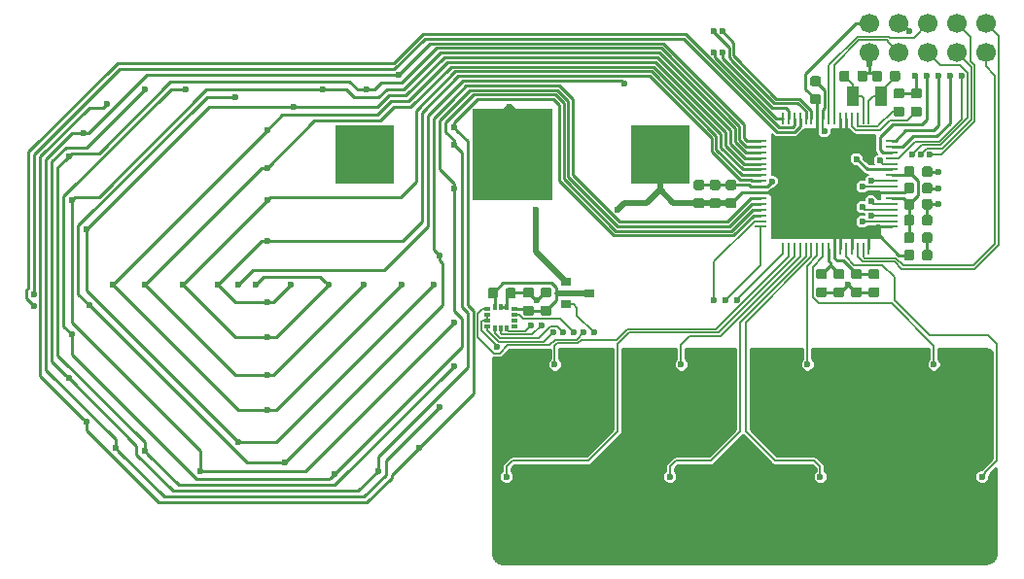
<source format=gbr>
G04 #@! TF.GenerationSoftware,KiCad,Pcbnew,5.0.2+dfsg1-1~bpo9+1*
G04 #@! TF.CreationDate,2019-04-13T04:29:40+03:00*
G04 #@! TF.ProjectId,kicad,6b696361-642e-46b6-9963-61645f706362,rev?*
G04 #@! TF.SameCoordinates,Original*
G04 #@! TF.FileFunction,Copper,L2,Bot*
G04 #@! TF.FilePolarity,Positive*
%FSLAX46Y46*%
G04 Gerber Fmt 4.6, Leading zero omitted, Abs format (unit mm)*
G04 Created by KiCad (PCBNEW 5.0.2+dfsg1-1~bpo9+1) date Sat 13 Apr 2019 04:29:40 AM MSK*
%MOMM*%
%LPD*%
G01*
G04 APERTURE LIST*
G04 #@! TA.AperFunction,SMDPad,CuDef*
%ADD10R,5.080000X5.080000*%
G04 #@! TD*
G04 #@! TA.AperFunction,SMDPad,CuDef*
%ADD11R,7.000000X8.000000*%
G04 #@! TD*
G04 #@! TA.AperFunction,Conductor*
%ADD12C,0.100000*%
G04 #@! TD*
G04 #@! TA.AperFunction,SMDPad,CuDef*
%ADD13C,0.875000*%
G04 #@! TD*
G04 #@! TA.AperFunction,SMDPad,CuDef*
%ADD14R,0.900000X0.800000*%
G04 #@! TD*
G04 #@! TA.AperFunction,BGAPad,CuDef*
%ADD15C,1.700000*%
G04 #@! TD*
G04 #@! TA.AperFunction,SMDPad,CuDef*
%ADD16R,0.580000X0.350000*%
G04 #@! TD*
G04 #@! TA.AperFunction,SMDPad,CuDef*
%ADD17R,0.350000X0.580000*%
G04 #@! TD*
G04 #@! TA.AperFunction,SMDPad,CuDef*
%ADD18R,1.000000X1.800000*%
G04 #@! TD*
G04 #@! TA.AperFunction,SMDPad,CuDef*
%ADD19R,1.000000X0.250000*%
G04 #@! TD*
G04 #@! TA.AperFunction,SMDPad,CuDef*
%ADD20R,0.250000X1.000000*%
G04 #@! TD*
G04 #@! TA.AperFunction,ViaPad*
%ADD21C,0.600000*%
G04 #@! TD*
G04 #@! TA.AperFunction,Conductor*
%ADD22C,0.254000*%
G04 #@! TD*
G04 #@! TA.AperFunction,Conductor*
%ADD23C,0.508000*%
G04 #@! TD*
G04 #@! TA.AperFunction,Conductor*
%ADD24C,0.152400*%
G04 #@! TD*
G04 #@! TA.AperFunction,Conductor*
%ADD25C,0.203000*%
G04 #@! TD*
G04 APERTURE END LIST*
D10*
G04 #@! TO.P,BT1,1*
G04 #@! TO.N,N/C*
X133962000Y-93218000D03*
G04 #@! TO.N,VDD*
X159662000Y-93218000D03*
D11*
G04 #@! TO.P,BT1,2*
G04 #@! TO.N,GND*
X146812000Y-93218000D03*
G04 #@! TD*
D12*
G04 #@! TO.N,N$1*
G04 #@! TO.C,C1_1*
G36*
X174013691Y-103195553D02*
X174034926Y-103198703D01*
X174055750Y-103203919D01*
X174075962Y-103211151D01*
X174095368Y-103220330D01*
X174113781Y-103231366D01*
X174131024Y-103244154D01*
X174146930Y-103258570D01*
X174161346Y-103274476D01*
X174174134Y-103291719D01*
X174185170Y-103310132D01*
X174194349Y-103329538D01*
X174201581Y-103349750D01*
X174206797Y-103370574D01*
X174209947Y-103391809D01*
X174211000Y-103413250D01*
X174211000Y-103850750D01*
X174209947Y-103872191D01*
X174206797Y-103893426D01*
X174201581Y-103914250D01*
X174194349Y-103934462D01*
X174185170Y-103953868D01*
X174174134Y-103972281D01*
X174161346Y-103989524D01*
X174146930Y-104005430D01*
X174131024Y-104019846D01*
X174113781Y-104032634D01*
X174095368Y-104043670D01*
X174075962Y-104052849D01*
X174055750Y-104060081D01*
X174034926Y-104065297D01*
X174013691Y-104068447D01*
X173992250Y-104069500D01*
X173479750Y-104069500D01*
X173458309Y-104068447D01*
X173437074Y-104065297D01*
X173416250Y-104060081D01*
X173396038Y-104052849D01*
X173376632Y-104043670D01*
X173358219Y-104032634D01*
X173340976Y-104019846D01*
X173325070Y-104005430D01*
X173310654Y-103989524D01*
X173297866Y-103972281D01*
X173286830Y-103953868D01*
X173277651Y-103934462D01*
X173270419Y-103914250D01*
X173265203Y-103893426D01*
X173262053Y-103872191D01*
X173261000Y-103850750D01*
X173261000Y-103413250D01*
X173262053Y-103391809D01*
X173265203Y-103370574D01*
X173270419Y-103349750D01*
X173277651Y-103329538D01*
X173286830Y-103310132D01*
X173297866Y-103291719D01*
X173310654Y-103274476D01*
X173325070Y-103258570D01*
X173340976Y-103244154D01*
X173358219Y-103231366D01*
X173376632Y-103220330D01*
X173396038Y-103211151D01*
X173416250Y-103203919D01*
X173437074Y-103198703D01*
X173458309Y-103195553D01*
X173479750Y-103194500D01*
X173992250Y-103194500D01*
X174013691Y-103195553D01*
X174013691Y-103195553D01*
G37*
D13*
G04 #@! TD*
G04 #@! TO.P,C1_1,1*
G04 #@! TO.N,N$1*
X173736000Y-103632000D03*
D12*
G04 #@! TO.N,GND*
G04 #@! TO.C,C1_1*
G36*
X174013691Y-104770553D02*
X174034926Y-104773703D01*
X174055750Y-104778919D01*
X174075962Y-104786151D01*
X174095368Y-104795330D01*
X174113781Y-104806366D01*
X174131024Y-104819154D01*
X174146930Y-104833570D01*
X174161346Y-104849476D01*
X174174134Y-104866719D01*
X174185170Y-104885132D01*
X174194349Y-104904538D01*
X174201581Y-104924750D01*
X174206797Y-104945574D01*
X174209947Y-104966809D01*
X174211000Y-104988250D01*
X174211000Y-105425750D01*
X174209947Y-105447191D01*
X174206797Y-105468426D01*
X174201581Y-105489250D01*
X174194349Y-105509462D01*
X174185170Y-105528868D01*
X174174134Y-105547281D01*
X174161346Y-105564524D01*
X174146930Y-105580430D01*
X174131024Y-105594846D01*
X174113781Y-105607634D01*
X174095368Y-105618670D01*
X174075962Y-105627849D01*
X174055750Y-105635081D01*
X174034926Y-105640297D01*
X174013691Y-105643447D01*
X173992250Y-105644500D01*
X173479750Y-105644500D01*
X173458309Y-105643447D01*
X173437074Y-105640297D01*
X173416250Y-105635081D01*
X173396038Y-105627849D01*
X173376632Y-105618670D01*
X173358219Y-105607634D01*
X173340976Y-105594846D01*
X173325070Y-105580430D01*
X173310654Y-105564524D01*
X173297866Y-105547281D01*
X173286830Y-105528868D01*
X173277651Y-105509462D01*
X173270419Y-105489250D01*
X173265203Y-105468426D01*
X173262053Y-105447191D01*
X173261000Y-105425750D01*
X173261000Y-104988250D01*
X173262053Y-104966809D01*
X173265203Y-104945574D01*
X173270419Y-104924750D01*
X173277651Y-104904538D01*
X173286830Y-104885132D01*
X173297866Y-104866719D01*
X173310654Y-104849476D01*
X173325070Y-104833570D01*
X173340976Y-104819154D01*
X173358219Y-104806366D01*
X173376632Y-104795330D01*
X173396038Y-104786151D01*
X173416250Y-104778919D01*
X173437074Y-104773703D01*
X173458309Y-104770553D01*
X173479750Y-104769500D01*
X173992250Y-104769500D01*
X174013691Y-104770553D01*
X174013691Y-104770553D01*
G37*
D13*
G04 #@! TD*
G04 #@! TO.P,C1_1,2*
G04 #@! TO.N,GND*
X173736000Y-105207000D03*
D12*
G04 #@! TO.N,N$25*
G04 #@! TO.C,R3*
G36*
X180744691Y-89022553D02*
X180765926Y-89025703D01*
X180786750Y-89030919D01*
X180806962Y-89038151D01*
X180826368Y-89047330D01*
X180844781Y-89058366D01*
X180862024Y-89071154D01*
X180877930Y-89085570D01*
X180892346Y-89101476D01*
X180905134Y-89118719D01*
X180916170Y-89137132D01*
X180925349Y-89156538D01*
X180932581Y-89176750D01*
X180937797Y-89197574D01*
X180940947Y-89218809D01*
X180942000Y-89240250D01*
X180942000Y-89677750D01*
X180940947Y-89699191D01*
X180937797Y-89720426D01*
X180932581Y-89741250D01*
X180925349Y-89761462D01*
X180916170Y-89780868D01*
X180905134Y-89799281D01*
X180892346Y-89816524D01*
X180877930Y-89832430D01*
X180862024Y-89846846D01*
X180844781Y-89859634D01*
X180826368Y-89870670D01*
X180806962Y-89879849D01*
X180786750Y-89887081D01*
X180765926Y-89892297D01*
X180744691Y-89895447D01*
X180723250Y-89896500D01*
X180210750Y-89896500D01*
X180189309Y-89895447D01*
X180168074Y-89892297D01*
X180147250Y-89887081D01*
X180127038Y-89879849D01*
X180107632Y-89870670D01*
X180089219Y-89859634D01*
X180071976Y-89846846D01*
X180056070Y-89832430D01*
X180041654Y-89816524D01*
X180028866Y-89799281D01*
X180017830Y-89780868D01*
X180008651Y-89761462D01*
X180001419Y-89741250D01*
X179996203Y-89720426D01*
X179993053Y-89699191D01*
X179992000Y-89677750D01*
X179992000Y-89240250D01*
X179993053Y-89218809D01*
X179996203Y-89197574D01*
X180001419Y-89176750D01*
X180008651Y-89156538D01*
X180017830Y-89137132D01*
X180028866Y-89118719D01*
X180041654Y-89101476D01*
X180056070Y-89085570D01*
X180071976Y-89071154D01*
X180089219Y-89058366D01*
X180107632Y-89047330D01*
X180127038Y-89038151D01*
X180147250Y-89030919D01*
X180168074Y-89025703D01*
X180189309Y-89022553D01*
X180210750Y-89021500D01*
X180723250Y-89021500D01*
X180744691Y-89022553D01*
X180744691Y-89022553D01*
G37*
D13*
G04 #@! TD*
G04 #@! TO.P,R3,1*
G04 #@! TO.N,N$25*
X180467000Y-89459000D03*
D12*
G04 #@! TO.N,GND*
G04 #@! TO.C,R3*
G36*
X180744691Y-87447553D02*
X180765926Y-87450703D01*
X180786750Y-87455919D01*
X180806962Y-87463151D01*
X180826368Y-87472330D01*
X180844781Y-87483366D01*
X180862024Y-87496154D01*
X180877930Y-87510570D01*
X180892346Y-87526476D01*
X180905134Y-87543719D01*
X180916170Y-87562132D01*
X180925349Y-87581538D01*
X180932581Y-87601750D01*
X180937797Y-87622574D01*
X180940947Y-87643809D01*
X180942000Y-87665250D01*
X180942000Y-88102750D01*
X180940947Y-88124191D01*
X180937797Y-88145426D01*
X180932581Y-88166250D01*
X180925349Y-88186462D01*
X180916170Y-88205868D01*
X180905134Y-88224281D01*
X180892346Y-88241524D01*
X180877930Y-88257430D01*
X180862024Y-88271846D01*
X180844781Y-88284634D01*
X180826368Y-88295670D01*
X180806962Y-88304849D01*
X180786750Y-88312081D01*
X180765926Y-88317297D01*
X180744691Y-88320447D01*
X180723250Y-88321500D01*
X180210750Y-88321500D01*
X180189309Y-88320447D01*
X180168074Y-88317297D01*
X180147250Y-88312081D01*
X180127038Y-88304849D01*
X180107632Y-88295670D01*
X180089219Y-88284634D01*
X180071976Y-88271846D01*
X180056070Y-88257430D01*
X180041654Y-88241524D01*
X180028866Y-88224281D01*
X180017830Y-88205868D01*
X180008651Y-88186462D01*
X180001419Y-88166250D01*
X179996203Y-88145426D01*
X179993053Y-88124191D01*
X179992000Y-88102750D01*
X179992000Y-87665250D01*
X179993053Y-87643809D01*
X179996203Y-87622574D01*
X180001419Y-87601750D01*
X180008651Y-87581538D01*
X180017830Y-87562132D01*
X180028866Y-87543719D01*
X180041654Y-87526476D01*
X180056070Y-87510570D01*
X180071976Y-87496154D01*
X180089219Y-87483366D01*
X180107632Y-87472330D01*
X180127038Y-87463151D01*
X180147250Y-87455919D01*
X180168074Y-87450703D01*
X180189309Y-87447553D01*
X180210750Y-87446500D01*
X180723250Y-87446500D01*
X180744691Y-87447553D01*
X180744691Y-87447553D01*
G37*
D13*
G04 #@! TD*
G04 #@! TO.P,R3,2*
G04 #@! TO.N,GND*
X180467000Y-87884000D03*
D12*
G04 #@! TO.N,VDD*
G04 #@! TO.C,FB1*
G36*
X181596191Y-101507053D02*
X181617426Y-101510203D01*
X181638250Y-101515419D01*
X181658462Y-101522651D01*
X181677868Y-101531830D01*
X181696281Y-101542866D01*
X181713524Y-101555654D01*
X181729430Y-101570070D01*
X181743846Y-101585976D01*
X181756634Y-101603219D01*
X181767670Y-101621632D01*
X181776849Y-101641038D01*
X181784081Y-101661250D01*
X181789297Y-101682074D01*
X181792447Y-101703309D01*
X181793500Y-101724750D01*
X181793500Y-102237250D01*
X181792447Y-102258691D01*
X181789297Y-102279926D01*
X181784081Y-102300750D01*
X181776849Y-102320962D01*
X181767670Y-102340368D01*
X181756634Y-102358781D01*
X181743846Y-102376024D01*
X181729430Y-102391930D01*
X181713524Y-102406346D01*
X181696281Y-102419134D01*
X181677868Y-102430170D01*
X181658462Y-102439349D01*
X181638250Y-102446581D01*
X181617426Y-102451797D01*
X181596191Y-102454947D01*
X181574750Y-102456000D01*
X181137250Y-102456000D01*
X181115809Y-102454947D01*
X181094574Y-102451797D01*
X181073750Y-102446581D01*
X181053538Y-102439349D01*
X181034132Y-102430170D01*
X181015719Y-102419134D01*
X180998476Y-102406346D01*
X180982570Y-102391930D01*
X180968154Y-102376024D01*
X180955366Y-102358781D01*
X180944330Y-102340368D01*
X180935151Y-102320962D01*
X180927919Y-102300750D01*
X180922703Y-102279926D01*
X180919553Y-102258691D01*
X180918500Y-102237250D01*
X180918500Y-101724750D01*
X180919553Y-101703309D01*
X180922703Y-101682074D01*
X180927919Y-101661250D01*
X180935151Y-101641038D01*
X180944330Y-101621632D01*
X180955366Y-101603219D01*
X180968154Y-101585976D01*
X180982570Y-101570070D01*
X180998476Y-101555654D01*
X181015719Y-101542866D01*
X181034132Y-101531830D01*
X181053538Y-101522651D01*
X181073750Y-101515419D01*
X181094574Y-101510203D01*
X181115809Y-101507053D01*
X181137250Y-101506000D01*
X181574750Y-101506000D01*
X181596191Y-101507053D01*
X181596191Y-101507053D01*
G37*
D13*
G04 #@! TD*
G04 #@! TO.P,FB1,1*
G04 #@! TO.N,VDD*
X181356000Y-101981000D03*
D12*
G04 #@! TO.N,N$2*
G04 #@! TO.C,FB1*
G36*
X183171191Y-101507053D02*
X183192426Y-101510203D01*
X183213250Y-101515419D01*
X183233462Y-101522651D01*
X183252868Y-101531830D01*
X183271281Y-101542866D01*
X183288524Y-101555654D01*
X183304430Y-101570070D01*
X183318846Y-101585976D01*
X183331634Y-101603219D01*
X183342670Y-101621632D01*
X183351849Y-101641038D01*
X183359081Y-101661250D01*
X183364297Y-101682074D01*
X183367447Y-101703309D01*
X183368500Y-101724750D01*
X183368500Y-102237250D01*
X183367447Y-102258691D01*
X183364297Y-102279926D01*
X183359081Y-102300750D01*
X183351849Y-102320962D01*
X183342670Y-102340368D01*
X183331634Y-102358781D01*
X183318846Y-102376024D01*
X183304430Y-102391930D01*
X183288524Y-102406346D01*
X183271281Y-102419134D01*
X183252868Y-102430170D01*
X183233462Y-102439349D01*
X183213250Y-102446581D01*
X183192426Y-102451797D01*
X183171191Y-102454947D01*
X183149750Y-102456000D01*
X182712250Y-102456000D01*
X182690809Y-102454947D01*
X182669574Y-102451797D01*
X182648750Y-102446581D01*
X182628538Y-102439349D01*
X182609132Y-102430170D01*
X182590719Y-102419134D01*
X182573476Y-102406346D01*
X182557570Y-102391930D01*
X182543154Y-102376024D01*
X182530366Y-102358781D01*
X182519330Y-102340368D01*
X182510151Y-102320962D01*
X182502919Y-102300750D01*
X182497703Y-102279926D01*
X182494553Y-102258691D01*
X182493500Y-102237250D01*
X182493500Y-101724750D01*
X182494553Y-101703309D01*
X182497703Y-101682074D01*
X182502919Y-101661250D01*
X182510151Y-101641038D01*
X182519330Y-101621632D01*
X182530366Y-101603219D01*
X182543154Y-101585976D01*
X182557570Y-101570070D01*
X182573476Y-101555654D01*
X182590719Y-101542866D01*
X182609132Y-101531830D01*
X182628538Y-101522651D01*
X182648750Y-101515419D01*
X182669574Y-101510203D01*
X182690809Y-101507053D01*
X182712250Y-101506000D01*
X183149750Y-101506000D01*
X183171191Y-101507053D01*
X183171191Y-101507053D01*
G37*
D13*
G04 #@! TD*
G04 #@! TO.P,FB1,2*
G04 #@! TO.N,N$2*
X182931000Y-101981000D03*
D14*
G04 #@! TO.P,Q1,1*
G04 #@! TO.N,N$13*
X151527000Y-106233000D03*
G04 #@! TO.P,Q1,2*
G04 #@! TO.N,VDD*
X151527000Y-104333000D03*
G04 #@! TO.P,Q1,3*
G04 #@! TO.N,IMU_VDD*
X153527000Y-105283000D03*
G04 #@! TD*
D12*
G04 #@! TO.N,GND*
G04 #@! TO.C,C16*
G36*
X178802191Y-85886053D02*
X178823426Y-85889203D01*
X178844250Y-85894419D01*
X178864462Y-85901651D01*
X178883868Y-85910830D01*
X178902281Y-85921866D01*
X178919524Y-85934654D01*
X178935430Y-85949070D01*
X178949846Y-85964976D01*
X178962634Y-85982219D01*
X178973670Y-86000632D01*
X178982849Y-86020038D01*
X178990081Y-86040250D01*
X178995297Y-86061074D01*
X178998447Y-86082309D01*
X178999500Y-86103750D01*
X178999500Y-86616250D01*
X178998447Y-86637691D01*
X178995297Y-86658926D01*
X178990081Y-86679750D01*
X178982849Y-86699962D01*
X178973670Y-86719368D01*
X178962634Y-86737781D01*
X178949846Y-86755024D01*
X178935430Y-86770930D01*
X178919524Y-86785346D01*
X178902281Y-86798134D01*
X178883868Y-86809170D01*
X178864462Y-86818349D01*
X178844250Y-86825581D01*
X178823426Y-86830797D01*
X178802191Y-86833947D01*
X178780750Y-86835000D01*
X178343250Y-86835000D01*
X178321809Y-86833947D01*
X178300574Y-86830797D01*
X178279750Y-86825581D01*
X178259538Y-86818349D01*
X178240132Y-86809170D01*
X178221719Y-86798134D01*
X178204476Y-86785346D01*
X178188570Y-86770930D01*
X178174154Y-86755024D01*
X178161366Y-86737781D01*
X178150330Y-86719368D01*
X178141151Y-86699962D01*
X178133919Y-86679750D01*
X178128703Y-86658926D01*
X178125553Y-86637691D01*
X178124500Y-86616250D01*
X178124500Y-86103750D01*
X178125553Y-86082309D01*
X178128703Y-86061074D01*
X178133919Y-86040250D01*
X178141151Y-86020038D01*
X178150330Y-86000632D01*
X178161366Y-85982219D01*
X178174154Y-85964976D01*
X178188570Y-85949070D01*
X178204476Y-85934654D01*
X178221719Y-85921866D01*
X178240132Y-85910830D01*
X178259538Y-85901651D01*
X178279750Y-85894419D01*
X178300574Y-85889203D01*
X178321809Y-85886053D01*
X178343250Y-85885000D01*
X178780750Y-85885000D01*
X178802191Y-85886053D01*
X178802191Y-85886053D01*
G37*
D13*
G04 #@! TD*
G04 #@! TO.P,C16,2*
G04 #@! TO.N,GND*
X178562000Y-86360000D03*
D12*
G04 #@! TO.N,LFXTAL_N*
G04 #@! TO.C,C16*
G36*
X180377191Y-85886053D02*
X180398426Y-85889203D01*
X180419250Y-85894419D01*
X180439462Y-85901651D01*
X180458868Y-85910830D01*
X180477281Y-85921866D01*
X180494524Y-85934654D01*
X180510430Y-85949070D01*
X180524846Y-85964976D01*
X180537634Y-85982219D01*
X180548670Y-86000632D01*
X180557849Y-86020038D01*
X180565081Y-86040250D01*
X180570297Y-86061074D01*
X180573447Y-86082309D01*
X180574500Y-86103750D01*
X180574500Y-86616250D01*
X180573447Y-86637691D01*
X180570297Y-86658926D01*
X180565081Y-86679750D01*
X180557849Y-86699962D01*
X180548670Y-86719368D01*
X180537634Y-86737781D01*
X180524846Y-86755024D01*
X180510430Y-86770930D01*
X180494524Y-86785346D01*
X180477281Y-86798134D01*
X180458868Y-86809170D01*
X180439462Y-86818349D01*
X180419250Y-86825581D01*
X180398426Y-86830797D01*
X180377191Y-86833947D01*
X180355750Y-86835000D01*
X179918250Y-86835000D01*
X179896809Y-86833947D01*
X179875574Y-86830797D01*
X179854750Y-86825581D01*
X179834538Y-86818349D01*
X179815132Y-86809170D01*
X179796719Y-86798134D01*
X179779476Y-86785346D01*
X179763570Y-86770930D01*
X179749154Y-86755024D01*
X179736366Y-86737781D01*
X179725330Y-86719368D01*
X179716151Y-86699962D01*
X179708919Y-86679750D01*
X179703703Y-86658926D01*
X179700553Y-86637691D01*
X179699500Y-86616250D01*
X179699500Y-86103750D01*
X179700553Y-86082309D01*
X179703703Y-86061074D01*
X179708919Y-86040250D01*
X179716151Y-86020038D01*
X179725330Y-86000632D01*
X179736366Y-85982219D01*
X179749154Y-85964976D01*
X179763570Y-85949070D01*
X179779476Y-85934654D01*
X179796719Y-85921866D01*
X179815132Y-85910830D01*
X179834538Y-85901651D01*
X179854750Y-85894419D01*
X179875574Y-85889203D01*
X179896809Y-85886053D01*
X179918250Y-85885000D01*
X180355750Y-85885000D01*
X180377191Y-85886053D01*
X180377191Y-85886053D01*
G37*
D13*
G04 #@! TD*
G04 #@! TO.P,C16,1*
G04 #@! TO.N,LFXTAL_N*
X180137000Y-86360000D03*
D12*
G04 #@! TO.N,GND*
G04 #@! TO.C,C15*
G36*
X177532191Y-85886053D02*
X177553426Y-85889203D01*
X177574250Y-85894419D01*
X177594462Y-85901651D01*
X177613868Y-85910830D01*
X177632281Y-85921866D01*
X177649524Y-85934654D01*
X177665430Y-85949070D01*
X177679846Y-85964976D01*
X177692634Y-85982219D01*
X177703670Y-86000632D01*
X177712849Y-86020038D01*
X177720081Y-86040250D01*
X177725297Y-86061074D01*
X177728447Y-86082309D01*
X177729500Y-86103750D01*
X177729500Y-86616250D01*
X177728447Y-86637691D01*
X177725297Y-86658926D01*
X177720081Y-86679750D01*
X177712849Y-86699962D01*
X177703670Y-86719368D01*
X177692634Y-86737781D01*
X177679846Y-86755024D01*
X177665430Y-86770930D01*
X177649524Y-86785346D01*
X177632281Y-86798134D01*
X177613868Y-86809170D01*
X177594462Y-86818349D01*
X177574250Y-86825581D01*
X177553426Y-86830797D01*
X177532191Y-86833947D01*
X177510750Y-86835000D01*
X177073250Y-86835000D01*
X177051809Y-86833947D01*
X177030574Y-86830797D01*
X177009750Y-86825581D01*
X176989538Y-86818349D01*
X176970132Y-86809170D01*
X176951719Y-86798134D01*
X176934476Y-86785346D01*
X176918570Y-86770930D01*
X176904154Y-86755024D01*
X176891366Y-86737781D01*
X176880330Y-86719368D01*
X176871151Y-86699962D01*
X176863919Y-86679750D01*
X176858703Y-86658926D01*
X176855553Y-86637691D01*
X176854500Y-86616250D01*
X176854500Y-86103750D01*
X176855553Y-86082309D01*
X176858703Y-86061074D01*
X176863919Y-86040250D01*
X176871151Y-86020038D01*
X176880330Y-86000632D01*
X176891366Y-85982219D01*
X176904154Y-85964976D01*
X176918570Y-85949070D01*
X176934476Y-85934654D01*
X176951719Y-85921866D01*
X176970132Y-85910830D01*
X176989538Y-85901651D01*
X177009750Y-85894419D01*
X177030574Y-85889203D01*
X177051809Y-85886053D01*
X177073250Y-85885000D01*
X177510750Y-85885000D01*
X177532191Y-85886053D01*
X177532191Y-85886053D01*
G37*
D13*
G04 #@! TD*
G04 #@! TO.P,C15,2*
G04 #@! TO.N,GND*
X177292000Y-86360000D03*
D12*
G04 #@! TO.N,LFXTAL_P*
G04 #@! TO.C,C15*
G36*
X175957191Y-85886053D02*
X175978426Y-85889203D01*
X175999250Y-85894419D01*
X176019462Y-85901651D01*
X176038868Y-85910830D01*
X176057281Y-85921866D01*
X176074524Y-85934654D01*
X176090430Y-85949070D01*
X176104846Y-85964976D01*
X176117634Y-85982219D01*
X176128670Y-86000632D01*
X176137849Y-86020038D01*
X176145081Y-86040250D01*
X176150297Y-86061074D01*
X176153447Y-86082309D01*
X176154500Y-86103750D01*
X176154500Y-86616250D01*
X176153447Y-86637691D01*
X176150297Y-86658926D01*
X176145081Y-86679750D01*
X176137849Y-86699962D01*
X176128670Y-86719368D01*
X176117634Y-86737781D01*
X176104846Y-86755024D01*
X176090430Y-86770930D01*
X176074524Y-86785346D01*
X176057281Y-86798134D01*
X176038868Y-86809170D01*
X176019462Y-86818349D01*
X175999250Y-86825581D01*
X175978426Y-86830797D01*
X175957191Y-86833947D01*
X175935750Y-86835000D01*
X175498250Y-86835000D01*
X175476809Y-86833947D01*
X175455574Y-86830797D01*
X175434750Y-86825581D01*
X175414538Y-86818349D01*
X175395132Y-86809170D01*
X175376719Y-86798134D01*
X175359476Y-86785346D01*
X175343570Y-86770930D01*
X175329154Y-86755024D01*
X175316366Y-86737781D01*
X175305330Y-86719368D01*
X175296151Y-86699962D01*
X175288919Y-86679750D01*
X175283703Y-86658926D01*
X175280553Y-86637691D01*
X175279500Y-86616250D01*
X175279500Y-86103750D01*
X175280553Y-86082309D01*
X175283703Y-86061074D01*
X175288919Y-86040250D01*
X175296151Y-86020038D01*
X175305330Y-86000632D01*
X175316366Y-85982219D01*
X175329154Y-85964976D01*
X175343570Y-85949070D01*
X175359476Y-85934654D01*
X175376719Y-85921866D01*
X175395132Y-85910830D01*
X175414538Y-85901651D01*
X175434750Y-85894419D01*
X175455574Y-85889203D01*
X175476809Y-85886053D01*
X175498250Y-85885000D01*
X175935750Y-85885000D01*
X175957191Y-85886053D01*
X175957191Y-85886053D01*
G37*
D13*
G04 #@! TD*
G04 #@! TO.P,C15,1*
G04 #@! TO.N,LFXTAL_P*
X175717000Y-86360000D03*
D12*
G04 #@! TO.N,IMU_VDD*
G04 #@! TO.C,C14*
G36*
X150010691Y-106370553D02*
X150031926Y-106373703D01*
X150052750Y-106378919D01*
X150072962Y-106386151D01*
X150092368Y-106395330D01*
X150110781Y-106406366D01*
X150128024Y-106419154D01*
X150143930Y-106433570D01*
X150158346Y-106449476D01*
X150171134Y-106466719D01*
X150182170Y-106485132D01*
X150191349Y-106504538D01*
X150198581Y-106524750D01*
X150203797Y-106545574D01*
X150206947Y-106566809D01*
X150208000Y-106588250D01*
X150208000Y-107025750D01*
X150206947Y-107047191D01*
X150203797Y-107068426D01*
X150198581Y-107089250D01*
X150191349Y-107109462D01*
X150182170Y-107128868D01*
X150171134Y-107147281D01*
X150158346Y-107164524D01*
X150143930Y-107180430D01*
X150128024Y-107194846D01*
X150110781Y-107207634D01*
X150092368Y-107218670D01*
X150072962Y-107227849D01*
X150052750Y-107235081D01*
X150031926Y-107240297D01*
X150010691Y-107243447D01*
X149989250Y-107244500D01*
X149476750Y-107244500D01*
X149455309Y-107243447D01*
X149434074Y-107240297D01*
X149413250Y-107235081D01*
X149393038Y-107227849D01*
X149373632Y-107218670D01*
X149355219Y-107207634D01*
X149337976Y-107194846D01*
X149322070Y-107180430D01*
X149307654Y-107164524D01*
X149294866Y-107147281D01*
X149283830Y-107128868D01*
X149274651Y-107109462D01*
X149267419Y-107089250D01*
X149262203Y-107068426D01*
X149259053Y-107047191D01*
X149258000Y-107025750D01*
X149258000Y-106588250D01*
X149259053Y-106566809D01*
X149262203Y-106545574D01*
X149267419Y-106524750D01*
X149274651Y-106504538D01*
X149283830Y-106485132D01*
X149294866Y-106466719D01*
X149307654Y-106449476D01*
X149322070Y-106433570D01*
X149337976Y-106419154D01*
X149355219Y-106406366D01*
X149373632Y-106395330D01*
X149393038Y-106386151D01*
X149413250Y-106378919D01*
X149434074Y-106373703D01*
X149455309Y-106370553D01*
X149476750Y-106369500D01*
X149989250Y-106369500D01*
X150010691Y-106370553D01*
X150010691Y-106370553D01*
G37*
D13*
G04 #@! TD*
G04 #@! TO.P,C14,1*
G04 #@! TO.N,IMU_VDD*
X149733000Y-106807000D03*
D12*
G04 #@! TO.N,GND*
G04 #@! TO.C,C14*
G36*
X150010691Y-104795553D02*
X150031926Y-104798703D01*
X150052750Y-104803919D01*
X150072962Y-104811151D01*
X150092368Y-104820330D01*
X150110781Y-104831366D01*
X150128024Y-104844154D01*
X150143930Y-104858570D01*
X150158346Y-104874476D01*
X150171134Y-104891719D01*
X150182170Y-104910132D01*
X150191349Y-104929538D01*
X150198581Y-104949750D01*
X150203797Y-104970574D01*
X150206947Y-104991809D01*
X150208000Y-105013250D01*
X150208000Y-105450750D01*
X150206947Y-105472191D01*
X150203797Y-105493426D01*
X150198581Y-105514250D01*
X150191349Y-105534462D01*
X150182170Y-105553868D01*
X150171134Y-105572281D01*
X150158346Y-105589524D01*
X150143930Y-105605430D01*
X150128024Y-105619846D01*
X150110781Y-105632634D01*
X150092368Y-105643670D01*
X150072962Y-105652849D01*
X150052750Y-105660081D01*
X150031926Y-105665297D01*
X150010691Y-105668447D01*
X149989250Y-105669500D01*
X149476750Y-105669500D01*
X149455309Y-105668447D01*
X149434074Y-105665297D01*
X149413250Y-105660081D01*
X149393038Y-105652849D01*
X149373632Y-105643670D01*
X149355219Y-105632634D01*
X149337976Y-105619846D01*
X149322070Y-105605430D01*
X149307654Y-105589524D01*
X149294866Y-105572281D01*
X149283830Y-105553868D01*
X149274651Y-105534462D01*
X149267419Y-105514250D01*
X149262203Y-105493426D01*
X149259053Y-105472191D01*
X149258000Y-105450750D01*
X149258000Y-105013250D01*
X149259053Y-104991809D01*
X149262203Y-104970574D01*
X149267419Y-104949750D01*
X149274651Y-104929538D01*
X149283830Y-104910132D01*
X149294866Y-104891719D01*
X149307654Y-104874476D01*
X149322070Y-104858570D01*
X149337976Y-104844154D01*
X149355219Y-104831366D01*
X149373632Y-104820330D01*
X149393038Y-104811151D01*
X149413250Y-104803919D01*
X149434074Y-104798703D01*
X149455309Y-104795553D01*
X149476750Y-104794500D01*
X149989250Y-104794500D01*
X150010691Y-104795553D01*
X150010691Y-104795553D01*
G37*
D13*
G04 #@! TD*
G04 #@! TO.P,C14,2*
G04 #@! TO.N,GND*
X149733000Y-105232000D03*
D12*
G04 #@! TO.N,GND*
G04 #@! TO.C,C2*
G36*
X173505691Y-86380553D02*
X173526926Y-86383703D01*
X173547750Y-86388919D01*
X173567962Y-86396151D01*
X173587368Y-86405330D01*
X173605781Y-86416366D01*
X173623024Y-86429154D01*
X173638930Y-86443570D01*
X173653346Y-86459476D01*
X173666134Y-86476719D01*
X173677170Y-86495132D01*
X173686349Y-86514538D01*
X173693581Y-86534750D01*
X173698797Y-86555574D01*
X173701947Y-86576809D01*
X173703000Y-86598250D01*
X173703000Y-87035750D01*
X173701947Y-87057191D01*
X173698797Y-87078426D01*
X173693581Y-87099250D01*
X173686349Y-87119462D01*
X173677170Y-87138868D01*
X173666134Y-87157281D01*
X173653346Y-87174524D01*
X173638930Y-87190430D01*
X173623024Y-87204846D01*
X173605781Y-87217634D01*
X173587368Y-87228670D01*
X173567962Y-87237849D01*
X173547750Y-87245081D01*
X173526926Y-87250297D01*
X173505691Y-87253447D01*
X173484250Y-87254500D01*
X172971750Y-87254500D01*
X172950309Y-87253447D01*
X172929074Y-87250297D01*
X172908250Y-87245081D01*
X172888038Y-87237849D01*
X172868632Y-87228670D01*
X172850219Y-87217634D01*
X172832976Y-87204846D01*
X172817070Y-87190430D01*
X172802654Y-87174524D01*
X172789866Y-87157281D01*
X172778830Y-87138868D01*
X172769651Y-87119462D01*
X172762419Y-87099250D01*
X172757203Y-87078426D01*
X172754053Y-87057191D01*
X172753000Y-87035750D01*
X172753000Y-86598250D01*
X172754053Y-86576809D01*
X172757203Y-86555574D01*
X172762419Y-86534750D01*
X172769651Y-86514538D01*
X172778830Y-86495132D01*
X172789866Y-86476719D01*
X172802654Y-86459476D01*
X172817070Y-86443570D01*
X172832976Y-86429154D01*
X172850219Y-86416366D01*
X172868632Y-86405330D01*
X172888038Y-86396151D01*
X172908250Y-86388919D01*
X172929074Y-86383703D01*
X172950309Y-86380553D01*
X172971750Y-86379500D01*
X173484250Y-86379500D01*
X173505691Y-86380553D01*
X173505691Y-86380553D01*
G37*
D13*
G04 #@! TD*
G04 #@! TO.P,C2,2*
G04 #@! TO.N,GND*
X173228000Y-86817000D03*
D12*
G04 #@! TO.N,VDD*
G04 #@! TO.C,C2*
G36*
X173505691Y-87955553D02*
X173526926Y-87958703D01*
X173547750Y-87963919D01*
X173567962Y-87971151D01*
X173587368Y-87980330D01*
X173605781Y-87991366D01*
X173623024Y-88004154D01*
X173638930Y-88018570D01*
X173653346Y-88034476D01*
X173666134Y-88051719D01*
X173677170Y-88070132D01*
X173686349Y-88089538D01*
X173693581Y-88109750D01*
X173698797Y-88130574D01*
X173701947Y-88151809D01*
X173703000Y-88173250D01*
X173703000Y-88610750D01*
X173701947Y-88632191D01*
X173698797Y-88653426D01*
X173693581Y-88674250D01*
X173686349Y-88694462D01*
X173677170Y-88713868D01*
X173666134Y-88732281D01*
X173653346Y-88749524D01*
X173638930Y-88765430D01*
X173623024Y-88779846D01*
X173605781Y-88792634D01*
X173587368Y-88803670D01*
X173567962Y-88812849D01*
X173547750Y-88820081D01*
X173526926Y-88825297D01*
X173505691Y-88828447D01*
X173484250Y-88829500D01*
X172971750Y-88829500D01*
X172950309Y-88828447D01*
X172929074Y-88825297D01*
X172908250Y-88820081D01*
X172888038Y-88812849D01*
X172868632Y-88803670D01*
X172850219Y-88792634D01*
X172832976Y-88779846D01*
X172817070Y-88765430D01*
X172802654Y-88749524D01*
X172789866Y-88732281D01*
X172778830Y-88713868D01*
X172769651Y-88694462D01*
X172762419Y-88674250D01*
X172757203Y-88653426D01*
X172754053Y-88632191D01*
X172753000Y-88610750D01*
X172753000Y-88173250D01*
X172754053Y-88151809D01*
X172757203Y-88130574D01*
X172762419Y-88109750D01*
X172769651Y-88089538D01*
X172778830Y-88070132D01*
X172789866Y-88051719D01*
X172802654Y-88034476D01*
X172817070Y-88018570D01*
X172832976Y-88004154D01*
X172850219Y-87991366D01*
X172868632Y-87980330D01*
X172888038Y-87971151D01*
X172908250Y-87963919D01*
X172929074Y-87958703D01*
X172950309Y-87955553D01*
X172971750Y-87954500D01*
X173484250Y-87954500D01*
X173505691Y-87955553D01*
X173505691Y-87955553D01*
G37*
D13*
G04 #@! TD*
G04 #@! TO.P,C2,1*
G04 #@! TO.N,VDD*
X173228000Y-88392000D03*
D15*
G04 #@! TO.P,J1,5*
G04 #@! TO.N,N$7*
X183007000Y-81788000D03*
G04 #@! TO.P,J1,4*
G04 #@! TO.N,N$6*
X180467000Y-84328000D03*
G04 #@! TO.P,J1,3*
G04 #@! TO.N,N$5*
X180467000Y-81788000D03*
G04 #@! TO.P,J1,2*
G04 #@! TO.N,GND*
X177927000Y-84328000D03*
G04 #@! TO.P,J1,1*
G04 #@! TO.N,VDD*
X177927000Y-81788000D03*
G04 #@! TO.P,J1,10*
G04 #@! TO.N,N$12*
X188087000Y-84328000D03*
G04 #@! TO.P,J1,9*
G04 #@! TO.N,N$11*
X188087000Y-81788000D03*
G04 #@! TO.P,J1,8*
G04 #@! TO.N,N$10*
X185547000Y-84328000D03*
G04 #@! TO.P,J1,7*
G04 #@! TO.N,N$9*
X185547000Y-81788000D03*
G04 #@! TO.P,J1,6*
G04 #@! TO.N,N$8*
X183007000Y-84328000D03*
G04 #@! TD*
D16*
G04 #@! TO.P,U2,4*
G04 #@! TO.N,N$18*
X144609400Y-106691600D03*
G04 #@! TO.P,U2,3*
G04 #@! TO.N,GND*
X144609400Y-107191600D03*
G04 #@! TO.P,U2,2*
X144609400Y-107691600D03*
G04 #@! TO.P,U2,1*
G04 #@! TO.N,N$14*
X144609400Y-108191600D03*
D17*
G04 #@! TO.P,U2,7*
G04 #@! TO.N,GND*
X146284400Y-106516600D03*
G04 #@! TO.P,U2,6*
X145784400Y-106516600D03*
G04 #@! TO.P,U2,5*
G04 #@! TO.N,IMU_VDD*
X145284400Y-106516600D03*
D16*
G04 #@! TO.P,U2,8*
X146959400Y-106691600D03*
G04 #@! TO.P,U2,9*
G04 #@! TO.N,N$19*
X146959400Y-107191600D03*
G04 #@! TO.P,U2,10*
G04 #@! TO.N,N/C*
X146959400Y-107691600D03*
G04 #@! TO.P,U2,11*
X146959400Y-108191600D03*
D17*
G04 #@! TO.P,U2,12*
G04 #@! TO.N,N$17*
X146284400Y-108366600D03*
G04 #@! TO.P,U2,13*
G04 #@! TO.N,N$16*
X145784400Y-108366600D03*
G04 #@! TO.P,U2,14*
G04 #@! TO.N,N$15*
X145284400Y-108366600D03*
G04 #@! TD*
D12*
G04 #@! TO.N,GND*
G04 #@! TO.C,R2*
G36*
X182268691Y-87447553D02*
X182289926Y-87450703D01*
X182310750Y-87455919D01*
X182330962Y-87463151D01*
X182350368Y-87472330D01*
X182368781Y-87483366D01*
X182386024Y-87496154D01*
X182401930Y-87510570D01*
X182416346Y-87526476D01*
X182429134Y-87543719D01*
X182440170Y-87562132D01*
X182449349Y-87581538D01*
X182456581Y-87601750D01*
X182461797Y-87622574D01*
X182464947Y-87643809D01*
X182466000Y-87665250D01*
X182466000Y-88102750D01*
X182464947Y-88124191D01*
X182461797Y-88145426D01*
X182456581Y-88166250D01*
X182449349Y-88186462D01*
X182440170Y-88205868D01*
X182429134Y-88224281D01*
X182416346Y-88241524D01*
X182401930Y-88257430D01*
X182386024Y-88271846D01*
X182368781Y-88284634D01*
X182350368Y-88295670D01*
X182330962Y-88304849D01*
X182310750Y-88312081D01*
X182289926Y-88317297D01*
X182268691Y-88320447D01*
X182247250Y-88321500D01*
X181734750Y-88321500D01*
X181713309Y-88320447D01*
X181692074Y-88317297D01*
X181671250Y-88312081D01*
X181651038Y-88304849D01*
X181631632Y-88295670D01*
X181613219Y-88284634D01*
X181595976Y-88271846D01*
X181580070Y-88257430D01*
X181565654Y-88241524D01*
X181552866Y-88224281D01*
X181541830Y-88205868D01*
X181532651Y-88186462D01*
X181525419Y-88166250D01*
X181520203Y-88145426D01*
X181517053Y-88124191D01*
X181516000Y-88102750D01*
X181516000Y-87665250D01*
X181517053Y-87643809D01*
X181520203Y-87622574D01*
X181525419Y-87601750D01*
X181532651Y-87581538D01*
X181541830Y-87562132D01*
X181552866Y-87543719D01*
X181565654Y-87526476D01*
X181580070Y-87510570D01*
X181595976Y-87496154D01*
X181613219Y-87483366D01*
X181631632Y-87472330D01*
X181651038Y-87463151D01*
X181671250Y-87455919D01*
X181692074Y-87450703D01*
X181713309Y-87447553D01*
X181734750Y-87446500D01*
X182247250Y-87446500D01*
X182268691Y-87447553D01*
X182268691Y-87447553D01*
G37*
D13*
G04 #@! TD*
G04 #@! TO.P,R2,2*
G04 #@! TO.N,GND*
X181991000Y-87884000D03*
D12*
G04 #@! TO.N,N$24*
G04 #@! TO.C,R2*
G36*
X182268691Y-89022553D02*
X182289926Y-89025703D01*
X182310750Y-89030919D01*
X182330962Y-89038151D01*
X182350368Y-89047330D01*
X182368781Y-89058366D01*
X182386024Y-89071154D01*
X182401930Y-89085570D01*
X182416346Y-89101476D01*
X182429134Y-89118719D01*
X182440170Y-89137132D01*
X182449349Y-89156538D01*
X182456581Y-89176750D01*
X182461797Y-89197574D01*
X182464947Y-89218809D01*
X182466000Y-89240250D01*
X182466000Y-89677750D01*
X182464947Y-89699191D01*
X182461797Y-89720426D01*
X182456581Y-89741250D01*
X182449349Y-89761462D01*
X182440170Y-89780868D01*
X182429134Y-89799281D01*
X182416346Y-89816524D01*
X182401930Y-89832430D01*
X182386024Y-89846846D01*
X182368781Y-89859634D01*
X182350368Y-89870670D01*
X182330962Y-89879849D01*
X182310750Y-89887081D01*
X182289926Y-89892297D01*
X182268691Y-89895447D01*
X182247250Y-89896500D01*
X181734750Y-89896500D01*
X181713309Y-89895447D01*
X181692074Y-89892297D01*
X181671250Y-89887081D01*
X181651038Y-89879849D01*
X181631632Y-89870670D01*
X181613219Y-89859634D01*
X181595976Y-89846846D01*
X181580070Y-89832430D01*
X181565654Y-89816524D01*
X181552866Y-89799281D01*
X181541830Y-89780868D01*
X181532651Y-89761462D01*
X181525419Y-89741250D01*
X181520203Y-89720426D01*
X181517053Y-89699191D01*
X181516000Y-89677750D01*
X181516000Y-89240250D01*
X181517053Y-89218809D01*
X181520203Y-89197574D01*
X181525419Y-89176750D01*
X181532651Y-89156538D01*
X181541830Y-89137132D01*
X181552866Y-89118719D01*
X181565654Y-89101476D01*
X181580070Y-89085570D01*
X181595976Y-89071154D01*
X181613219Y-89058366D01*
X181631632Y-89047330D01*
X181651038Y-89038151D01*
X181671250Y-89030919D01*
X181692074Y-89025703D01*
X181713309Y-89022553D01*
X181734750Y-89021500D01*
X182247250Y-89021500D01*
X182268691Y-89022553D01*
X182268691Y-89022553D01*
G37*
D13*
G04 #@! TD*
G04 #@! TO.P,R2,1*
G04 #@! TO.N,N$24*
X181991000Y-89459000D03*
D12*
G04 #@! TO.N,GND*
G04 #@! TO.C,C13*
G36*
X148486691Y-104795553D02*
X148507926Y-104798703D01*
X148528750Y-104803919D01*
X148548962Y-104811151D01*
X148568368Y-104820330D01*
X148586781Y-104831366D01*
X148604024Y-104844154D01*
X148619930Y-104858570D01*
X148634346Y-104874476D01*
X148647134Y-104891719D01*
X148658170Y-104910132D01*
X148667349Y-104929538D01*
X148674581Y-104949750D01*
X148679797Y-104970574D01*
X148682947Y-104991809D01*
X148684000Y-105013250D01*
X148684000Y-105450750D01*
X148682947Y-105472191D01*
X148679797Y-105493426D01*
X148674581Y-105514250D01*
X148667349Y-105534462D01*
X148658170Y-105553868D01*
X148647134Y-105572281D01*
X148634346Y-105589524D01*
X148619930Y-105605430D01*
X148604024Y-105619846D01*
X148586781Y-105632634D01*
X148568368Y-105643670D01*
X148548962Y-105652849D01*
X148528750Y-105660081D01*
X148507926Y-105665297D01*
X148486691Y-105668447D01*
X148465250Y-105669500D01*
X147952750Y-105669500D01*
X147931309Y-105668447D01*
X147910074Y-105665297D01*
X147889250Y-105660081D01*
X147869038Y-105652849D01*
X147849632Y-105643670D01*
X147831219Y-105632634D01*
X147813976Y-105619846D01*
X147798070Y-105605430D01*
X147783654Y-105589524D01*
X147770866Y-105572281D01*
X147759830Y-105553868D01*
X147750651Y-105534462D01*
X147743419Y-105514250D01*
X147738203Y-105493426D01*
X147735053Y-105472191D01*
X147734000Y-105450750D01*
X147734000Y-105013250D01*
X147735053Y-104991809D01*
X147738203Y-104970574D01*
X147743419Y-104949750D01*
X147750651Y-104929538D01*
X147759830Y-104910132D01*
X147770866Y-104891719D01*
X147783654Y-104874476D01*
X147798070Y-104858570D01*
X147813976Y-104844154D01*
X147831219Y-104831366D01*
X147849632Y-104820330D01*
X147869038Y-104811151D01*
X147889250Y-104803919D01*
X147910074Y-104798703D01*
X147931309Y-104795553D01*
X147952750Y-104794500D01*
X148465250Y-104794500D01*
X148486691Y-104795553D01*
X148486691Y-104795553D01*
G37*
D13*
G04 #@! TD*
G04 #@! TO.P,C13,2*
G04 #@! TO.N,GND*
X148209000Y-105232000D03*
D12*
G04 #@! TO.N,IMU_VDD*
G04 #@! TO.C,C13*
G36*
X148486691Y-106370553D02*
X148507926Y-106373703D01*
X148528750Y-106378919D01*
X148548962Y-106386151D01*
X148568368Y-106395330D01*
X148586781Y-106406366D01*
X148604024Y-106419154D01*
X148619930Y-106433570D01*
X148634346Y-106449476D01*
X148647134Y-106466719D01*
X148658170Y-106485132D01*
X148667349Y-106504538D01*
X148674581Y-106524750D01*
X148679797Y-106545574D01*
X148682947Y-106566809D01*
X148684000Y-106588250D01*
X148684000Y-107025750D01*
X148682947Y-107047191D01*
X148679797Y-107068426D01*
X148674581Y-107089250D01*
X148667349Y-107109462D01*
X148658170Y-107128868D01*
X148647134Y-107147281D01*
X148634346Y-107164524D01*
X148619930Y-107180430D01*
X148604024Y-107194846D01*
X148586781Y-107207634D01*
X148568368Y-107218670D01*
X148548962Y-107227849D01*
X148528750Y-107235081D01*
X148507926Y-107240297D01*
X148486691Y-107243447D01*
X148465250Y-107244500D01*
X147952750Y-107244500D01*
X147931309Y-107243447D01*
X147910074Y-107240297D01*
X147889250Y-107235081D01*
X147869038Y-107227849D01*
X147849632Y-107218670D01*
X147831219Y-107207634D01*
X147813976Y-107194846D01*
X147798070Y-107180430D01*
X147783654Y-107164524D01*
X147770866Y-107147281D01*
X147759830Y-107128868D01*
X147750651Y-107109462D01*
X147743419Y-107089250D01*
X147738203Y-107068426D01*
X147735053Y-107047191D01*
X147734000Y-107025750D01*
X147734000Y-106588250D01*
X147735053Y-106566809D01*
X147738203Y-106545574D01*
X147743419Y-106524750D01*
X147750651Y-106504538D01*
X147759830Y-106485132D01*
X147770866Y-106466719D01*
X147783654Y-106449476D01*
X147798070Y-106433570D01*
X147813976Y-106419154D01*
X147831219Y-106406366D01*
X147849632Y-106395330D01*
X147869038Y-106386151D01*
X147889250Y-106378919D01*
X147910074Y-106373703D01*
X147931309Y-106370553D01*
X147952750Y-106369500D01*
X148465250Y-106369500D01*
X148486691Y-106370553D01*
X148486691Y-106370553D01*
G37*
D13*
G04 #@! TD*
G04 #@! TO.P,C13,1*
G04 #@! TO.N,IMU_VDD*
X148209000Y-106807000D03*
D12*
G04 #@! TO.N,GND*
G04 #@! TO.C,C12*
G36*
X146925191Y-104809053D02*
X146946426Y-104812203D01*
X146967250Y-104817419D01*
X146987462Y-104824651D01*
X147006868Y-104833830D01*
X147025281Y-104844866D01*
X147042524Y-104857654D01*
X147058430Y-104872070D01*
X147072846Y-104887976D01*
X147085634Y-104905219D01*
X147096670Y-104923632D01*
X147105849Y-104943038D01*
X147113081Y-104963250D01*
X147118297Y-104984074D01*
X147121447Y-105005309D01*
X147122500Y-105026750D01*
X147122500Y-105539250D01*
X147121447Y-105560691D01*
X147118297Y-105581926D01*
X147113081Y-105602750D01*
X147105849Y-105622962D01*
X147096670Y-105642368D01*
X147085634Y-105660781D01*
X147072846Y-105678024D01*
X147058430Y-105693930D01*
X147042524Y-105708346D01*
X147025281Y-105721134D01*
X147006868Y-105732170D01*
X146987462Y-105741349D01*
X146967250Y-105748581D01*
X146946426Y-105753797D01*
X146925191Y-105756947D01*
X146903750Y-105758000D01*
X146466250Y-105758000D01*
X146444809Y-105756947D01*
X146423574Y-105753797D01*
X146402750Y-105748581D01*
X146382538Y-105741349D01*
X146363132Y-105732170D01*
X146344719Y-105721134D01*
X146327476Y-105708346D01*
X146311570Y-105693930D01*
X146297154Y-105678024D01*
X146284366Y-105660781D01*
X146273330Y-105642368D01*
X146264151Y-105622962D01*
X146256919Y-105602750D01*
X146251703Y-105581926D01*
X146248553Y-105560691D01*
X146247500Y-105539250D01*
X146247500Y-105026750D01*
X146248553Y-105005309D01*
X146251703Y-104984074D01*
X146256919Y-104963250D01*
X146264151Y-104943038D01*
X146273330Y-104923632D01*
X146284366Y-104905219D01*
X146297154Y-104887976D01*
X146311570Y-104872070D01*
X146327476Y-104857654D01*
X146344719Y-104844866D01*
X146363132Y-104833830D01*
X146382538Y-104824651D01*
X146402750Y-104817419D01*
X146423574Y-104812203D01*
X146444809Y-104809053D01*
X146466250Y-104808000D01*
X146903750Y-104808000D01*
X146925191Y-104809053D01*
X146925191Y-104809053D01*
G37*
D13*
G04 #@! TD*
G04 #@! TO.P,C12,2*
G04 #@! TO.N,GND*
X146685000Y-105283000D03*
D12*
G04 #@! TO.N,IMU_VDD*
G04 #@! TO.C,C12*
G36*
X145350191Y-104809053D02*
X145371426Y-104812203D01*
X145392250Y-104817419D01*
X145412462Y-104824651D01*
X145431868Y-104833830D01*
X145450281Y-104844866D01*
X145467524Y-104857654D01*
X145483430Y-104872070D01*
X145497846Y-104887976D01*
X145510634Y-104905219D01*
X145521670Y-104923632D01*
X145530849Y-104943038D01*
X145538081Y-104963250D01*
X145543297Y-104984074D01*
X145546447Y-105005309D01*
X145547500Y-105026750D01*
X145547500Y-105539250D01*
X145546447Y-105560691D01*
X145543297Y-105581926D01*
X145538081Y-105602750D01*
X145530849Y-105622962D01*
X145521670Y-105642368D01*
X145510634Y-105660781D01*
X145497846Y-105678024D01*
X145483430Y-105693930D01*
X145467524Y-105708346D01*
X145450281Y-105721134D01*
X145431868Y-105732170D01*
X145412462Y-105741349D01*
X145392250Y-105748581D01*
X145371426Y-105753797D01*
X145350191Y-105756947D01*
X145328750Y-105758000D01*
X144891250Y-105758000D01*
X144869809Y-105756947D01*
X144848574Y-105753797D01*
X144827750Y-105748581D01*
X144807538Y-105741349D01*
X144788132Y-105732170D01*
X144769719Y-105721134D01*
X144752476Y-105708346D01*
X144736570Y-105693930D01*
X144722154Y-105678024D01*
X144709366Y-105660781D01*
X144698330Y-105642368D01*
X144689151Y-105622962D01*
X144681919Y-105602750D01*
X144676703Y-105581926D01*
X144673553Y-105560691D01*
X144672500Y-105539250D01*
X144672500Y-105026750D01*
X144673553Y-105005309D01*
X144676703Y-104984074D01*
X144681919Y-104963250D01*
X144689151Y-104943038D01*
X144698330Y-104923632D01*
X144709366Y-104905219D01*
X144722154Y-104887976D01*
X144736570Y-104872070D01*
X144752476Y-104857654D01*
X144769719Y-104844866D01*
X144788132Y-104833830D01*
X144807538Y-104824651D01*
X144827750Y-104817419D01*
X144848574Y-104812203D01*
X144869809Y-104809053D01*
X144891250Y-104808000D01*
X145328750Y-104808000D01*
X145350191Y-104809053D01*
X145350191Y-104809053D01*
G37*
D13*
G04 #@! TD*
G04 #@! TO.P,C12,1*
G04 #@! TO.N,IMU_VDD*
X145110000Y-105283000D03*
D12*
G04 #@! TO.N,GND*
G04 #@! TO.C,C10*
G36*
X178585691Y-104770553D02*
X178606926Y-104773703D01*
X178627750Y-104778919D01*
X178647962Y-104786151D01*
X178667368Y-104795330D01*
X178685781Y-104806366D01*
X178703024Y-104819154D01*
X178718930Y-104833570D01*
X178733346Y-104849476D01*
X178746134Y-104866719D01*
X178757170Y-104885132D01*
X178766349Y-104904538D01*
X178773581Y-104924750D01*
X178778797Y-104945574D01*
X178781947Y-104966809D01*
X178783000Y-104988250D01*
X178783000Y-105425750D01*
X178781947Y-105447191D01*
X178778797Y-105468426D01*
X178773581Y-105489250D01*
X178766349Y-105509462D01*
X178757170Y-105528868D01*
X178746134Y-105547281D01*
X178733346Y-105564524D01*
X178718930Y-105580430D01*
X178703024Y-105594846D01*
X178685781Y-105607634D01*
X178667368Y-105618670D01*
X178647962Y-105627849D01*
X178627750Y-105635081D01*
X178606926Y-105640297D01*
X178585691Y-105643447D01*
X178564250Y-105644500D01*
X178051750Y-105644500D01*
X178030309Y-105643447D01*
X178009074Y-105640297D01*
X177988250Y-105635081D01*
X177968038Y-105627849D01*
X177948632Y-105618670D01*
X177930219Y-105607634D01*
X177912976Y-105594846D01*
X177897070Y-105580430D01*
X177882654Y-105564524D01*
X177869866Y-105547281D01*
X177858830Y-105528868D01*
X177849651Y-105509462D01*
X177842419Y-105489250D01*
X177837203Y-105468426D01*
X177834053Y-105447191D01*
X177833000Y-105425750D01*
X177833000Y-104988250D01*
X177834053Y-104966809D01*
X177837203Y-104945574D01*
X177842419Y-104924750D01*
X177849651Y-104904538D01*
X177858830Y-104885132D01*
X177869866Y-104866719D01*
X177882654Y-104849476D01*
X177897070Y-104833570D01*
X177912976Y-104819154D01*
X177930219Y-104806366D01*
X177948632Y-104795330D01*
X177968038Y-104786151D01*
X177988250Y-104778919D01*
X178009074Y-104773703D01*
X178030309Y-104770553D01*
X178051750Y-104769500D01*
X178564250Y-104769500D01*
X178585691Y-104770553D01*
X178585691Y-104770553D01*
G37*
D13*
G04 #@! TD*
G04 #@! TO.P,C10,2*
G04 #@! TO.N,GND*
X178308000Y-105207000D03*
D12*
G04 #@! TO.N,VDD*
G04 #@! TO.C,C10*
G36*
X178585691Y-103195553D02*
X178606926Y-103198703D01*
X178627750Y-103203919D01*
X178647962Y-103211151D01*
X178667368Y-103220330D01*
X178685781Y-103231366D01*
X178703024Y-103244154D01*
X178718930Y-103258570D01*
X178733346Y-103274476D01*
X178746134Y-103291719D01*
X178757170Y-103310132D01*
X178766349Y-103329538D01*
X178773581Y-103349750D01*
X178778797Y-103370574D01*
X178781947Y-103391809D01*
X178783000Y-103413250D01*
X178783000Y-103850750D01*
X178781947Y-103872191D01*
X178778797Y-103893426D01*
X178773581Y-103914250D01*
X178766349Y-103934462D01*
X178757170Y-103953868D01*
X178746134Y-103972281D01*
X178733346Y-103989524D01*
X178718930Y-104005430D01*
X178703024Y-104019846D01*
X178685781Y-104032634D01*
X178667368Y-104043670D01*
X178647962Y-104052849D01*
X178627750Y-104060081D01*
X178606926Y-104065297D01*
X178585691Y-104068447D01*
X178564250Y-104069500D01*
X178051750Y-104069500D01*
X178030309Y-104068447D01*
X178009074Y-104065297D01*
X177988250Y-104060081D01*
X177968038Y-104052849D01*
X177948632Y-104043670D01*
X177930219Y-104032634D01*
X177912976Y-104019846D01*
X177897070Y-104005430D01*
X177882654Y-103989524D01*
X177869866Y-103972281D01*
X177858830Y-103953868D01*
X177849651Y-103934462D01*
X177842419Y-103914250D01*
X177837203Y-103893426D01*
X177834053Y-103872191D01*
X177833000Y-103850750D01*
X177833000Y-103413250D01*
X177834053Y-103391809D01*
X177837203Y-103370574D01*
X177842419Y-103349750D01*
X177849651Y-103329538D01*
X177858830Y-103310132D01*
X177869866Y-103291719D01*
X177882654Y-103274476D01*
X177897070Y-103258570D01*
X177912976Y-103244154D01*
X177930219Y-103231366D01*
X177948632Y-103220330D01*
X177968038Y-103211151D01*
X177988250Y-103203919D01*
X178009074Y-103198703D01*
X178030309Y-103195553D01*
X178051750Y-103194500D01*
X178564250Y-103194500D01*
X178585691Y-103195553D01*
X178585691Y-103195553D01*
G37*
D13*
G04 #@! TD*
G04 #@! TO.P,C10,1*
G04 #@! TO.N,VDD*
X178308000Y-103632000D03*
D12*
G04 #@! TO.N,GND*
G04 #@! TO.C,C9*
G36*
X177061691Y-104770553D02*
X177082926Y-104773703D01*
X177103750Y-104778919D01*
X177123962Y-104786151D01*
X177143368Y-104795330D01*
X177161781Y-104806366D01*
X177179024Y-104819154D01*
X177194930Y-104833570D01*
X177209346Y-104849476D01*
X177222134Y-104866719D01*
X177233170Y-104885132D01*
X177242349Y-104904538D01*
X177249581Y-104924750D01*
X177254797Y-104945574D01*
X177257947Y-104966809D01*
X177259000Y-104988250D01*
X177259000Y-105425750D01*
X177257947Y-105447191D01*
X177254797Y-105468426D01*
X177249581Y-105489250D01*
X177242349Y-105509462D01*
X177233170Y-105528868D01*
X177222134Y-105547281D01*
X177209346Y-105564524D01*
X177194930Y-105580430D01*
X177179024Y-105594846D01*
X177161781Y-105607634D01*
X177143368Y-105618670D01*
X177123962Y-105627849D01*
X177103750Y-105635081D01*
X177082926Y-105640297D01*
X177061691Y-105643447D01*
X177040250Y-105644500D01*
X176527750Y-105644500D01*
X176506309Y-105643447D01*
X176485074Y-105640297D01*
X176464250Y-105635081D01*
X176444038Y-105627849D01*
X176424632Y-105618670D01*
X176406219Y-105607634D01*
X176388976Y-105594846D01*
X176373070Y-105580430D01*
X176358654Y-105564524D01*
X176345866Y-105547281D01*
X176334830Y-105528868D01*
X176325651Y-105509462D01*
X176318419Y-105489250D01*
X176313203Y-105468426D01*
X176310053Y-105447191D01*
X176309000Y-105425750D01*
X176309000Y-104988250D01*
X176310053Y-104966809D01*
X176313203Y-104945574D01*
X176318419Y-104924750D01*
X176325651Y-104904538D01*
X176334830Y-104885132D01*
X176345866Y-104866719D01*
X176358654Y-104849476D01*
X176373070Y-104833570D01*
X176388976Y-104819154D01*
X176406219Y-104806366D01*
X176424632Y-104795330D01*
X176444038Y-104786151D01*
X176464250Y-104778919D01*
X176485074Y-104773703D01*
X176506309Y-104770553D01*
X176527750Y-104769500D01*
X177040250Y-104769500D01*
X177061691Y-104770553D01*
X177061691Y-104770553D01*
G37*
D13*
G04 #@! TD*
G04 #@! TO.P,C9,2*
G04 #@! TO.N,GND*
X176784000Y-105207000D03*
D12*
G04 #@! TO.N,VDD*
G04 #@! TO.C,C9*
G36*
X177061691Y-103195553D02*
X177082926Y-103198703D01*
X177103750Y-103203919D01*
X177123962Y-103211151D01*
X177143368Y-103220330D01*
X177161781Y-103231366D01*
X177179024Y-103244154D01*
X177194930Y-103258570D01*
X177209346Y-103274476D01*
X177222134Y-103291719D01*
X177233170Y-103310132D01*
X177242349Y-103329538D01*
X177249581Y-103349750D01*
X177254797Y-103370574D01*
X177257947Y-103391809D01*
X177259000Y-103413250D01*
X177259000Y-103850750D01*
X177257947Y-103872191D01*
X177254797Y-103893426D01*
X177249581Y-103914250D01*
X177242349Y-103934462D01*
X177233170Y-103953868D01*
X177222134Y-103972281D01*
X177209346Y-103989524D01*
X177194930Y-104005430D01*
X177179024Y-104019846D01*
X177161781Y-104032634D01*
X177143368Y-104043670D01*
X177123962Y-104052849D01*
X177103750Y-104060081D01*
X177082926Y-104065297D01*
X177061691Y-104068447D01*
X177040250Y-104069500D01*
X176527750Y-104069500D01*
X176506309Y-104068447D01*
X176485074Y-104065297D01*
X176464250Y-104060081D01*
X176444038Y-104052849D01*
X176424632Y-104043670D01*
X176406219Y-104032634D01*
X176388976Y-104019846D01*
X176373070Y-104005430D01*
X176358654Y-103989524D01*
X176345866Y-103972281D01*
X176334830Y-103953868D01*
X176325651Y-103934462D01*
X176318419Y-103914250D01*
X176313203Y-103893426D01*
X176310053Y-103872191D01*
X176309000Y-103850750D01*
X176309000Y-103413250D01*
X176310053Y-103391809D01*
X176313203Y-103370574D01*
X176318419Y-103349750D01*
X176325651Y-103329538D01*
X176334830Y-103310132D01*
X176345866Y-103291719D01*
X176358654Y-103274476D01*
X176373070Y-103258570D01*
X176388976Y-103244154D01*
X176406219Y-103231366D01*
X176424632Y-103220330D01*
X176444038Y-103211151D01*
X176464250Y-103203919D01*
X176485074Y-103198703D01*
X176506309Y-103195553D01*
X176527750Y-103194500D01*
X177040250Y-103194500D01*
X177061691Y-103195553D01*
X177061691Y-103195553D01*
G37*
D13*
G04 #@! TD*
G04 #@! TO.P,C9,1*
G04 #@! TO.N,VDD*
X176784000Y-103632000D03*
D12*
G04 #@! TO.N,GND*
G04 #@! TO.C,C8*
G36*
X183171191Y-98459053D02*
X183192426Y-98462203D01*
X183213250Y-98467419D01*
X183233462Y-98474651D01*
X183252868Y-98483830D01*
X183271281Y-98494866D01*
X183288524Y-98507654D01*
X183304430Y-98522070D01*
X183318846Y-98537976D01*
X183331634Y-98555219D01*
X183342670Y-98573632D01*
X183351849Y-98593038D01*
X183359081Y-98613250D01*
X183364297Y-98634074D01*
X183367447Y-98655309D01*
X183368500Y-98676750D01*
X183368500Y-99189250D01*
X183367447Y-99210691D01*
X183364297Y-99231926D01*
X183359081Y-99252750D01*
X183351849Y-99272962D01*
X183342670Y-99292368D01*
X183331634Y-99310781D01*
X183318846Y-99328024D01*
X183304430Y-99343930D01*
X183288524Y-99358346D01*
X183271281Y-99371134D01*
X183252868Y-99382170D01*
X183233462Y-99391349D01*
X183213250Y-99398581D01*
X183192426Y-99403797D01*
X183171191Y-99406947D01*
X183149750Y-99408000D01*
X182712250Y-99408000D01*
X182690809Y-99406947D01*
X182669574Y-99403797D01*
X182648750Y-99398581D01*
X182628538Y-99391349D01*
X182609132Y-99382170D01*
X182590719Y-99371134D01*
X182573476Y-99358346D01*
X182557570Y-99343930D01*
X182543154Y-99328024D01*
X182530366Y-99310781D01*
X182519330Y-99292368D01*
X182510151Y-99272962D01*
X182502919Y-99252750D01*
X182497703Y-99231926D01*
X182494553Y-99210691D01*
X182493500Y-99189250D01*
X182493500Y-98676750D01*
X182494553Y-98655309D01*
X182497703Y-98634074D01*
X182502919Y-98613250D01*
X182510151Y-98593038D01*
X182519330Y-98573632D01*
X182530366Y-98555219D01*
X182543154Y-98537976D01*
X182557570Y-98522070D01*
X182573476Y-98507654D01*
X182590719Y-98494866D01*
X182609132Y-98483830D01*
X182628538Y-98474651D01*
X182648750Y-98467419D01*
X182669574Y-98462203D01*
X182690809Y-98459053D01*
X182712250Y-98458000D01*
X183149750Y-98458000D01*
X183171191Y-98459053D01*
X183171191Y-98459053D01*
G37*
D13*
G04 #@! TD*
G04 #@! TO.P,C8,2*
G04 #@! TO.N,GND*
X182931000Y-98933000D03*
D12*
G04 #@! TO.N,MCU_AVDD*
G04 #@! TO.C,C8*
G36*
X181596191Y-98459053D02*
X181617426Y-98462203D01*
X181638250Y-98467419D01*
X181658462Y-98474651D01*
X181677868Y-98483830D01*
X181696281Y-98494866D01*
X181713524Y-98507654D01*
X181729430Y-98522070D01*
X181743846Y-98537976D01*
X181756634Y-98555219D01*
X181767670Y-98573632D01*
X181776849Y-98593038D01*
X181784081Y-98613250D01*
X181789297Y-98634074D01*
X181792447Y-98655309D01*
X181793500Y-98676750D01*
X181793500Y-99189250D01*
X181792447Y-99210691D01*
X181789297Y-99231926D01*
X181784081Y-99252750D01*
X181776849Y-99272962D01*
X181767670Y-99292368D01*
X181756634Y-99310781D01*
X181743846Y-99328024D01*
X181729430Y-99343930D01*
X181713524Y-99358346D01*
X181696281Y-99371134D01*
X181677868Y-99382170D01*
X181658462Y-99391349D01*
X181638250Y-99398581D01*
X181617426Y-99403797D01*
X181596191Y-99406947D01*
X181574750Y-99408000D01*
X181137250Y-99408000D01*
X181115809Y-99406947D01*
X181094574Y-99403797D01*
X181073750Y-99398581D01*
X181053538Y-99391349D01*
X181034132Y-99382170D01*
X181015719Y-99371134D01*
X180998476Y-99358346D01*
X180982570Y-99343930D01*
X180968154Y-99328024D01*
X180955366Y-99310781D01*
X180944330Y-99292368D01*
X180935151Y-99272962D01*
X180927919Y-99252750D01*
X180922703Y-99231926D01*
X180919553Y-99210691D01*
X180918500Y-99189250D01*
X180918500Y-98676750D01*
X180919553Y-98655309D01*
X180922703Y-98634074D01*
X180927919Y-98613250D01*
X180935151Y-98593038D01*
X180944330Y-98573632D01*
X180955366Y-98555219D01*
X180968154Y-98537976D01*
X180982570Y-98522070D01*
X180998476Y-98507654D01*
X181015719Y-98494866D01*
X181034132Y-98483830D01*
X181053538Y-98474651D01*
X181073750Y-98467419D01*
X181094574Y-98462203D01*
X181115809Y-98459053D01*
X181137250Y-98458000D01*
X181574750Y-98458000D01*
X181596191Y-98459053D01*
X181596191Y-98459053D01*
G37*
D13*
G04 #@! TD*
G04 #@! TO.P,C8,1*
G04 #@! TO.N,MCU_AVDD*
X181356000Y-98933000D03*
D12*
G04 #@! TO.N,GND*
G04 #@! TO.C,C7*
G36*
X183171191Y-94229953D02*
X183192426Y-94233103D01*
X183213250Y-94238319D01*
X183233462Y-94245551D01*
X183252868Y-94254730D01*
X183271281Y-94265766D01*
X183288524Y-94278554D01*
X183304430Y-94292970D01*
X183318846Y-94308876D01*
X183331634Y-94326119D01*
X183342670Y-94344532D01*
X183351849Y-94363938D01*
X183359081Y-94384150D01*
X183364297Y-94404974D01*
X183367447Y-94426209D01*
X183368500Y-94447650D01*
X183368500Y-94960150D01*
X183367447Y-94981591D01*
X183364297Y-95002826D01*
X183359081Y-95023650D01*
X183351849Y-95043862D01*
X183342670Y-95063268D01*
X183331634Y-95081681D01*
X183318846Y-95098924D01*
X183304430Y-95114830D01*
X183288524Y-95129246D01*
X183271281Y-95142034D01*
X183252868Y-95153070D01*
X183233462Y-95162249D01*
X183213250Y-95169481D01*
X183192426Y-95174697D01*
X183171191Y-95177847D01*
X183149750Y-95178900D01*
X182712250Y-95178900D01*
X182690809Y-95177847D01*
X182669574Y-95174697D01*
X182648750Y-95169481D01*
X182628538Y-95162249D01*
X182609132Y-95153070D01*
X182590719Y-95142034D01*
X182573476Y-95129246D01*
X182557570Y-95114830D01*
X182543154Y-95098924D01*
X182530366Y-95081681D01*
X182519330Y-95063268D01*
X182510151Y-95043862D01*
X182502919Y-95023650D01*
X182497703Y-95002826D01*
X182494553Y-94981591D01*
X182493500Y-94960150D01*
X182493500Y-94447650D01*
X182494553Y-94426209D01*
X182497703Y-94404974D01*
X182502919Y-94384150D01*
X182510151Y-94363938D01*
X182519330Y-94344532D01*
X182530366Y-94326119D01*
X182543154Y-94308876D01*
X182557570Y-94292970D01*
X182573476Y-94278554D01*
X182590719Y-94265766D01*
X182609132Y-94254730D01*
X182628538Y-94245551D01*
X182648750Y-94238319D01*
X182669574Y-94233103D01*
X182690809Y-94229953D01*
X182712250Y-94228900D01*
X183149750Y-94228900D01*
X183171191Y-94229953D01*
X183171191Y-94229953D01*
G37*
D13*
G04 #@! TD*
G04 #@! TO.P,C7,2*
G04 #@! TO.N,GND*
X182931000Y-94703900D03*
D12*
G04 #@! TO.N,MCU_AVDD*
G04 #@! TO.C,C7*
G36*
X181596191Y-94229953D02*
X181617426Y-94233103D01*
X181638250Y-94238319D01*
X181658462Y-94245551D01*
X181677868Y-94254730D01*
X181696281Y-94265766D01*
X181713524Y-94278554D01*
X181729430Y-94292970D01*
X181743846Y-94308876D01*
X181756634Y-94326119D01*
X181767670Y-94344532D01*
X181776849Y-94363938D01*
X181784081Y-94384150D01*
X181789297Y-94404974D01*
X181792447Y-94426209D01*
X181793500Y-94447650D01*
X181793500Y-94960150D01*
X181792447Y-94981591D01*
X181789297Y-95002826D01*
X181784081Y-95023650D01*
X181776849Y-95043862D01*
X181767670Y-95063268D01*
X181756634Y-95081681D01*
X181743846Y-95098924D01*
X181729430Y-95114830D01*
X181713524Y-95129246D01*
X181696281Y-95142034D01*
X181677868Y-95153070D01*
X181658462Y-95162249D01*
X181638250Y-95169481D01*
X181617426Y-95174697D01*
X181596191Y-95177847D01*
X181574750Y-95178900D01*
X181137250Y-95178900D01*
X181115809Y-95177847D01*
X181094574Y-95174697D01*
X181073750Y-95169481D01*
X181053538Y-95162249D01*
X181034132Y-95153070D01*
X181015719Y-95142034D01*
X180998476Y-95129246D01*
X180982570Y-95114830D01*
X180968154Y-95098924D01*
X180955366Y-95081681D01*
X180944330Y-95063268D01*
X180935151Y-95043862D01*
X180927919Y-95023650D01*
X180922703Y-95002826D01*
X180919553Y-94981591D01*
X180918500Y-94960150D01*
X180918500Y-94447650D01*
X180919553Y-94426209D01*
X180922703Y-94404974D01*
X180927919Y-94384150D01*
X180935151Y-94363938D01*
X180944330Y-94344532D01*
X180955366Y-94326119D01*
X180968154Y-94308876D01*
X180982570Y-94292970D01*
X180998476Y-94278554D01*
X181015719Y-94265766D01*
X181034132Y-94254730D01*
X181053538Y-94245551D01*
X181073750Y-94238319D01*
X181094574Y-94233103D01*
X181115809Y-94229953D01*
X181137250Y-94228900D01*
X181574750Y-94228900D01*
X181596191Y-94229953D01*
X181596191Y-94229953D01*
G37*
D13*
G04 #@! TD*
G04 #@! TO.P,C7,1*
G04 #@! TO.N,MCU_AVDD*
X181356000Y-94703900D03*
D12*
G04 #@! TO.N,MCU_AVDD*
G04 #@! TO.C,C6*
G36*
X181596191Y-97062053D02*
X181617426Y-97065203D01*
X181638250Y-97070419D01*
X181658462Y-97077651D01*
X181677868Y-97086830D01*
X181696281Y-97097866D01*
X181713524Y-97110654D01*
X181729430Y-97125070D01*
X181743846Y-97140976D01*
X181756634Y-97158219D01*
X181767670Y-97176632D01*
X181776849Y-97196038D01*
X181784081Y-97216250D01*
X181789297Y-97237074D01*
X181792447Y-97258309D01*
X181793500Y-97279750D01*
X181793500Y-97792250D01*
X181792447Y-97813691D01*
X181789297Y-97834926D01*
X181784081Y-97855750D01*
X181776849Y-97875962D01*
X181767670Y-97895368D01*
X181756634Y-97913781D01*
X181743846Y-97931024D01*
X181729430Y-97946930D01*
X181713524Y-97961346D01*
X181696281Y-97974134D01*
X181677868Y-97985170D01*
X181658462Y-97994349D01*
X181638250Y-98001581D01*
X181617426Y-98006797D01*
X181596191Y-98009947D01*
X181574750Y-98011000D01*
X181137250Y-98011000D01*
X181115809Y-98009947D01*
X181094574Y-98006797D01*
X181073750Y-98001581D01*
X181053538Y-97994349D01*
X181034132Y-97985170D01*
X181015719Y-97974134D01*
X180998476Y-97961346D01*
X180982570Y-97946930D01*
X180968154Y-97931024D01*
X180955366Y-97913781D01*
X180944330Y-97895368D01*
X180935151Y-97875962D01*
X180927919Y-97855750D01*
X180922703Y-97834926D01*
X180919553Y-97813691D01*
X180918500Y-97792250D01*
X180918500Y-97279750D01*
X180919553Y-97258309D01*
X180922703Y-97237074D01*
X180927919Y-97216250D01*
X180935151Y-97196038D01*
X180944330Y-97176632D01*
X180955366Y-97158219D01*
X180968154Y-97140976D01*
X180982570Y-97125070D01*
X180998476Y-97110654D01*
X181015719Y-97097866D01*
X181034132Y-97086830D01*
X181053538Y-97077651D01*
X181073750Y-97070419D01*
X181094574Y-97065203D01*
X181115809Y-97062053D01*
X181137250Y-97061000D01*
X181574750Y-97061000D01*
X181596191Y-97062053D01*
X181596191Y-97062053D01*
G37*
D13*
G04 #@! TD*
G04 #@! TO.P,C6,1*
G04 #@! TO.N,MCU_AVDD*
X181356000Y-97536000D03*
D12*
G04 #@! TO.N,GND*
G04 #@! TO.C,C6*
G36*
X183171191Y-97062053D02*
X183192426Y-97065203D01*
X183213250Y-97070419D01*
X183233462Y-97077651D01*
X183252868Y-97086830D01*
X183271281Y-97097866D01*
X183288524Y-97110654D01*
X183304430Y-97125070D01*
X183318846Y-97140976D01*
X183331634Y-97158219D01*
X183342670Y-97176632D01*
X183351849Y-97196038D01*
X183359081Y-97216250D01*
X183364297Y-97237074D01*
X183367447Y-97258309D01*
X183368500Y-97279750D01*
X183368500Y-97792250D01*
X183367447Y-97813691D01*
X183364297Y-97834926D01*
X183359081Y-97855750D01*
X183351849Y-97875962D01*
X183342670Y-97895368D01*
X183331634Y-97913781D01*
X183318846Y-97931024D01*
X183304430Y-97946930D01*
X183288524Y-97961346D01*
X183271281Y-97974134D01*
X183252868Y-97985170D01*
X183233462Y-97994349D01*
X183213250Y-98001581D01*
X183192426Y-98006797D01*
X183171191Y-98009947D01*
X183149750Y-98011000D01*
X182712250Y-98011000D01*
X182690809Y-98009947D01*
X182669574Y-98006797D01*
X182648750Y-98001581D01*
X182628538Y-97994349D01*
X182609132Y-97985170D01*
X182590719Y-97974134D01*
X182573476Y-97961346D01*
X182557570Y-97946930D01*
X182543154Y-97931024D01*
X182530366Y-97913781D01*
X182519330Y-97895368D01*
X182510151Y-97875962D01*
X182502919Y-97855750D01*
X182497703Y-97834926D01*
X182494553Y-97813691D01*
X182493500Y-97792250D01*
X182493500Y-97279750D01*
X182494553Y-97258309D01*
X182497703Y-97237074D01*
X182502919Y-97216250D01*
X182510151Y-97196038D01*
X182519330Y-97176632D01*
X182530366Y-97158219D01*
X182543154Y-97140976D01*
X182557570Y-97125070D01*
X182573476Y-97110654D01*
X182590719Y-97097866D01*
X182609132Y-97086830D01*
X182628538Y-97077651D01*
X182648750Y-97070419D01*
X182669574Y-97065203D01*
X182690809Y-97062053D01*
X182712250Y-97061000D01*
X183149750Y-97061000D01*
X183171191Y-97062053D01*
X183171191Y-97062053D01*
G37*
D13*
G04 #@! TD*
G04 #@! TO.P,C6,2*
G04 #@! TO.N,GND*
X182931000Y-97536000D03*
D12*
G04 #@! TO.N,GND*
G04 #@! TO.C,C5*
G36*
X164742691Y-95423053D02*
X164763926Y-95426203D01*
X164784750Y-95431419D01*
X164804962Y-95438651D01*
X164824368Y-95447830D01*
X164842781Y-95458866D01*
X164860024Y-95471654D01*
X164875930Y-95486070D01*
X164890346Y-95501976D01*
X164903134Y-95519219D01*
X164914170Y-95537632D01*
X164923349Y-95557038D01*
X164930581Y-95577250D01*
X164935797Y-95598074D01*
X164938947Y-95619309D01*
X164940000Y-95640750D01*
X164940000Y-96078250D01*
X164938947Y-96099691D01*
X164935797Y-96120926D01*
X164930581Y-96141750D01*
X164923349Y-96161962D01*
X164914170Y-96181368D01*
X164903134Y-96199781D01*
X164890346Y-96217024D01*
X164875930Y-96232930D01*
X164860024Y-96247346D01*
X164842781Y-96260134D01*
X164824368Y-96271170D01*
X164804962Y-96280349D01*
X164784750Y-96287581D01*
X164763926Y-96292797D01*
X164742691Y-96295947D01*
X164721250Y-96297000D01*
X164208750Y-96297000D01*
X164187309Y-96295947D01*
X164166074Y-96292797D01*
X164145250Y-96287581D01*
X164125038Y-96280349D01*
X164105632Y-96271170D01*
X164087219Y-96260134D01*
X164069976Y-96247346D01*
X164054070Y-96232930D01*
X164039654Y-96217024D01*
X164026866Y-96199781D01*
X164015830Y-96181368D01*
X164006651Y-96161962D01*
X163999419Y-96141750D01*
X163994203Y-96120926D01*
X163991053Y-96099691D01*
X163990000Y-96078250D01*
X163990000Y-95640750D01*
X163991053Y-95619309D01*
X163994203Y-95598074D01*
X163999419Y-95577250D01*
X164006651Y-95557038D01*
X164015830Y-95537632D01*
X164026866Y-95519219D01*
X164039654Y-95501976D01*
X164054070Y-95486070D01*
X164069976Y-95471654D01*
X164087219Y-95458866D01*
X164105632Y-95447830D01*
X164125038Y-95438651D01*
X164145250Y-95431419D01*
X164166074Y-95426203D01*
X164187309Y-95423053D01*
X164208750Y-95422000D01*
X164721250Y-95422000D01*
X164742691Y-95423053D01*
X164742691Y-95423053D01*
G37*
D13*
G04 #@! TD*
G04 #@! TO.P,C5,2*
G04 #@! TO.N,GND*
X164465000Y-95859500D03*
D12*
G04 #@! TO.N,VDD*
G04 #@! TO.C,C5*
G36*
X164742691Y-96998053D02*
X164763926Y-97001203D01*
X164784750Y-97006419D01*
X164804962Y-97013651D01*
X164824368Y-97022830D01*
X164842781Y-97033866D01*
X164860024Y-97046654D01*
X164875930Y-97061070D01*
X164890346Y-97076976D01*
X164903134Y-97094219D01*
X164914170Y-97112632D01*
X164923349Y-97132038D01*
X164930581Y-97152250D01*
X164935797Y-97173074D01*
X164938947Y-97194309D01*
X164940000Y-97215750D01*
X164940000Y-97653250D01*
X164938947Y-97674691D01*
X164935797Y-97695926D01*
X164930581Y-97716750D01*
X164923349Y-97736962D01*
X164914170Y-97756368D01*
X164903134Y-97774781D01*
X164890346Y-97792024D01*
X164875930Y-97807930D01*
X164860024Y-97822346D01*
X164842781Y-97835134D01*
X164824368Y-97846170D01*
X164804962Y-97855349D01*
X164784750Y-97862581D01*
X164763926Y-97867797D01*
X164742691Y-97870947D01*
X164721250Y-97872000D01*
X164208750Y-97872000D01*
X164187309Y-97870947D01*
X164166074Y-97867797D01*
X164145250Y-97862581D01*
X164125038Y-97855349D01*
X164105632Y-97846170D01*
X164087219Y-97835134D01*
X164069976Y-97822346D01*
X164054070Y-97807930D01*
X164039654Y-97792024D01*
X164026866Y-97774781D01*
X164015830Y-97756368D01*
X164006651Y-97736962D01*
X163999419Y-97716750D01*
X163994203Y-97695926D01*
X163991053Y-97674691D01*
X163990000Y-97653250D01*
X163990000Y-97215750D01*
X163991053Y-97194309D01*
X163994203Y-97173074D01*
X163999419Y-97152250D01*
X164006651Y-97132038D01*
X164015830Y-97112632D01*
X164026866Y-97094219D01*
X164039654Y-97076976D01*
X164054070Y-97061070D01*
X164069976Y-97046654D01*
X164087219Y-97033866D01*
X164105632Y-97022830D01*
X164125038Y-97013651D01*
X164145250Y-97006419D01*
X164166074Y-97001203D01*
X164187309Y-96998053D01*
X164208750Y-96997000D01*
X164721250Y-96997000D01*
X164742691Y-96998053D01*
X164742691Y-96998053D01*
G37*
D13*
G04 #@! TD*
G04 #@! TO.P,C5,1*
G04 #@! TO.N,VDD*
X164465000Y-97434500D03*
D12*
G04 #@! TO.N,GND*
G04 #@! TO.C,C4*
G36*
X166139691Y-95423053D02*
X166160926Y-95426203D01*
X166181750Y-95431419D01*
X166201962Y-95438651D01*
X166221368Y-95447830D01*
X166239781Y-95458866D01*
X166257024Y-95471654D01*
X166272930Y-95486070D01*
X166287346Y-95501976D01*
X166300134Y-95519219D01*
X166311170Y-95537632D01*
X166320349Y-95557038D01*
X166327581Y-95577250D01*
X166332797Y-95598074D01*
X166335947Y-95619309D01*
X166337000Y-95640750D01*
X166337000Y-96078250D01*
X166335947Y-96099691D01*
X166332797Y-96120926D01*
X166327581Y-96141750D01*
X166320349Y-96161962D01*
X166311170Y-96181368D01*
X166300134Y-96199781D01*
X166287346Y-96217024D01*
X166272930Y-96232930D01*
X166257024Y-96247346D01*
X166239781Y-96260134D01*
X166221368Y-96271170D01*
X166201962Y-96280349D01*
X166181750Y-96287581D01*
X166160926Y-96292797D01*
X166139691Y-96295947D01*
X166118250Y-96297000D01*
X165605750Y-96297000D01*
X165584309Y-96295947D01*
X165563074Y-96292797D01*
X165542250Y-96287581D01*
X165522038Y-96280349D01*
X165502632Y-96271170D01*
X165484219Y-96260134D01*
X165466976Y-96247346D01*
X165451070Y-96232930D01*
X165436654Y-96217024D01*
X165423866Y-96199781D01*
X165412830Y-96181368D01*
X165403651Y-96161962D01*
X165396419Y-96141750D01*
X165391203Y-96120926D01*
X165388053Y-96099691D01*
X165387000Y-96078250D01*
X165387000Y-95640750D01*
X165388053Y-95619309D01*
X165391203Y-95598074D01*
X165396419Y-95577250D01*
X165403651Y-95557038D01*
X165412830Y-95537632D01*
X165423866Y-95519219D01*
X165436654Y-95501976D01*
X165451070Y-95486070D01*
X165466976Y-95471654D01*
X165484219Y-95458866D01*
X165502632Y-95447830D01*
X165522038Y-95438651D01*
X165542250Y-95431419D01*
X165563074Y-95426203D01*
X165584309Y-95423053D01*
X165605750Y-95422000D01*
X166118250Y-95422000D01*
X166139691Y-95423053D01*
X166139691Y-95423053D01*
G37*
D13*
G04 #@! TD*
G04 #@! TO.P,C4,2*
G04 #@! TO.N,GND*
X165862000Y-95859500D03*
D12*
G04 #@! TO.N,VDD*
G04 #@! TO.C,C4*
G36*
X166139691Y-96998053D02*
X166160926Y-97001203D01*
X166181750Y-97006419D01*
X166201962Y-97013651D01*
X166221368Y-97022830D01*
X166239781Y-97033866D01*
X166257024Y-97046654D01*
X166272930Y-97061070D01*
X166287346Y-97076976D01*
X166300134Y-97094219D01*
X166311170Y-97112632D01*
X166320349Y-97132038D01*
X166327581Y-97152250D01*
X166332797Y-97173074D01*
X166335947Y-97194309D01*
X166337000Y-97215750D01*
X166337000Y-97653250D01*
X166335947Y-97674691D01*
X166332797Y-97695926D01*
X166327581Y-97716750D01*
X166320349Y-97736962D01*
X166311170Y-97756368D01*
X166300134Y-97774781D01*
X166287346Y-97792024D01*
X166272930Y-97807930D01*
X166257024Y-97822346D01*
X166239781Y-97835134D01*
X166221368Y-97846170D01*
X166201962Y-97855349D01*
X166181750Y-97862581D01*
X166160926Y-97867797D01*
X166139691Y-97870947D01*
X166118250Y-97872000D01*
X165605750Y-97872000D01*
X165584309Y-97870947D01*
X165563074Y-97867797D01*
X165542250Y-97862581D01*
X165522038Y-97855349D01*
X165502632Y-97846170D01*
X165484219Y-97835134D01*
X165466976Y-97822346D01*
X165451070Y-97807930D01*
X165436654Y-97792024D01*
X165423866Y-97774781D01*
X165412830Y-97756368D01*
X165403651Y-97736962D01*
X165396419Y-97716750D01*
X165391203Y-97695926D01*
X165388053Y-97674691D01*
X165387000Y-97653250D01*
X165387000Y-97215750D01*
X165388053Y-97194309D01*
X165391203Y-97173074D01*
X165396419Y-97152250D01*
X165403651Y-97132038D01*
X165412830Y-97112632D01*
X165423866Y-97094219D01*
X165436654Y-97076976D01*
X165451070Y-97061070D01*
X165466976Y-97046654D01*
X165484219Y-97033866D01*
X165502632Y-97022830D01*
X165522038Y-97013651D01*
X165542250Y-97006419D01*
X165563074Y-97001203D01*
X165584309Y-96998053D01*
X165605750Y-96997000D01*
X166118250Y-96997000D01*
X166139691Y-96998053D01*
X166139691Y-96998053D01*
G37*
D13*
G04 #@! TD*
G04 #@! TO.P,C4,1*
G04 #@! TO.N,VDD*
X165862000Y-97434500D03*
D12*
G04 #@! TO.N,GND*
G04 #@! TO.C,C3*
G36*
X183171191Y-95665053D02*
X183192426Y-95668203D01*
X183213250Y-95673419D01*
X183233462Y-95680651D01*
X183252868Y-95689830D01*
X183271281Y-95700866D01*
X183288524Y-95713654D01*
X183304430Y-95728070D01*
X183318846Y-95743976D01*
X183331634Y-95761219D01*
X183342670Y-95779632D01*
X183351849Y-95799038D01*
X183359081Y-95819250D01*
X183364297Y-95840074D01*
X183367447Y-95861309D01*
X183368500Y-95882750D01*
X183368500Y-96395250D01*
X183367447Y-96416691D01*
X183364297Y-96437926D01*
X183359081Y-96458750D01*
X183351849Y-96478962D01*
X183342670Y-96498368D01*
X183331634Y-96516781D01*
X183318846Y-96534024D01*
X183304430Y-96549930D01*
X183288524Y-96564346D01*
X183271281Y-96577134D01*
X183252868Y-96588170D01*
X183233462Y-96597349D01*
X183213250Y-96604581D01*
X183192426Y-96609797D01*
X183171191Y-96612947D01*
X183149750Y-96614000D01*
X182712250Y-96614000D01*
X182690809Y-96612947D01*
X182669574Y-96609797D01*
X182648750Y-96604581D01*
X182628538Y-96597349D01*
X182609132Y-96588170D01*
X182590719Y-96577134D01*
X182573476Y-96564346D01*
X182557570Y-96549930D01*
X182543154Y-96534024D01*
X182530366Y-96516781D01*
X182519330Y-96498368D01*
X182510151Y-96478962D01*
X182502919Y-96458750D01*
X182497703Y-96437926D01*
X182494553Y-96416691D01*
X182493500Y-96395250D01*
X182493500Y-95882750D01*
X182494553Y-95861309D01*
X182497703Y-95840074D01*
X182502919Y-95819250D01*
X182510151Y-95799038D01*
X182519330Y-95779632D01*
X182530366Y-95761219D01*
X182543154Y-95743976D01*
X182557570Y-95728070D01*
X182573476Y-95713654D01*
X182590719Y-95700866D01*
X182609132Y-95689830D01*
X182628538Y-95680651D01*
X182648750Y-95673419D01*
X182669574Y-95668203D01*
X182690809Y-95665053D01*
X182712250Y-95664000D01*
X183149750Y-95664000D01*
X183171191Y-95665053D01*
X183171191Y-95665053D01*
G37*
D13*
G04 #@! TD*
G04 #@! TO.P,C3,2*
G04 #@! TO.N,GND*
X182931000Y-96139000D03*
D12*
G04 #@! TO.N,VDD*
G04 #@! TO.C,C3*
G36*
X181596191Y-95665053D02*
X181617426Y-95668203D01*
X181638250Y-95673419D01*
X181658462Y-95680651D01*
X181677868Y-95689830D01*
X181696281Y-95700866D01*
X181713524Y-95713654D01*
X181729430Y-95728070D01*
X181743846Y-95743976D01*
X181756634Y-95761219D01*
X181767670Y-95779632D01*
X181776849Y-95799038D01*
X181784081Y-95819250D01*
X181789297Y-95840074D01*
X181792447Y-95861309D01*
X181793500Y-95882750D01*
X181793500Y-96395250D01*
X181792447Y-96416691D01*
X181789297Y-96437926D01*
X181784081Y-96458750D01*
X181776849Y-96478962D01*
X181767670Y-96498368D01*
X181756634Y-96516781D01*
X181743846Y-96534024D01*
X181729430Y-96549930D01*
X181713524Y-96564346D01*
X181696281Y-96577134D01*
X181677868Y-96588170D01*
X181658462Y-96597349D01*
X181638250Y-96604581D01*
X181617426Y-96609797D01*
X181596191Y-96612947D01*
X181574750Y-96614000D01*
X181137250Y-96614000D01*
X181115809Y-96612947D01*
X181094574Y-96609797D01*
X181073750Y-96604581D01*
X181053538Y-96597349D01*
X181034132Y-96588170D01*
X181015719Y-96577134D01*
X180998476Y-96564346D01*
X180982570Y-96549930D01*
X180968154Y-96534024D01*
X180955366Y-96516781D01*
X180944330Y-96498368D01*
X180935151Y-96478962D01*
X180927919Y-96458750D01*
X180922703Y-96437926D01*
X180919553Y-96416691D01*
X180918500Y-96395250D01*
X180918500Y-95882750D01*
X180919553Y-95861309D01*
X180922703Y-95840074D01*
X180927919Y-95819250D01*
X180935151Y-95799038D01*
X180944330Y-95779632D01*
X180955366Y-95761219D01*
X180968154Y-95743976D01*
X180982570Y-95728070D01*
X180998476Y-95713654D01*
X181015719Y-95700866D01*
X181034132Y-95689830D01*
X181053538Y-95680651D01*
X181073750Y-95673419D01*
X181094574Y-95668203D01*
X181115809Y-95665053D01*
X181137250Y-95664000D01*
X181574750Y-95664000D01*
X181596191Y-95665053D01*
X181596191Y-95665053D01*
G37*
D13*
G04 #@! TD*
G04 #@! TO.P,C3,1*
G04 #@! TO.N,VDD*
X181356000Y-96139000D03*
D12*
G04 #@! TO.N,GND*
G04 #@! TO.C,C1*
G36*
X175537691Y-104770553D02*
X175558926Y-104773703D01*
X175579750Y-104778919D01*
X175599962Y-104786151D01*
X175619368Y-104795330D01*
X175637781Y-104806366D01*
X175655024Y-104819154D01*
X175670930Y-104833570D01*
X175685346Y-104849476D01*
X175698134Y-104866719D01*
X175709170Y-104885132D01*
X175718349Y-104904538D01*
X175725581Y-104924750D01*
X175730797Y-104945574D01*
X175733947Y-104966809D01*
X175735000Y-104988250D01*
X175735000Y-105425750D01*
X175733947Y-105447191D01*
X175730797Y-105468426D01*
X175725581Y-105489250D01*
X175718349Y-105509462D01*
X175709170Y-105528868D01*
X175698134Y-105547281D01*
X175685346Y-105564524D01*
X175670930Y-105580430D01*
X175655024Y-105594846D01*
X175637781Y-105607634D01*
X175619368Y-105618670D01*
X175599962Y-105627849D01*
X175579750Y-105635081D01*
X175558926Y-105640297D01*
X175537691Y-105643447D01*
X175516250Y-105644500D01*
X175003750Y-105644500D01*
X174982309Y-105643447D01*
X174961074Y-105640297D01*
X174940250Y-105635081D01*
X174920038Y-105627849D01*
X174900632Y-105618670D01*
X174882219Y-105607634D01*
X174864976Y-105594846D01*
X174849070Y-105580430D01*
X174834654Y-105564524D01*
X174821866Y-105547281D01*
X174810830Y-105528868D01*
X174801651Y-105509462D01*
X174794419Y-105489250D01*
X174789203Y-105468426D01*
X174786053Y-105447191D01*
X174785000Y-105425750D01*
X174785000Y-104988250D01*
X174786053Y-104966809D01*
X174789203Y-104945574D01*
X174794419Y-104924750D01*
X174801651Y-104904538D01*
X174810830Y-104885132D01*
X174821866Y-104866719D01*
X174834654Y-104849476D01*
X174849070Y-104833570D01*
X174864976Y-104819154D01*
X174882219Y-104806366D01*
X174900632Y-104795330D01*
X174920038Y-104786151D01*
X174940250Y-104778919D01*
X174961074Y-104773703D01*
X174982309Y-104770553D01*
X175003750Y-104769500D01*
X175516250Y-104769500D01*
X175537691Y-104770553D01*
X175537691Y-104770553D01*
G37*
D13*
G04 #@! TD*
G04 #@! TO.P,C1,2*
G04 #@! TO.N,GND*
X175260000Y-105207000D03*
D12*
G04 #@! TO.N,N$1*
G04 #@! TO.C,C1*
G36*
X175537691Y-103195553D02*
X175558926Y-103198703D01*
X175579750Y-103203919D01*
X175599962Y-103211151D01*
X175619368Y-103220330D01*
X175637781Y-103231366D01*
X175655024Y-103244154D01*
X175670930Y-103258570D01*
X175685346Y-103274476D01*
X175698134Y-103291719D01*
X175709170Y-103310132D01*
X175718349Y-103329538D01*
X175725581Y-103349750D01*
X175730797Y-103370574D01*
X175733947Y-103391809D01*
X175735000Y-103413250D01*
X175735000Y-103850750D01*
X175733947Y-103872191D01*
X175730797Y-103893426D01*
X175725581Y-103914250D01*
X175718349Y-103934462D01*
X175709170Y-103953868D01*
X175698134Y-103972281D01*
X175685346Y-103989524D01*
X175670930Y-104005430D01*
X175655024Y-104019846D01*
X175637781Y-104032634D01*
X175619368Y-104043670D01*
X175599962Y-104052849D01*
X175579750Y-104060081D01*
X175558926Y-104065297D01*
X175537691Y-104068447D01*
X175516250Y-104069500D01*
X175003750Y-104069500D01*
X174982309Y-104068447D01*
X174961074Y-104065297D01*
X174940250Y-104060081D01*
X174920038Y-104052849D01*
X174900632Y-104043670D01*
X174882219Y-104032634D01*
X174864976Y-104019846D01*
X174849070Y-104005430D01*
X174834654Y-103989524D01*
X174821866Y-103972281D01*
X174810830Y-103953868D01*
X174801651Y-103934462D01*
X174794419Y-103914250D01*
X174789203Y-103893426D01*
X174786053Y-103872191D01*
X174785000Y-103850750D01*
X174785000Y-103413250D01*
X174786053Y-103391809D01*
X174789203Y-103370574D01*
X174794419Y-103349750D01*
X174801651Y-103329538D01*
X174810830Y-103310132D01*
X174821866Y-103291719D01*
X174834654Y-103274476D01*
X174849070Y-103258570D01*
X174864976Y-103244154D01*
X174882219Y-103231366D01*
X174900632Y-103220330D01*
X174920038Y-103211151D01*
X174940250Y-103203919D01*
X174961074Y-103198703D01*
X174982309Y-103195553D01*
X175003750Y-103194500D01*
X175516250Y-103194500D01*
X175537691Y-103195553D01*
X175537691Y-103195553D01*
G37*
D13*
G04 #@! TD*
G04 #@! TO.P,C1,1*
G04 #@! TO.N,N$1*
X175260000Y-103632000D03*
D18*
G04 #@! TO.P,Y1,1*
G04 #@! TO.N,LFXTAL_P*
X176423000Y-88138000D03*
G04 #@! TO.P,Y1,2*
G04 #@! TO.N,LFXTAL_N*
X178923000Y-88138000D03*
G04 #@! TD*
D19*
G04 #@! TO.P,U1,64*
G04 #@! TO.N,LED_K7*
X168407080Y-92007560D03*
G04 #@! TO.P,U1,63*
G04 #@! TO.N,LED_K6*
X168407080Y-92507560D03*
G04 #@! TO.P,U1,62*
G04 #@! TO.N,LED_K5*
X168407080Y-93007560D03*
G04 #@! TO.P,U1,61*
G04 #@! TO.N,LED_K4*
X168407080Y-93507560D03*
G04 #@! TO.P,U1,60*
G04 #@! TO.N,LED_K3*
X168407080Y-94007560D03*
G04 #@! TO.P,U1,59*
G04 #@! TO.N,LED_K2*
X168407080Y-94507560D03*
G04 #@! TO.P,U1,58*
G04 #@! TO.N,LED_K1*
X168407080Y-95007560D03*
G04 #@! TO.P,U1,57*
G04 #@! TO.N,LED_K0*
X168407080Y-95507560D03*
G04 #@! TO.P,U1,56*
G04 #@! TO.N,GND*
X168407080Y-96007560D03*
G04 #@! TO.P,U1,55*
G04 #@! TO.N,VDD*
X168407080Y-96507560D03*
G04 #@! TO.P,U1,54*
G04 #@! TO.N,LED_K11*
X168407080Y-97007560D03*
G04 #@! TO.P,U1,53*
G04 #@! TO.N,LED_K10*
X168407080Y-97507560D03*
G04 #@! TO.P,U1,52*
G04 #@! TO.N,LED_K9*
X168407080Y-98007560D03*
G04 #@! TO.P,U1,51*
G04 #@! TO.N,LED_K8*
X168407080Y-98507560D03*
G04 #@! TO.P,U1,50*
G04 #@! TO.N,N$9*
X168407080Y-99007560D03*
G04 #@! TO.P,U1,49*
G04 #@! TO.N,N$10*
X168407080Y-99507560D03*
D20*
G04 #@! TO.P,U1,48*
G04 #@! TO.N,N$8*
X170357080Y-101457560D03*
G04 #@! TO.P,U1,47*
G04 #@! TO.N,TOUCH_PAD0*
X170857080Y-101457560D03*
G04 #@! TO.P,U1,46*
G04 #@! TO.N,N$20*
X171357080Y-101457560D03*
G04 #@! TO.P,U1,45*
G04 #@! TO.N,TOUCH_PAD1*
X171857080Y-101457560D03*
G04 #@! TO.P,U1,44*
G04 #@! TO.N,N$21*
X172357080Y-101457560D03*
G04 #@! TO.P,U1,43*
G04 #@! TO.N,N$22*
X172857080Y-101457560D03*
G04 #@! TO.P,U1,42*
G04 #@! TO.N,TOUCH_PAD2*
X173357080Y-101457560D03*
G04 #@! TO.P,U1,41*
G04 #@! TO.N,TOUCH_PAD3*
X173857080Y-101457560D03*
G04 #@! TO.P,U1,40*
G04 #@! TO.N,N$1*
X174357080Y-101457560D03*
G04 #@! TO.P,U1,39*
G04 #@! TO.N,VDD*
X174857080Y-101457560D03*
G04 #@! TO.P,U1,38*
X175357080Y-101457560D03*
G04 #@! TO.P,U1,37*
G04 #@! TO.N,N$23*
X175857080Y-101457560D03*
G04 #@! TO.P,U1,36*
G04 #@! TO.N,VDD*
X176357080Y-101457560D03*
G04 #@! TO.P,U1,35*
G04 #@! TO.N,N$11*
X176857080Y-101457560D03*
G04 #@! TO.P,U1,34*
G04 #@! TO.N,N$12*
X177357080Y-101457560D03*
G04 #@! TO.P,U1,33*
G04 #@! TO.N,VDD*
X177857080Y-101457560D03*
D19*
G04 #@! TO.P,U1,32*
X179807080Y-99507560D03*
G04 #@! TO.P,U1,31*
G04 #@! TO.N,N$17*
X179807080Y-99007560D03*
G04 #@! TO.P,U1,30*
G04 #@! TO.N,N$16*
X179807080Y-98507560D03*
G04 #@! TO.P,U1,29*
G04 #@! TO.N,N$14*
X179807080Y-98007560D03*
G04 #@! TO.P,U1,28*
G04 #@! TO.N,N$15*
X179807080Y-97507560D03*
G04 #@! TO.P,U1,27*
G04 #@! TO.N,MCU_AVDD*
X179807080Y-97007560D03*
G04 #@! TO.P,U1,26*
G04 #@! TO.N,VDD*
X179807080Y-96507560D03*
G04 #@! TO.P,U1,25*
G04 #@! TO.N,N$19*
X179807080Y-96007560D03*
G04 #@! TO.P,U1,24*
G04 #@! TO.N,N$18*
X179807080Y-95507560D03*
G04 #@! TO.P,U1,23*
G04 #@! TO.N,MCU_AVDD*
X179807080Y-95007560D03*
G04 #@! TO.P,U1,22*
G04 #@! TO.N,GND*
X179807080Y-94507560D03*
G04 #@! TO.P,U1,21*
G04 #@! TO.N,N$13*
X179807080Y-94007560D03*
G04 #@! TO.P,U1,20*
G04 #@! TO.N,N$5*
X179807080Y-93507560D03*
G04 #@! TO.P,U1,19*
G04 #@! TO.N,LED_A8*
X179807080Y-93007560D03*
G04 #@! TO.P,U1,18*
G04 #@! TO.N,LED_A7*
X179807080Y-92507560D03*
G04 #@! TO.P,U1,17*
G04 #@! TO.N,LED_A6*
X179807080Y-92007560D03*
D20*
G04 #@! TO.P,U1,16*
G04 #@! TO.N,LFXTAL_N*
X177857080Y-90057560D03*
G04 #@! TO.P,U1,15*
G04 #@! TO.N,LFXTAL_P*
X177357080Y-90057560D03*
G04 #@! TO.P,U1,14*
G04 #@! TO.N,N$25*
X176857080Y-90057560D03*
G04 #@! TO.P,U1,13*
G04 #@! TO.N,N$24*
X176357080Y-90057560D03*
G04 #@! TO.P,U1,12*
G04 #@! TO.N,VDD*
X175857080Y-90057560D03*
G04 #@! TO.P,U1,11*
X175357080Y-90057560D03*
G04 #@! TO.P,U1,10*
G04 #@! TO.N,N$6*
X174857080Y-90057560D03*
G04 #@! TO.P,U1,9*
G04 #@! TO.N,N$7*
X174357080Y-90057560D03*
G04 #@! TO.P,U1,8*
G04 #@! TO.N,GND*
X173857080Y-90057560D03*
G04 #@! TO.P,U1,7*
G04 #@! TO.N,VDD*
X173357080Y-90057560D03*
G04 #@! TO.P,U1,6*
G04 #@! TO.N,LED_A5*
X172857080Y-90057560D03*
G04 #@! TO.P,U1,5*
G04 #@! TO.N,LED_A4*
X172357080Y-90057560D03*
G04 #@! TO.P,U1,4*
G04 #@! TO.N,LED_A3*
X171857080Y-90057560D03*
G04 #@! TO.P,U1,3*
G04 #@! TO.N,LED_A2*
X171357080Y-90057560D03*
G04 #@! TO.P,U1,2*
G04 #@! TO.N,LED_A1*
X170857080Y-90057560D03*
G04 #@! TO.P,U1,1*
G04 #@! TO.N,LED_A0*
X170357080Y-90057560D03*
G04 #@! TD*
D12*
G04 #@! TO.N,N$2*
G04 #@! TO.C,R1*
G36*
X183171191Y-99983053D02*
X183192426Y-99986203D01*
X183213250Y-99991419D01*
X183233462Y-99998651D01*
X183252868Y-100007830D01*
X183271281Y-100018866D01*
X183288524Y-100031654D01*
X183304430Y-100046070D01*
X183318846Y-100061976D01*
X183331634Y-100079219D01*
X183342670Y-100097632D01*
X183351849Y-100117038D01*
X183359081Y-100137250D01*
X183364297Y-100158074D01*
X183367447Y-100179309D01*
X183368500Y-100200750D01*
X183368500Y-100713250D01*
X183367447Y-100734691D01*
X183364297Y-100755926D01*
X183359081Y-100776750D01*
X183351849Y-100796962D01*
X183342670Y-100816368D01*
X183331634Y-100834781D01*
X183318846Y-100852024D01*
X183304430Y-100867930D01*
X183288524Y-100882346D01*
X183271281Y-100895134D01*
X183252868Y-100906170D01*
X183233462Y-100915349D01*
X183213250Y-100922581D01*
X183192426Y-100927797D01*
X183171191Y-100930947D01*
X183149750Y-100932000D01*
X182712250Y-100932000D01*
X182690809Y-100930947D01*
X182669574Y-100927797D01*
X182648750Y-100922581D01*
X182628538Y-100915349D01*
X182609132Y-100906170D01*
X182590719Y-100895134D01*
X182573476Y-100882346D01*
X182557570Y-100867930D01*
X182543154Y-100852024D01*
X182530366Y-100834781D01*
X182519330Y-100816368D01*
X182510151Y-100796962D01*
X182502919Y-100776750D01*
X182497703Y-100755926D01*
X182494553Y-100734691D01*
X182493500Y-100713250D01*
X182493500Y-100200750D01*
X182494553Y-100179309D01*
X182497703Y-100158074D01*
X182502919Y-100137250D01*
X182510151Y-100117038D01*
X182519330Y-100097632D01*
X182530366Y-100079219D01*
X182543154Y-100061976D01*
X182557570Y-100046070D01*
X182573476Y-100031654D01*
X182590719Y-100018866D01*
X182609132Y-100007830D01*
X182628538Y-99998651D01*
X182648750Y-99991419D01*
X182669574Y-99986203D01*
X182690809Y-99983053D01*
X182712250Y-99982000D01*
X183149750Y-99982000D01*
X183171191Y-99983053D01*
X183171191Y-99983053D01*
G37*
D13*
G04 #@! TD*
G04 #@! TO.P,R1,1*
G04 #@! TO.N,N$2*
X182931000Y-100457000D03*
D12*
G04 #@! TO.N,MCU_AVDD*
G04 #@! TO.C,R1*
G36*
X181596191Y-99983053D02*
X181617426Y-99986203D01*
X181638250Y-99991419D01*
X181658462Y-99998651D01*
X181677868Y-100007830D01*
X181696281Y-100018866D01*
X181713524Y-100031654D01*
X181729430Y-100046070D01*
X181743846Y-100061976D01*
X181756634Y-100079219D01*
X181767670Y-100097632D01*
X181776849Y-100117038D01*
X181784081Y-100137250D01*
X181789297Y-100158074D01*
X181792447Y-100179309D01*
X181793500Y-100200750D01*
X181793500Y-100713250D01*
X181792447Y-100734691D01*
X181789297Y-100755926D01*
X181784081Y-100776750D01*
X181776849Y-100796962D01*
X181767670Y-100816368D01*
X181756634Y-100834781D01*
X181743846Y-100852024D01*
X181729430Y-100867930D01*
X181713524Y-100882346D01*
X181696281Y-100895134D01*
X181677868Y-100906170D01*
X181658462Y-100915349D01*
X181638250Y-100922581D01*
X181617426Y-100927797D01*
X181596191Y-100930947D01*
X181574750Y-100932000D01*
X181137250Y-100932000D01*
X181115809Y-100930947D01*
X181094574Y-100927797D01*
X181073750Y-100922581D01*
X181053538Y-100915349D01*
X181034132Y-100906170D01*
X181015719Y-100895134D01*
X180998476Y-100882346D01*
X180982570Y-100867930D01*
X180968154Y-100852024D01*
X180955366Y-100834781D01*
X180944330Y-100816368D01*
X180935151Y-100796962D01*
X180927919Y-100776750D01*
X180922703Y-100755926D01*
X180919553Y-100734691D01*
X180918500Y-100713250D01*
X180918500Y-100200750D01*
X180919553Y-100179309D01*
X180922703Y-100158074D01*
X180927919Y-100137250D01*
X180935151Y-100117038D01*
X180944330Y-100097632D01*
X180955366Y-100079219D01*
X180968154Y-100061976D01*
X180982570Y-100046070D01*
X180998476Y-100031654D01*
X181015719Y-100018866D01*
X181034132Y-100007830D01*
X181053538Y-99998651D01*
X181073750Y-99991419D01*
X181094574Y-99986203D01*
X181115809Y-99983053D01*
X181137250Y-99982000D01*
X181574750Y-99982000D01*
X181596191Y-99983053D01*
X181596191Y-99983053D01*
G37*
D13*
G04 #@! TD*
G04 #@! TO.P,R1,2*
G04 #@! TO.N,MCU_AVDD*
X181356000Y-100457000D03*
D12*
G04 #@! TO.N,GND*
G04 #@! TO.C,C11*
G36*
X163345691Y-95423053D02*
X163366926Y-95426203D01*
X163387750Y-95431419D01*
X163407962Y-95438651D01*
X163427368Y-95447830D01*
X163445781Y-95458866D01*
X163463024Y-95471654D01*
X163478930Y-95486070D01*
X163493346Y-95501976D01*
X163506134Y-95519219D01*
X163517170Y-95537632D01*
X163526349Y-95557038D01*
X163533581Y-95577250D01*
X163538797Y-95598074D01*
X163541947Y-95619309D01*
X163543000Y-95640750D01*
X163543000Y-96078250D01*
X163541947Y-96099691D01*
X163538797Y-96120926D01*
X163533581Y-96141750D01*
X163526349Y-96161962D01*
X163517170Y-96181368D01*
X163506134Y-96199781D01*
X163493346Y-96217024D01*
X163478930Y-96232930D01*
X163463024Y-96247346D01*
X163445781Y-96260134D01*
X163427368Y-96271170D01*
X163407962Y-96280349D01*
X163387750Y-96287581D01*
X163366926Y-96292797D01*
X163345691Y-96295947D01*
X163324250Y-96297000D01*
X162811750Y-96297000D01*
X162790309Y-96295947D01*
X162769074Y-96292797D01*
X162748250Y-96287581D01*
X162728038Y-96280349D01*
X162708632Y-96271170D01*
X162690219Y-96260134D01*
X162672976Y-96247346D01*
X162657070Y-96232930D01*
X162642654Y-96217024D01*
X162629866Y-96199781D01*
X162618830Y-96181368D01*
X162609651Y-96161962D01*
X162602419Y-96141750D01*
X162597203Y-96120926D01*
X162594053Y-96099691D01*
X162593000Y-96078250D01*
X162593000Y-95640750D01*
X162594053Y-95619309D01*
X162597203Y-95598074D01*
X162602419Y-95577250D01*
X162609651Y-95557038D01*
X162618830Y-95537632D01*
X162629866Y-95519219D01*
X162642654Y-95501976D01*
X162657070Y-95486070D01*
X162672976Y-95471654D01*
X162690219Y-95458866D01*
X162708632Y-95447830D01*
X162728038Y-95438651D01*
X162748250Y-95431419D01*
X162769074Y-95426203D01*
X162790309Y-95423053D01*
X162811750Y-95422000D01*
X163324250Y-95422000D01*
X163345691Y-95423053D01*
X163345691Y-95423053D01*
G37*
D13*
G04 #@! TD*
G04 #@! TO.P,C11,2*
G04 #@! TO.N,GND*
X163068000Y-95859500D03*
D12*
G04 #@! TO.N,VDD*
G04 #@! TO.C,C11*
G36*
X163345691Y-96998053D02*
X163366926Y-97001203D01*
X163387750Y-97006419D01*
X163407962Y-97013651D01*
X163427368Y-97022830D01*
X163445781Y-97033866D01*
X163463024Y-97046654D01*
X163478930Y-97061070D01*
X163493346Y-97076976D01*
X163506134Y-97094219D01*
X163517170Y-97112632D01*
X163526349Y-97132038D01*
X163533581Y-97152250D01*
X163538797Y-97173074D01*
X163541947Y-97194309D01*
X163543000Y-97215750D01*
X163543000Y-97653250D01*
X163541947Y-97674691D01*
X163538797Y-97695926D01*
X163533581Y-97716750D01*
X163526349Y-97736962D01*
X163517170Y-97756368D01*
X163506134Y-97774781D01*
X163493346Y-97792024D01*
X163478930Y-97807930D01*
X163463024Y-97822346D01*
X163445781Y-97835134D01*
X163427368Y-97846170D01*
X163407962Y-97855349D01*
X163387750Y-97862581D01*
X163366926Y-97867797D01*
X163345691Y-97870947D01*
X163324250Y-97872000D01*
X162811750Y-97872000D01*
X162790309Y-97870947D01*
X162769074Y-97867797D01*
X162748250Y-97862581D01*
X162728038Y-97855349D01*
X162708632Y-97846170D01*
X162690219Y-97835134D01*
X162672976Y-97822346D01*
X162657070Y-97807930D01*
X162642654Y-97792024D01*
X162629866Y-97774781D01*
X162618830Y-97756368D01*
X162609651Y-97736962D01*
X162602419Y-97716750D01*
X162597203Y-97695926D01*
X162594053Y-97674691D01*
X162593000Y-97653250D01*
X162593000Y-97215750D01*
X162594053Y-97194309D01*
X162597203Y-97173074D01*
X162602419Y-97152250D01*
X162609651Y-97132038D01*
X162618830Y-97112632D01*
X162629866Y-97094219D01*
X162642654Y-97076976D01*
X162657070Y-97061070D01*
X162672976Y-97046654D01*
X162690219Y-97033866D01*
X162708632Y-97022830D01*
X162728038Y-97013651D01*
X162748250Y-97006419D01*
X162769074Y-97001203D01*
X162790309Y-96998053D01*
X162811750Y-96997000D01*
X163324250Y-96997000D01*
X163345691Y-96998053D01*
X163345691Y-96998053D01*
G37*
D13*
G04 #@! TD*
G04 #@! TO.P,C11,1*
G04 #@! TO.N,VDD*
X163068000Y-97434500D03*
D21*
G04 #@! TO.N,LED_K0*
X125501800Y-106095000D03*
X125451000Y-100761000D03*
X121133000Y-104571000D03*
X127483000Y-104571000D03*
G04 #@! TO.N,LED_K1*
X130785000Y-104571000D03*
X125451000Y-109143000D03*
X118085000Y-104571000D03*
X124435000Y-104571000D03*
X125451000Y-97205000D03*
G04 #@! TO.N,LED_A0*
X164338000Y-84328000D03*
G04 #@! TO.N,LED_K3*
X137135000Y-104571000D03*
X125451000Y-115493000D03*
X125451000Y-91109000D03*
X111989000Y-104571000D03*
G04 #@! TO.N,LED_K2*
X133833000Y-104571000D03*
X125451000Y-112445000D03*
X125451000Y-94411000D03*
X114783000Y-104571000D03*
G04 #@! TO.N,LED_K4*
X139929000Y-104571000D03*
X127737000Y-89077000D03*
X109703000Y-99745000D03*
X122911000Y-118287000D03*
G04 #@! TO.N,LED_K5*
X130277000Y-87553000D03*
X141707000Y-107873000D03*
X108433000Y-97205000D03*
X119609000Y-120827000D03*
G04 #@! TO.N,LED_K7*
X140437000Y-115239000D03*
X109449000Y-91363000D03*
X112243000Y-118795000D03*
X136881000Y-86283000D03*
G04 #@! TO.N,LED_K6*
X134087000Y-87553000D03*
X141707000Y-111683000D03*
X108179000Y-93395000D03*
X114783000Y-119049000D03*
G04 #@! TO.N,LED_K8*
X111481000Y-88823000D03*
X138659000Y-118795000D03*
X109703000Y-116509000D03*
X141707000Y-90855000D03*
G04 #@! TO.N,LED_A1*
X165100000Y-84328000D03*
G04 #@! TO.N,LED_A2*
X105140561Y-106426000D03*
G04 #@! TO.N,LED_A3*
X105140561Y-105410000D03*
G04 #@! TO.N,LED_A4*
X164338000Y-82478600D03*
G04 #@! TO.N,LED_A5*
X165100000Y-82478600D03*
G04 #@! TO.N,LED_A6*
X183896000Y-86360000D03*
G04 #@! TO.N,LED_A7*
X184912000Y-86360000D03*
G04 #@! TO.N,LED_A8*
X122911000Y-104571000D03*
X182880000Y-86360000D03*
X156591000Y-86995000D03*
G04 #@! TO.N,VDD*
X155956691Y-98043309D03*
X148844000Y-98044000D03*
G04 #@! TO.N,GND*
X146558000Y-93599000D03*
X146558000Y-92075000D03*
X146558000Y-90551000D03*
X146558000Y-89027000D03*
X173990000Y-91186000D03*
X169418000Y-95560000D03*
X177927000Y-85344000D03*
X181864000Y-86360000D03*
X176022000Y-104521000D03*
X146558000Y-94361000D03*
X146558000Y-92837000D03*
X146558000Y-91313000D03*
X146558000Y-89789000D03*
X183896000Y-94742000D03*
X183896000Y-97536000D03*
X183896000Y-96139000D03*
X176784000Y-93599000D03*
X187706000Y-110490000D03*
X145441042Y-110004109D03*
X148971000Y-105918000D03*
G04 #@! TO.N,N$13*
X178816000Y-93726000D03*
X153924000Y-108712000D03*
G04 #@! TO.N,N$14*
X177292000Y-97790000D03*
X150368000Y-108712000D03*
G04 #@! TO.N,N$5*
X185928000Y-86360000D03*
X181400000Y-82478600D03*
G04 #@! TO.N,N$19*
X177292000Y-96012000D03*
X152146000Y-108712000D03*
G04 #@! TO.N,N$20*
X146304000Y-121285000D03*
G04 #@! TO.N,N$16*
X178054000Y-98552000D03*
X149352000Y-108077000D03*
G04 #@! TO.N,N$15*
X178054000Y-97282000D03*
X151257000Y-108712000D03*
G04 #@! TO.N,N$17*
X177292000Y-99060000D03*
X148463000Y-108077000D03*
G04 #@! TO.N,N$18*
X178054000Y-95504000D03*
X153035000Y-108712000D03*
G04 #@! TO.N,TOUCH_PAD0*
X150500000Y-111500000D03*
G04 #@! TO.N,TOUCH_PAD1*
X161500000Y-111500000D03*
G04 #@! TO.N,TOUCH_PAD2*
X172500000Y-111500000D03*
G04 #@! TO.N,TOUCH_PAD3*
X183500000Y-111500000D03*
G04 #@! TO.N,N$21*
X160528000Y-121285000D03*
G04 #@! TO.N,N$22*
X173609000Y-121285000D03*
G04 #@! TO.N,N$23*
X187706000Y-121285000D03*
G04 #@! TO.N,N$8*
X166346043Y-105873443D03*
X181610000Y-93218000D03*
G04 #@! TO.N,N$10*
X165354000Y-105897400D03*
X182372000Y-93218000D03*
G04 #@! TO.N,N$9*
X164338000Y-105897400D03*
X183134000Y-93218000D03*
G04 #@! TO.N,LED_K9*
X141707000Y-92379000D03*
X108179000Y-112699000D03*
X114783000Y-87553000D03*
X135103000Y-120827000D03*
G04 #@! TO.N,LED_K10*
X141707000Y-96189000D03*
X108433000Y-108889000D03*
X118339000Y-87553000D03*
X131293000Y-121081000D03*
G04 #@! TO.N,LED_K11*
X109957000Y-106349000D03*
X126975000Y-120065000D03*
X140437000Y-102031000D03*
X122682000Y-88234000D03*
G04 #@! TD*
D22*
G04 #@! TO.N,LED_K0*
X125959000Y-106095000D02*
X127483000Y-104571000D01*
X125501800Y-106095000D02*
X125959000Y-106095000D01*
X122657000Y-106095000D02*
X121133000Y-104571000D01*
X125501800Y-106095000D02*
X122657000Y-106095000D01*
X124943000Y-100761000D02*
X125451000Y-100761000D01*
X121133000Y-104571000D02*
X124943000Y-100761000D01*
X168417000Y-95508000D02*
X167663000Y-95508000D01*
X167663000Y-95508000D02*
X167569010Y-95414010D01*
X167569010Y-95414010D02*
X166644722Y-95414010D01*
X166644722Y-95414010D02*
X164157930Y-92927218D01*
X158769880Y-86361950D02*
X164157930Y-91750000D01*
X142120536Y-86361950D02*
X158769880Y-86361950D01*
X138912980Y-89569506D02*
X142120536Y-86361950D01*
X138912980Y-99087020D02*
X138912980Y-89569506D01*
X137239000Y-100761000D02*
X138912980Y-99087020D01*
X125451000Y-100761000D02*
X137239000Y-100761000D01*
X164157930Y-92927218D02*
X164157930Y-91750000D01*
G04 #@! TO.N,LED_K1*
X122657000Y-109143000D02*
X125451000Y-109143000D01*
X118085000Y-104571000D02*
X122657000Y-109143000D01*
X126213000Y-109143000D02*
X130785000Y-104571000D01*
X125451000Y-109143000D02*
X126213000Y-109143000D01*
X130485001Y-104271001D02*
X130785000Y-104571000D01*
X130103999Y-103889999D02*
X130485001Y-104271001D01*
X125116001Y-103889999D02*
X130103999Y-103889999D01*
X124435000Y-104571000D02*
X125116001Y-103889999D01*
X125151001Y-97504999D02*
X118085000Y-104571000D01*
X125451000Y-97205000D02*
X125151001Y-97504999D01*
X166812896Y-95008000D02*
X164563940Y-92759044D01*
X168417000Y-95008000D02*
X166812896Y-95008000D01*
X138404970Y-95595030D02*
X138404970Y-89359082D01*
X158938054Y-85955940D02*
X164563940Y-91581826D01*
X138404970Y-89359082D02*
X141808112Y-85955940D01*
X137094999Y-96905001D02*
X138404970Y-95595030D01*
X125750999Y-96905001D02*
X137094999Y-96905001D01*
X125451000Y-97205000D02*
X125750999Y-96905001D01*
X141808112Y-85955940D02*
X158938054Y-85955940D01*
X164563940Y-92759044D02*
X164563940Y-92000000D01*
X164563940Y-91581826D02*
X164563940Y-92000000D01*
G04 #@! TO.N,LED_A0*
X170357080Y-90057560D02*
X169803908Y-90057560D01*
X169803908Y-90057560D02*
X164455497Y-84709149D01*
X164455497Y-84445497D02*
X164338000Y-84328000D01*
X164455497Y-84709149D02*
X164455497Y-84445497D01*
G04 #@! TO.N,LED_K3*
X126213000Y-115493000D02*
X137135000Y-104571000D01*
X125451000Y-115493000D02*
X126213000Y-115493000D01*
X111989000Y-104571000D02*
X125451000Y-91109000D01*
X122911000Y-115493000D02*
X111989000Y-104571000D01*
X125451000Y-115493000D02*
X122911000Y-115493000D01*
X166961264Y-94008000D02*
X165375960Y-92422696D01*
X168417000Y-94008000D02*
X166961264Y-94008000D01*
X165375960Y-91245478D02*
X165375960Y-91750000D01*
X159274402Y-85143920D02*
X165375960Y-91245478D01*
X137758166Y-88569018D02*
X141183264Y-85143920D01*
X136285848Y-88569020D02*
X137758166Y-88569018D01*
X125451000Y-91109000D02*
X126801999Y-89758001D01*
X141183264Y-85143920D02*
X159274402Y-85143920D01*
X135096867Y-89758001D02*
X136285848Y-88569020D01*
X126801999Y-89758001D02*
X135096867Y-89758001D01*
X165375960Y-92422696D02*
X165375960Y-91750000D01*
G04 #@! TO.N,LED_K2*
X125959000Y-112445000D02*
X133833000Y-104571000D01*
X125451000Y-112445000D02*
X125959000Y-112445000D01*
X122657000Y-112445000D02*
X114783000Y-104571000D01*
X125451000Y-112445000D02*
X122657000Y-112445000D01*
X124943000Y-94411000D02*
X114783000Y-104571000D01*
X125451000Y-94411000D02*
X124943000Y-94411000D01*
X166887080Y-94508000D02*
X164969950Y-92590870D01*
X168417000Y-94508000D02*
X166887080Y-94508000D01*
X159106228Y-85549930D02*
X164969950Y-91413652D01*
X141495688Y-85549930D02*
X159106228Y-85549930D01*
X137968588Y-89077030D02*
X141495688Y-85549930D01*
X164969950Y-91413652D02*
X164969950Y-92250000D01*
X136496272Y-89077030D02*
X137968588Y-89077030D01*
X135307292Y-90266010D02*
X136496272Y-89077030D01*
X129595989Y-90266011D02*
X135307292Y-90266010D01*
X125451000Y-94411000D02*
X129595989Y-90266011D01*
X164969950Y-92590870D02*
X164969950Y-92250000D01*
G04 #@! TO.N,LED_K4*
X126213000Y-118287000D02*
X122911000Y-118287000D01*
X139929000Y-104571000D02*
X126213000Y-118287000D01*
X109703000Y-105079000D02*
X109703000Y-99745000D01*
X122911000Y-118287000D02*
X109703000Y-105079000D01*
X120371000Y-89077000D02*
X127737000Y-89077000D01*
X109703000Y-99745000D02*
X120371000Y-89077000D01*
X167035448Y-93508000D02*
X165781970Y-92254522D01*
X168417000Y-93508000D02*
X167035448Y-93508000D01*
X159442576Y-84737910D02*
X165781970Y-91077304D01*
X165781970Y-91077304D02*
X165781970Y-91500000D01*
X140870840Y-84737910D02*
X159442576Y-84737910D01*
X137547741Y-88061009D02*
X140870840Y-84737910D01*
X135059434Y-89077000D02*
X136075424Y-88061010D01*
X136075424Y-88061010D02*
X137547741Y-88061009D01*
X165781970Y-92254522D02*
X165781970Y-91500000D01*
X127737000Y-89077000D02*
X135059434Y-89077000D01*
G04 #@! TO.N,LED_K5*
X128753000Y-120827000D02*
X119609000Y-120827000D01*
X141707000Y-107873000D02*
X128753000Y-120827000D01*
X108433000Y-97629264D02*
X108433000Y-97205000D01*
X108433000Y-107881118D02*
X108433000Y-97629264D01*
X119609000Y-119057118D02*
X108433000Y-107881118D01*
X119609000Y-120827000D02*
X119609000Y-119057118D01*
X129852736Y-87553000D02*
X130277000Y-87553000D01*
X120168684Y-87553000D02*
X129852736Y-87553000D01*
X110816683Y-96905001D02*
X120168684Y-87553000D01*
X108732999Y-96905001D02*
X110816683Y-96905001D01*
X108433000Y-97205000D02*
X108732999Y-96905001D01*
X167109632Y-93008000D02*
X166187980Y-92086348D01*
X168417000Y-93008000D02*
X167109632Y-93008000D01*
X166187980Y-90909130D02*
X166187980Y-91500000D01*
X132309000Y-87553000D02*
X132990001Y-88234001D01*
X166187980Y-92086348D02*
X166187980Y-91500000D01*
X132990001Y-88234001D02*
X135183999Y-88234001D01*
X135183999Y-88234001D02*
X135865000Y-87553000D01*
X130277000Y-87553000D02*
X132309000Y-87553000D01*
X159610750Y-84331900D02*
X166187980Y-90909130D01*
X135865000Y-87553000D02*
X137337316Y-87553000D01*
X137337316Y-87553000D02*
X140558416Y-84331900D01*
X140558416Y-84331900D02*
X159610750Y-84331900D01*
G04 #@! TO.N,LED_K7*
X112542999Y-119094999D02*
X112243000Y-118795000D01*
X116480031Y-123032031D02*
X112542999Y-119094999D01*
X133905851Y-123032031D02*
X116480031Y-123032031D01*
X135784001Y-121153881D02*
X133905851Y-123032031D01*
X135784001Y-119891999D02*
X135784001Y-121153881D01*
X140437000Y-115239000D02*
X135784001Y-119891999D01*
X109024736Y-91363000D02*
X109449000Y-91363000D01*
X108484684Y-91363000D02*
X109024736Y-91363000D01*
X106227971Y-93619713D02*
X108484684Y-91363000D01*
X106227970Y-112026088D02*
X106227971Y-93619713D01*
X112243000Y-118041118D02*
X106227970Y-112026088D01*
X112243000Y-118795000D02*
X112243000Y-118041118D01*
X109873264Y-91363000D02*
X109449000Y-91363000D01*
X109948882Y-91363000D02*
X109873264Y-91363000D01*
X115028882Y-86283000D02*
X109948882Y-91363000D01*
X136881000Y-86283000D02*
X115028882Y-86283000D01*
X168417000Y-92008000D02*
X167258000Y-92008000D01*
X167258000Y-92008000D02*
X167000000Y-91750000D01*
X159947098Y-83519880D02*
X167000000Y-90572782D01*
X167000000Y-90572782D02*
X167000000Y-91250000D01*
X139644120Y-83519880D02*
X159947098Y-83519880D01*
X167000000Y-91750000D02*
X167000000Y-91250000D01*
X136881000Y-86283000D02*
X139644120Y-83519880D01*
G04 #@! TO.N,LED_K6*
X115082999Y-119348999D02*
X114783000Y-119049000D01*
X117750011Y-122016011D02*
X115082999Y-119348999D01*
X131373989Y-122016011D02*
X117750011Y-122016011D01*
X141707000Y-111683000D02*
X131373989Y-122016011D01*
X107879001Y-93694999D02*
X108179000Y-93395000D01*
X107243989Y-94330011D02*
X107879001Y-93694999D01*
X107243989Y-110756107D02*
X107243989Y-94330011D01*
X114783000Y-118295118D02*
X107243989Y-110756107D01*
X114783000Y-119049000D02*
X114783000Y-118295118D01*
X167183816Y-92508000D02*
X166593990Y-91918174D01*
X168417000Y-92508000D02*
X167183816Y-92508000D01*
X137207881Y-86964001D02*
X140245992Y-83925890D01*
X166593990Y-90740956D02*
X166593990Y-91250000D01*
X133325000Y-87553000D02*
X134768001Y-87553000D01*
X166593990Y-91918174D02*
X166593990Y-91250000D01*
X132643999Y-86871999D02*
X133325000Y-87553000D01*
X159778924Y-83925890D02*
X166593990Y-90740956D01*
X108478999Y-93095001D02*
X110816683Y-93095001D01*
X108179000Y-93395000D02*
X108478999Y-93095001D01*
X110816683Y-93095001D02*
X117039685Y-86871999D01*
X117039685Y-86871999D02*
X132643999Y-86871999D01*
X135357000Y-86964001D02*
X137207881Y-86964001D01*
X140245992Y-83925890D02*
X159778924Y-83925890D01*
X134768001Y-87553000D02*
X135357000Y-86964001D01*
G04 #@! TO.N,LED_K8*
X109703000Y-116933264D02*
X109703000Y-116509000D01*
X109703000Y-117262882D02*
X109703000Y-116933264D01*
X115980159Y-123540041D02*
X109703000Y-117262882D01*
X109403001Y-116209001D02*
X109703000Y-116509000D01*
X105719961Y-112525961D02*
X109403001Y-116209001D01*
X105719961Y-93409289D02*
X105719961Y-112525961D01*
X110006251Y-89122999D02*
X105719961Y-93409289D01*
X111181001Y-89122999D02*
X110006251Y-89122999D01*
X111481000Y-88823000D02*
X111181001Y-89122999D01*
X134116275Y-123540041D02*
X115980159Y-123540041D01*
X136292010Y-121364306D02*
X134116275Y-123540041D01*
X136292011Y-121161989D02*
X136292010Y-121364306D01*
X138659000Y-118795000D02*
X136292011Y-121161989D01*
X143404021Y-114049979D02*
X143404020Y-106819586D01*
X138659000Y-118795000D02*
X143404021Y-114049979D01*
X142006999Y-91154999D02*
X141707000Y-90855000D01*
X142896011Y-92044011D02*
X142006999Y-91154999D01*
X142896011Y-106311577D02*
X142896011Y-92044011D01*
X143404020Y-106819586D02*
X142896011Y-106311577D01*
X141707000Y-90426736D02*
X141707000Y-90855000D01*
X155641650Y-100269650D02*
X150876000Y-95504000D01*
X168417000Y-98508000D02*
X167811368Y-98508000D01*
X143217001Y-88938999D02*
X143194737Y-88938999D01*
X150876000Y-88900000D02*
X150368000Y-88392000D01*
X167811368Y-98508000D02*
X166049718Y-100269650D01*
X150876000Y-95504000D02*
X150876000Y-88900000D01*
X143764000Y-88392000D02*
X143217001Y-88938999D01*
X150368000Y-88392000D02*
X143764000Y-88392000D01*
X143194737Y-88938999D02*
X141707000Y-90426736D01*
X155641650Y-100269650D02*
X166049718Y-100269650D01*
G04 #@! TO.N,LED_A1*
X170581442Y-89154000D02*
X169475098Y-89154000D01*
X170857080Y-89429638D02*
X170581442Y-89154000D01*
X170857080Y-90057560D02*
X170857080Y-89429638D01*
X165100000Y-84328000D02*
X165100000Y-84778902D01*
X165100000Y-84778902D02*
X169475098Y-89154000D01*
G04 #@! TO.N,LED_A2*
X171357080Y-90685482D02*
X171357080Y-90057560D01*
X104703941Y-104796059D02*
X104703941Y-92984259D01*
X171205601Y-90836961D02*
X171357080Y-90685482D01*
X112471200Y-85217000D02*
X136512300Y-85217000D01*
X104459560Y-105744999D02*
X104459560Y-105040440D01*
X161878658Y-82707060D02*
X170008559Y-90836961D01*
X104459560Y-105040440D02*
X104703941Y-104796059D01*
X105140561Y-106426000D02*
X104459560Y-105744999D01*
X104703941Y-92984259D02*
X112471200Y-85217000D01*
X136512300Y-85217000D02*
X139022240Y-82707060D01*
X139022240Y-82707060D02*
X161878658Y-82707060D01*
X170008559Y-90836961D02*
X171205601Y-90836961D01*
G04 #@! TO.N,LED_A3*
X136381118Y-85775000D02*
X136381118Y-85766882D01*
X135865000Y-85775000D02*
X136381118Y-85775000D01*
X136531486Y-85775000D02*
X135865000Y-85775000D01*
X139193016Y-83113470D02*
X136531486Y-85775000D01*
X161710318Y-83113470D02*
X139193016Y-83113470D01*
X171857080Y-90760232D02*
X171373941Y-91243371D01*
X171373941Y-91243371D02*
X169840219Y-91243371D01*
X171857080Y-90057560D02*
X171857080Y-90760232D01*
X169840219Y-91243371D02*
X161710318Y-83113470D01*
X112635816Y-85775000D02*
X135865000Y-85775000D01*
X105211951Y-93198865D02*
X112635816Y-85775000D01*
X105140561Y-105410000D02*
X105211951Y-105338610D01*
X105140561Y-105410000D02*
X105140561Y-105359439D01*
X105140561Y-105359439D02*
X105211951Y-105288049D01*
X105211951Y-105288049D02*
X105211951Y-96000000D01*
X105211951Y-96000000D02*
X105211951Y-93198865D01*
X105211951Y-96461951D02*
X105211951Y-96000000D01*
G04 #@! TO.N,LED_A4*
X165679401Y-83915515D02*
X165679401Y-84764599D01*
X164338000Y-82574114D02*
X165679401Y-83915515D01*
X164338000Y-82478600D02*
X164338000Y-82574114D01*
X165862000Y-84947198D02*
X165862000Y-84966152D01*
X165679401Y-84764599D02*
X165862000Y-84947198D01*
X165862000Y-84966152D02*
X169643438Y-88747590D01*
X171675032Y-88747590D02*
X169643438Y-88747590D01*
X172357080Y-89429638D02*
X171675032Y-88747590D01*
X172357080Y-90057560D02*
X172357080Y-89429638D01*
G04 #@! TO.N,LED_A5*
X172857080Y-89354888D02*
X172857080Y-90057560D01*
X171843372Y-88341180D02*
X172857080Y-89354888D01*
X169811778Y-88341180D02*
X171843372Y-88341180D01*
X166268410Y-84797812D02*
X169811778Y-88341180D01*
X165100000Y-82478600D02*
X166085811Y-83464411D01*
X166085811Y-83464411D02*
X166085811Y-84596259D01*
X166085811Y-84596259D02*
X166268410Y-84778858D01*
X166268410Y-84778858D02*
X166268410Y-84797812D01*
G04 #@! TO.N,LED_A6*
X180182080Y-92007560D02*
X179807080Y-92007560D01*
X183896000Y-86360000D02*
X183896000Y-90678000D01*
X181075081Y-91114559D02*
X180182080Y-92007560D01*
X183896000Y-90678000D02*
X183459441Y-91114559D01*
X183459441Y-91114559D02*
X181075081Y-91114559D01*
G04 #@! TO.N,LED_A7*
X184912000Y-86360000D02*
X184912000Y-90489342D01*
X184912000Y-90489342D02*
X183778773Y-91622569D01*
X183778773Y-91622569D02*
X181681431Y-91622569D01*
X181681431Y-91622569D02*
X181102000Y-92202000D01*
X180796440Y-92507560D02*
X181681431Y-91622569D01*
X179807080Y-92507560D02*
X180796440Y-92507560D01*
G04 #@! TO.N,LED_A8*
X179053080Y-93007560D02*
X179807080Y-93007560D01*
X178816000Y-92770480D02*
X179053080Y-93007560D01*
X182880000Y-86360000D02*
X182880000Y-89916000D01*
X182880000Y-86360000D02*
X182880000Y-90170000D01*
X182880000Y-90170000D02*
X182443451Y-90606549D01*
X178816000Y-91687838D02*
X178816000Y-91948000D01*
X179897289Y-90606549D02*
X178816000Y-91687838D01*
X182443451Y-90606549D02*
X179897289Y-90606549D01*
X178816000Y-91694000D02*
X178816000Y-91948000D01*
X178816000Y-91948000D02*
X178816000Y-92770480D01*
X139420990Y-89839010D02*
X142492040Y-86767960D01*
X122911000Y-104571000D02*
X124181000Y-103301000D01*
X139420990Y-99491010D02*
X139420990Y-89839010D01*
X124181000Y-103301000D02*
X135611000Y-103301000D01*
X135611000Y-103301000D02*
X139420990Y-99491010D01*
X156564040Y-86995000D02*
X156337000Y-86767960D01*
X156591000Y-86995000D02*
X156564040Y-86995000D01*
X142492040Y-86767960D02*
X156337000Y-86767960D01*
D23*
G04 #@! TO.N,VDD*
X163068000Y-97434500D02*
X164465000Y-97434500D01*
X164465000Y-97434500D02*
X165862000Y-97434500D01*
X162493000Y-97434500D02*
X163068000Y-97434500D01*
X160830500Y-97434500D02*
X162493000Y-97434500D01*
X159662000Y-96266000D02*
X160830500Y-97434500D01*
D22*
X166788940Y-96507560D02*
X165862000Y-97434500D01*
X168407080Y-96507560D02*
X166788940Y-96507560D01*
X169161080Y-96507560D02*
X169173520Y-96520000D01*
X169173520Y-96520000D02*
X170434000Y-96520000D01*
X168910000Y-96507560D02*
X169034282Y-96507560D01*
X168407080Y-96507560D02*
X168910000Y-96507560D01*
X168910000Y-96507560D02*
X169161080Y-96507560D01*
X168910000Y-96507560D02*
X169049440Y-96507560D01*
X174857080Y-101457560D02*
X174857080Y-100351920D01*
X175857080Y-90057560D02*
X175857080Y-91350920D01*
X175357080Y-90057560D02*
X175357080Y-91359280D01*
X173357080Y-90057560D02*
X173357080Y-91945920D01*
X173357080Y-88521080D02*
X173357080Y-90057560D01*
X173228000Y-88392000D02*
X173357080Y-88521080D01*
X176724919Y-81788000D02*
X172339000Y-86173919D01*
X177927000Y-81788000D02*
X176724919Y-81788000D01*
X172339000Y-87503000D02*
X173228000Y-88392000D01*
X172339000Y-86173919D02*
X172339000Y-87503000D01*
X175357080Y-101457560D02*
X175357080Y-99597920D01*
X179807080Y-96507560D02*
X178828440Y-96507560D01*
X176357080Y-101457560D02*
X176357080Y-100375920D01*
X168407080Y-96507560D02*
X169176440Y-96507560D01*
X169176440Y-96507560D02*
X169418000Y-96266000D01*
X180987440Y-96507560D02*
X181356000Y-96139000D01*
X179807080Y-96507560D02*
X180987440Y-96507560D01*
D23*
X148844000Y-101700000D02*
X151477000Y-104333000D01*
X151477000Y-104333000D02*
X151527000Y-104333000D01*
X148844000Y-98044000D02*
X148844000Y-101700000D01*
D24*
X169059480Y-96507560D02*
X169428040Y-96139000D01*
X168407080Y-96507560D02*
X169059480Y-96507560D01*
X169059480Y-96507560D02*
X169418000Y-96866080D01*
D22*
X179807080Y-99507560D02*
X178622440Y-99507560D01*
X181356000Y-101981000D02*
X180467000Y-101981000D01*
X180467000Y-101981000D02*
X178816000Y-100330000D01*
X177857080Y-101457560D02*
X177857080Y-100387080D01*
X178308000Y-103632000D02*
X176784000Y-103632000D01*
X174857080Y-102235000D02*
X174857080Y-101457560D01*
X175089160Y-102467080D02*
X174857080Y-102235000D01*
X175619080Y-102467080D02*
X175089160Y-102467080D01*
X176784000Y-103632000D02*
X175619080Y-102467080D01*
D23*
X159662000Y-96266000D02*
X159662000Y-93218000D01*
X158493500Y-97434500D02*
X159662000Y-96266000D01*
X156565500Y-97434500D02*
X158493500Y-97434500D01*
X155956691Y-98043309D02*
X156565500Y-97434500D01*
D22*
G04 #@! TO.N,GND*
X145784400Y-106516600D02*
X146284400Y-106516600D01*
X167588376Y-96007560D02*
X168407080Y-96007560D01*
X167440316Y-95859500D02*
X167588376Y-96007560D01*
X165862000Y-95859500D02*
X167440316Y-95859500D01*
X165862000Y-95859500D02*
X164465000Y-95859500D01*
X164465000Y-95859500D02*
X163068000Y-95859500D01*
X177927000Y-86106000D02*
X178435000Y-86106000D01*
X177927000Y-86106000D02*
X177419000Y-86106000D01*
X173857080Y-89303560D02*
X173857080Y-90057560D01*
X173998219Y-89162421D02*
X173857080Y-89303560D01*
X173998219Y-87587219D02*
X173998219Y-89162421D01*
X173228000Y-86817000D02*
X173998219Y-87587219D01*
X168970440Y-96007560D02*
X169418000Y-95560000D01*
X168407080Y-96007560D02*
X168970440Y-96007560D01*
D24*
X173857080Y-90057560D02*
X173857080Y-91053080D01*
X173857080Y-91053080D02*
X173990000Y-91186000D01*
D22*
X177927000Y-85530081D02*
X177927000Y-86106000D01*
X177927000Y-84328000D02*
X177927000Y-85530081D01*
D23*
X177927000Y-84328000D02*
X177927000Y-85344000D01*
D22*
X180467000Y-87884000D02*
X181991000Y-87884000D01*
X181991000Y-86487000D02*
X181864000Y-86360000D01*
X181991000Y-87884000D02*
X181991000Y-86487000D01*
D23*
X147320000Y-89789000D02*
X147320000Y-89916000D01*
X146558000Y-89027000D02*
X147320000Y-89789000D01*
X145796000Y-89789000D02*
X145796000Y-89916000D01*
X146558000Y-89027000D02*
X145796000Y-89789000D01*
D22*
X173736000Y-105207000D02*
X175260000Y-105207000D01*
X175260000Y-105207000D02*
X175463000Y-105207000D01*
X176784000Y-105207000D02*
X176581000Y-105207000D01*
X178308000Y-105207000D02*
X176784000Y-105207000D01*
X175336000Y-105207000D02*
X176022000Y-104521000D01*
X175260000Y-105207000D02*
X175336000Y-105207000D01*
X176708000Y-105207000D02*
X176022000Y-104521000D01*
X176784000Y-105207000D02*
X176708000Y-105207000D01*
X183857900Y-94703900D02*
X183896000Y-94742000D01*
X182931000Y-94703900D02*
X183857900Y-94703900D01*
X182931000Y-97536000D02*
X183896000Y-97536000D01*
X182931000Y-96139000D02*
X183896000Y-96139000D01*
X182931000Y-97536000D02*
X182931000Y-98933000D01*
X177692560Y-94507560D02*
X179807080Y-94507560D01*
X176784000Y-93599000D02*
X177692560Y-94507560D01*
D24*
X144609400Y-107691600D02*
X144167000Y-107691600D01*
X145441042Y-109899004D02*
X145441042Y-110004109D01*
X144091199Y-108549161D02*
X145441042Y-109899004D01*
X144167000Y-107691600D02*
X144091199Y-107767401D01*
X144091199Y-107767401D02*
X144091199Y-108549161D01*
D22*
X149657000Y-105232000D02*
X148971000Y-105918000D01*
X149733000Y-105232000D02*
X149657000Y-105232000D01*
X148895000Y-105918000D02*
X148209000Y-105232000D01*
X148971000Y-105918000D02*
X148895000Y-105918000D01*
X146284400Y-105683600D02*
X146685000Y-105283000D01*
X146284400Y-106516600D02*
X146284400Y-105683600D01*
X146736000Y-105232000D02*
X146685000Y-105283000D01*
X148209000Y-105232000D02*
X146736000Y-105232000D01*
D24*
X144609400Y-107191600D02*
X144609400Y-107691600D01*
G04 #@! TO.N,N$7*
X183007000Y-81788000D02*
X181787799Y-83007201D01*
X176862373Y-82945389D02*
X174357080Y-85450682D01*
X174357080Y-85450682D02*
X174357080Y-90057560D01*
X179515055Y-82944989D02*
X176862373Y-82945389D01*
X181787799Y-83007201D02*
X179640212Y-83007201D01*
X179578000Y-82944989D02*
X179515055Y-82944989D01*
X179578000Y-82944989D02*
X179640212Y-83007201D01*
G04 #@! TO.N,N$6*
X179617001Y-83478001D02*
X180467000Y-84328000D01*
X179388799Y-83249799D02*
X179617001Y-83478001D01*
X176988463Y-83249799D02*
X179388799Y-83249799D01*
X174857080Y-85381182D02*
X176988463Y-83249799D01*
X174857080Y-90057560D02*
X174857080Y-85381182D01*
G04 #@! TO.N,N$13*
X179097560Y-94007560D02*
X178816000Y-93726000D01*
X179807080Y-94007560D02*
X179097560Y-94007560D01*
X153924000Y-108580000D02*
X153924000Y-108712000D01*
X151527000Y-106233000D02*
X151577000Y-106233000D01*
X152129400Y-106233000D02*
X152449400Y-106553000D01*
X151527000Y-106233000D02*
X152129400Y-106233000D01*
X152449400Y-107237400D02*
X153924000Y-108712000D01*
X152449400Y-106553000D02*
X152449400Y-107237400D01*
G04 #@! TO.N,N$14*
X177509560Y-98007560D02*
X177292000Y-97790000D01*
X179807080Y-98007560D02*
X177509560Y-98007560D01*
X145622431Y-109508031D02*
X149571969Y-109508031D01*
X149571969Y-109508031D02*
X150368000Y-108712000D01*
X144609400Y-108495000D02*
X145622431Y-109508031D01*
X144609400Y-108191600D02*
X144609400Y-108495000D01*
G04 #@! TO.N,N$5*
X179807080Y-93507560D02*
X180459480Y-93507560D01*
X181887261Y-92079779D02*
X183968155Y-92079779D01*
X180459480Y-93507560D02*
X181887261Y-92079779D01*
X185928000Y-90119934D02*
X183968155Y-92079779D01*
X185928000Y-86360000D02*
X185928000Y-90119934D01*
D22*
X180709400Y-81788000D02*
X181400000Y-82478600D01*
D24*
X180467000Y-81788000D02*
X180467000Y-81843600D01*
G04 #@! TO.N,N$19*
X179807080Y-96007560D02*
X178332178Y-96007560D01*
X178332178Y-96007560D02*
X178307537Y-96032201D01*
X178307537Y-96032201D02*
X177312201Y-96032201D01*
X177312201Y-96032201D02*
X177292000Y-96012000D01*
X147413900Y-107191600D02*
X146959400Y-107191600D01*
X147732510Y-107510210D02*
X147413900Y-107191600D01*
X147758999Y-107548799D02*
X147401800Y-107191600D01*
X147401800Y-107191600D02*
X146959400Y-107191600D01*
X150982799Y-107548799D02*
X147758999Y-107548799D01*
X152146000Y-108712000D02*
X150982799Y-107548799D01*
G04 #@! TO.N,N$20*
X171357080Y-102109960D02*
X171357080Y-101457560D01*
X156972000Y-108712000D02*
X164755040Y-108712000D01*
X155956000Y-109728000D02*
X156972000Y-108712000D01*
X153416000Y-119888000D02*
X155956000Y-117348000D01*
X146812000Y-119888000D02*
X153416000Y-119888000D01*
X146304000Y-120396000D02*
X146812000Y-119888000D01*
X164755040Y-108712000D02*
X171357080Y-102109960D01*
X155956000Y-117348000D02*
X155956000Y-109728000D01*
X146304000Y-121285000D02*
X146304000Y-120396000D01*
G04 #@! TO.N,N$16*
X178098440Y-98507560D02*
X178054000Y-98552000D01*
X179807080Y-98507560D02*
X178098440Y-98507560D01*
X148529789Y-108899211D02*
X149352000Y-108077000D01*
X145874611Y-108899211D02*
X148529789Y-108899211D01*
X145784400Y-108809000D02*
X145874611Y-108899211D01*
X145784400Y-108366600D02*
X145784400Y-108809000D01*
G04 #@! TO.N,N$15*
X178279560Y-97507560D02*
X178054000Y-97282000D01*
X179807080Y-97507560D02*
X178279560Y-97507560D01*
X150957001Y-108412001D02*
X151257000Y-108712000D01*
X150728799Y-108183799D02*
X150957001Y-108412001D01*
X150114463Y-108183799D02*
X150728799Y-108183799D01*
X149094642Y-109203620D02*
X150114463Y-108183799D01*
X145748521Y-109203621D02*
X149094642Y-109203620D01*
X145284400Y-108739500D02*
X145748521Y-109203621D01*
X145284400Y-108366600D02*
X145284400Y-108739500D01*
G04 #@! TO.N,N$17*
X179807080Y-99007560D02*
X178380178Y-99007560D01*
X178380178Y-99007560D02*
X178307537Y-99080201D01*
X178307537Y-99080201D02*
X177312201Y-99080201D01*
X177312201Y-99080201D02*
X177292000Y-99060000D01*
X146284400Y-108392362D02*
X146486839Y-108594801D01*
X146284400Y-108366600D02*
X146284400Y-108392362D01*
X146512601Y-108594801D02*
X146284400Y-108366600D01*
X147945199Y-108594801D02*
X146512601Y-108594801D01*
X148463000Y-108077000D02*
X147945199Y-108594801D01*
G04 #@! TO.N,N$18*
X178057560Y-95507560D02*
X178054000Y-95504000D01*
X179807080Y-95507560D02*
X178057560Y-95507560D01*
X150049297Y-109812441D02*
X150514738Y-109347000D01*
X152400000Y-109347000D02*
X153035000Y-108712000D01*
X150514738Y-109347000D02*
X152400000Y-109347000D01*
X145694579Y-110532310D02*
X146414448Y-109812441D01*
X144609400Y-106691600D02*
X144167000Y-106691600D01*
X143786790Y-109131595D02*
X145187505Y-110532310D01*
X144167000Y-106691600D02*
X143786790Y-107071810D01*
X145187505Y-110532310D02*
X145694579Y-110532310D01*
X143786790Y-107071810D02*
X143786790Y-109131595D01*
X146414448Y-109812441D02*
X150049297Y-109812441D01*
G04 #@! TO.N,N$12*
X177476790Y-102229670D02*
X180207670Y-102229670D01*
X177357080Y-102109960D02*
X177476790Y-102229670D01*
X177357080Y-101457560D02*
X177357080Y-102109960D01*
X180207670Y-102229670D02*
X180848000Y-102870000D01*
X186944000Y-102870000D02*
X188087000Y-101727000D01*
X180848000Y-102870000D02*
X186944000Y-102870000D01*
X188087000Y-101727000D02*
X187628805Y-102185195D01*
X188087000Y-85530081D02*
X188860791Y-86303872D01*
X188087000Y-84328000D02*
X188087000Y-85530081D01*
X188860791Y-86303872D02*
X188860791Y-100953209D01*
X188860791Y-100953209D02*
X188214000Y-101600000D01*
X188214000Y-101600000D02*
X188087000Y-101727000D01*
X188722000Y-101092000D02*
X188214000Y-101600000D01*
G04 #@! TO.N,N$11*
X188087000Y-81788000D02*
X189165601Y-82866601D01*
X189153066Y-101092000D02*
X187070256Y-103174810D01*
X176857080Y-102109960D02*
X176857080Y-101457560D01*
X177281600Y-102534480D02*
X176857080Y-102109960D01*
X180081414Y-102534480D02*
X177281600Y-102534480D01*
X180721744Y-103174810D02*
X180081414Y-102534480D01*
X189165601Y-101079465D02*
X187070256Y-103174810D01*
X189165601Y-100711000D02*
X189165601Y-101079465D01*
X189165601Y-82866601D02*
X189165601Y-100711000D01*
X187070256Y-103174810D02*
X180721744Y-103174810D01*
X189165601Y-100711000D02*
X189165601Y-101092000D01*
G04 #@! TO.N,TOUCH_PAD0*
X150500000Y-109850000D02*
X150500000Y-111500000D01*
X170857080Y-101457560D02*
X170857080Y-102109960D01*
X170857080Y-102109960D02*
X164559450Y-108407590D01*
X150500000Y-109850000D02*
X150698590Y-109651410D01*
X150698590Y-109651410D02*
X152526091Y-109651409D01*
X152526091Y-109651409D02*
X152830500Y-109347000D01*
X155905590Y-109347000D02*
X156845000Y-108407590D01*
X152830500Y-109347000D02*
X155905590Y-109347000D01*
X164559450Y-108407590D02*
X156845000Y-108407590D01*
D22*
G04 #@! TO.N,N$1*
X173736000Y-103632000D02*
X174498000Y-102870000D01*
X174498000Y-102870000D02*
X175260000Y-103632000D01*
X174357080Y-102489000D02*
X174357080Y-101457560D01*
X174484080Y-102616000D02*
X174357080Y-102489000D01*
X174484080Y-102856080D02*
X174498000Y-102870000D01*
X174484080Y-102616000D02*
X174484080Y-102856080D01*
D24*
G04 #@! TO.N,TOUCH_PAD1*
X171857080Y-102109960D02*
X171857080Y-101457560D01*
X161500000Y-111500000D02*
X161500000Y-109772000D01*
X161500000Y-109772000D02*
X162255590Y-109016410D01*
X162255590Y-109016410D02*
X164950630Y-109016410D01*
X164950630Y-109016410D02*
X171857080Y-102109960D01*
G04 #@! TO.N,TOUCH_PAD2*
X173357080Y-102040460D02*
X173357080Y-101457560D01*
X172500000Y-102897540D02*
X173357080Y-102040460D01*
X172500000Y-111500000D02*
X172500000Y-102897540D01*
G04 #@! TO.N,TOUCH_PAD3*
X183500000Y-109840000D02*
X183500000Y-111500000D01*
X179832000Y-106172000D02*
X183500000Y-109840000D01*
X172974000Y-105664000D02*
X173482000Y-106172000D01*
X173482000Y-106172000D02*
X179832000Y-106172000D01*
X172974000Y-102993040D02*
X172974000Y-105664000D01*
X173857080Y-102109960D02*
X172974000Y-102993040D01*
X173857080Y-101457560D02*
X173857080Y-102109960D01*
G04 #@! TO.N,N$21*
X172357080Y-102109960D02*
X172357080Y-101457560D01*
X164084000Y-119888000D02*
X166624000Y-117348000D01*
X166624000Y-117348000D02*
X166624000Y-107843040D01*
X166624000Y-107843040D02*
X172357080Y-102109960D01*
X160528000Y-120396000D02*
X161036000Y-119888000D01*
X160528000Y-121285000D02*
X160528000Y-120396000D01*
X161036000Y-119888000D02*
X164084000Y-119888000D01*
G04 #@! TO.N,N$22*
X172857080Y-102109960D02*
X172857080Y-101457560D01*
X167132000Y-107835040D02*
X172857080Y-102109960D01*
X167132000Y-117348000D02*
X169672000Y-119888000D01*
X167132000Y-117348000D02*
X167132000Y-107835040D01*
X173609000Y-120396000D02*
X173101000Y-119888000D01*
X173101000Y-119888000D02*
X169672000Y-119888000D01*
X173609000Y-121285000D02*
X173609000Y-120396000D01*
G04 #@! TO.N,N$23*
X188005999Y-120985001D02*
X187706000Y-121285000D01*
X188005999Y-120858001D02*
X188005999Y-120985001D01*
X175857080Y-102109960D02*
X176586410Y-102839290D01*
X188214000Y-108966000D02*
X188976000Y-109728000D01*
X179039290Y-102839290D02*
X180086000Y-103886000D01*
X176586410Y-102839290D02*
X179039290Y-102839290D01*
X175857080Y-101457560D02*
X175857080Y-102109960D01*
X180086000Y-103886000D02*
X180086000Y-105918000D01*
X180086000Y-105918000D02*
X183134000Y-108966000D01*
X183134000Y-108966000D02*
X188214000Y-108966000D01*
X188976000Y-109728000D02*
X188976000Y-119888000D01*
X188976000Y-119888000D02*
X188005999Y-120858001D01*
G04 #@! TO.N,N$8*
X166346043Y-105843597D02*
X166346043Y-105873443D01*
X170357080Y-101832560D02*
X166346043Y-105843597D01*
X170357080Y-101457560D02*
X170357080Y-101832560D01*
X185756931Y-85406601D02*
X186456601Y-86106271D01*
X184085601Y-85406601D02*
X185756931Y-85406601D01*
X183007000Y-84328000D02*
X184085601Y-85406601D01*
X181610000Y-93218000D02*
X182443411Y-92384589D01*
X182443411Y-92384589D02*
X184094411Y-92384589D01*
X186456601Y-90022399D02*
X186456601Y-86106271D01*
X184094411Y-92384589D02*
X186456601Y-90022399D01*
G04 #@! TO.N,N$10*
X168407080Y-102844320D02*
X165354000Y-105897400D01*
X168407080Y-99507560D02*
X168407080Y-102844320D01*
X186761410Y-85542410D02*
X185547000Y-84328000D01*
X182372000Y-93218000D02*
X182900601Y-92689399D01*
X182900601Y-92689399D02*
X184247535Y-92689399D01*
X184247535Y-92689399D02*
X186761410Y-90175524D01*
X186761410Y-90175524D02*
X186761410Y-85542410D01*
G04 #@! TO.N,N$9*
X186740066Y-85090000D02*
X186740066Y-82981066D01*
X183134000Y-93218000D02*
X184150000Y-93218000D01*
X184150000Y-93218000D02*
X187066219Y-90301781D01*
X186740066Y-82981066D02*
X185547000Y-81788000D01*
X187066220Y-85416154D02*
X186740066Y-85090000D01*
X187066219Y-90301781D02*
X187066220Y-85416154D01*
X167870598Y-99007560D02*
X164338000Y-102540158D01*
X168407080Y-99007560D02*
X167870598Y-99007560D01*
X164338000Y-102540158D02*
X164338000Y-105897400D01*
D22*
G04 #@! TO.N,LED_K9*
X142388001Y-93060001D02*
X142388001Y-106522001D01*
X141707000Y-92379000D02*
X142388001Y-93060001D01*
X135103000Y-120402736D02*
X135103000Y-120827000D01*
X135103000Y-119565118D02*
X135103000Y-120402736D01*
X142896011Y-111772107D02*
X135103000Y-119565118D01*
X142896011Y-107030011D02*
X142896011Y-111772107D01*
X142388001Y-106522001D02*
X142896011Y-107030011D01*
X107879001Y-112399001D02*
X108179000Y-112699000D01*
X106735980Y-111255980D02*
X107879001Y-112399001D01*
X106735980Y-93830138D02*
X106735980Y-111255980D01*
X107979127Y-92586991D02*
X106735980Y-93830138D01*
X109749009Y-92586991D02*
X107979127Y-92586991D01*
X114783000Y-87553000D02*
X109749009Y-92586991D01*
X133405979Y-122524021D02*
X135103000Y-120827000D01*
X108179000Y-112699000D02*
X114101999Y-118621999D01*
X114101999Y-118621999D02*
X114101999Y-119375881D01*
X114101999Y-119375881D02*
X117250139Y-122524021D01*
X117250139Y-122524021D02*
X133405979Y-122524021D01*
X155809824Y-99863640D02*
X151282010Y-95335826D01*
X141025999Y-90389303D02*
X141025999Y-91273735D01*
X141707000Y-91954736D02*
X141707000Y-92379000D01*
X151282010Y-88731826D02*
X150536174Y-87985990D01*
X141025999Y-91273735D02*
X141707000Y-91954736D01*
X143429312Y-87985990D02*
X141025999Y-90389303D01*
X168417000Y-98008000D02*
X167737184Y-98008000D01*
X167737184Y-98008000D02*
X165881544Y-99863640D01*
X151282010Y-95335826D02*
X151282010Y-88731826D01*
X150536174Y-87985990D02*
X143429312Y-87985990D01*
X165881544Y-99863640D02*
X155809824Y-99863640D01*
G04 #@! TO.N,LED_K10*
X131592999Y-120781001D02*
X131293000Y-121081000D01*
X142388001Y-109985999D02*
X131592999Y-120781001D01*
X142388001Y-107546119D02*
X142388001Y-109985999D01*
X141707000Y-106865118D02*
X142388001Y-107546119D01*
X141707000Y-96189000D02*
X141707000Y-106865118D01*
X130993001Y-121380999D02*
X131293000Y-121081000D01*
X130865999Y-121508001D02*
X130993001Y-121380999D01*
X119282119Y-121508001D02*
X130865999Y-121508001D01*
X108433000Y-110658882D02*
X119282119Y-121508001D01*
X108433000Y-108889000D02*
X108433000Y-110658882D01*
X117914736Y-87553000D02*
X118339000Y-87553000D01*
X117077118Y-87553000D02*
X117914736Y-87553000D01*
X107751999Y-96878119D02*
X117077118Y-87553000D01*
X107751999Y-108207999D02*
X107751999Y-96878119D01*
X108433000Y-108889000D02*
X107751999Y-108207999D01*
X141707000Y-95764736D02*
X141707000Y-96189000D01*
X140437000Y-90259868D02*
X140437000Y-94494736D01*
X143116888Y-87579980D02*
X140437000Y-90259868D01*
X167663000Y-97508000D02*
X165713370Y-99457630D01*
X168417000Y-97508000D02*
X167663000Y-97508000D01*
X150704348Y-87579980D02*
X143116888Y-87579980D01*
X151688020Y-95167652D02*
X151688020Y-88563652D01*
X140437000Y-94494736D02*
X141707000Y-95764736D01*
X155977998Y-99457630D02*
X151688020Y-95167652D01*
X151688020Y-88563652D02*
X150704348Y-87579980D01*
X155977998Y-99457630D02*
X165713370Y-99457630D01*
G04 #@! TO.N,LED_K11*
X123673000Y-120065000D02*
X109957000Y-106349000D01*
X126975000Y-120065000D02*
X123673000Y-120065000D01*
X139929000Y-90347000D02*
X139929000Y-90049434D01*
X139929000Y-90347000D02*
X139929000Y-90188250D01*
X140437000Y-102455264D02*
X140437000Y-102031000D01*
X140691000Y-102709264D02*
X140437000Y-102455264D01*
X140691000Y-106349000D02*
X140691000Y-102709264D01*
X126975000Y-120065000D02*
X140691000Y-106349000D01*
X139928990Y-90049444D02*
X139929000Y-90049434D01*
X139928990Y-101522990D02*
X139928990Y-90049444D01*
X140437000Y-102031000D02*
X139928990Y-101522990D01*
X152094030Y-94999478D02*
X152094030Y-88395478D01*
X150872522Y-87173970D02*
X142804464Y-87173970D01*
X168417000Y-97008000D02*
X167588816Y-97008000D01*
X142804464Y-87173970D02*
X141558217Y-88420217D01*
X152094030Y-88395478D02*
X150872522Y-87173970D01*
X167588816Y-97008000D02*
X165545196Y-99051620D01*
X141558217Y-88420217D02*
X139929000Y-90049434D01*
X156146172Y-99051620D02*
X152094030Y-94999478D01*
X165545196Y-99051620D02*
X156218380Y-99051620D01*
X109021999Y-105413999D02*
X109021999Y-99418119D01*
X120206118Y-88234000D02*
X122682000Y-88234000D01*
X109021999Y-99418119D02*
X120206118Y-88234000D01*
X109957000Y-106349000D02*
X109021999Y-105413999D01*
D24*
G04 #@! TO.N,LFXTAL_P*
X176423000Y-87066000D02*
X176423000Y-88138000D01*
X175717000Y-86360000D02*
X176423000Y-87066000D01*
X177357080Y-89405160D02*
X177357080Y-90057560D01*
X177357080Y-88304680D02*
X177357080Y-89405160D01*
X177190400Y-88138000D02*
X177357080Y-88304680D01*
X176423000Y-88138000D02*
X177190400Y-88138000D01*
G04 #@! TO.N,LFXTAL_N*
X177857080Y-88551520D02*
X177857080Y-89405160D01*
X178270600Y-88138000D02*
X177857080Y-88551520D01*
X177857080Y-89405160D02*
X177857080Y-90057560D01*
X178923000Y-88138000D02*
X178270600Y-88138000D01*
X180137000Y-86524000D02*
X180137000Y-86360000D01*
X178923000Y-87738000D02*
X180137000Y-86524000D01*
X178923000Y-88138000D02*
X178923000Y-87738000D01*
D22*
G04 #@! TO.N,IMU_VDD*
X148209000Y-106807000D02*
X149733000Y-106807000D01*
X148093600Y-106691600D02*
X148209000Y-106807000D01*
X146959400Y-106691600D02*
X148093600Y-106691600D01*
D23*
X153527000Y-105283000D02*
X152569000Y-105283000D01*
X152569000Y-105283000D02*
X150749000Y-105283000D01*
D22*
X145999000Y-104394000D02*
X145110000Y-105283000D01*
X149733000Y-106807000D02*
X150622000Y-105918000D01*
X150622000Y-104775000D02*
X150241000Y-104394000D01*
X150622000Y-105918000D02*
X150622000Y-104775000D01*
X150241000Y-104394000D02*
X145999000Y-104394000D01*
X145284400Y-105457400D02*
X145110000Y-105283000D01*
X145284400Y-106516600D02*
X145284400Y-105457400D01*
D24*
G04 #@! TO.N,N$24*
X179679600Y-90220800D02*
X181229200Y-90220800D01*
X176357080Y-90057560D02*
X176357080Y-90709960D01*
X181229200Y-90220800D02*
X181991000Y-89459000D01*
X176357080Y-90709960D02*
X176737690Y-91090570D01*
X176737690Y-91090570D02*
X178809830Y-91090570D01*
X178809830Y-91090570D02*
X179679600Y-90220800D01*
D22*
G04 #@! TO.N,MCU_AVDD*
X181052340Y-95007560D02*
X181356000Y-94703900D01*
X179807080Y-95007560D02*
X181052340Y-95007560D01*
X180827560Y-97007560D02*
X181356000Y-97536000D01*
X179807080Y-97007560D02*
X180827560Y-97007560D01*
X181356000Y-94703900D02*
X182118000Y-95465900D01*
X182118000Y-96774000D02*
X181356000Y-97536000D01*
X182118000Y-95465900D02*
X182118000Y-96774000D01*
X181356000Y-100457000D02*
X181356000Y-97536000D01*
G04 #@! TO.N,N$2*
X182931000Y-100457000D02*
X182931000Y-101981000D01*
D24*
G04 #@! TO.N,N$25*
X180467000Y-89459000D02*
X179892000Y-89459000D01*
X178565239Y-90785761D02*
X178673000Y-90678000D01*
X176932881Y-90785761D02*
X178565239Y-90785761D01*
X176857080Y-90057560D02*
X176857080Y-90709960D01*
X178673000Y-90678000D02*
X178565640Y-90785360D01*
X176857080Y-90709960D02*
X176932881Y-90785761D01*
X179892000Y-89459000D02*
X178673000Y-90678000D01*
G04 #@! TD*
D22*
G04 #@! TO.N,GND*
G36*
X155549800Y-117179746D02*
X153247747Y-119481800D01*
X146851996Y-119481800D01*
X146811999Y-119473844D01*
X146772002Y-119481800D01*
X146771998Y-119481800D01*
X146653509Y-119505369D01*
X146653507Y-119505370D01*
X146653508Y-119505370D01*
X146553058Y-119572488D01*
X146553057Y-119572489D01*
X146519147Y-119595147D01*
X146496489Y-119629057D01*
X146045058Y-120080489D01*
X146011148Y-120103147D01*
X145988490Y-120137057D01*
X145988488Y-120137059D01*
X145921369Y-120237510D01*
X145889844Y-120396000D01*
X145897801Y-120436003D01*
X145897801Y-120800245D01*
X145769912Y-120928134D01*
X145674000Y-121159685D01*
X145674000Y-121410315D01*
X145769912Y-121641866D01*
X145947134Y-121819088D01*
X146178685Y-121915000D01*
X146429315Y-121915000D01*
X146660866Y-121819088D01*
X146838088Y-121641866D01*
X146934000Y-121410315D01*
X146934000Y-121159685D01*
X146838088Y-120928134D01*
X146710200Y-120800246D01*
X146710200Y-120564253D01*
X146980254Y-120294200D01*
X153376002Y-120294200D01*
X153416000Y-120302156D01*
X153455998Y-120294200D01*
X153456002Y-120294200D01*
X153574491Y-120270631D01*
X153708853Y-120180853D01*
X153731513Y-120146940D01*
X156214943Y-117663510D01*
X156248853Y-117640853D01*
X156271513Y-117606941D01*
X156338630Y-117506492D01*
X156338631Y-117506491D01*
X156362200Y-117388002D01*
X156362200Y-117387998D01*
X156370156Y-117348001D01*
X156362200Y-117308004D01*
X156362200Y-110127000D01*
X161093801Y-110127000D01*
X161093800Y-111015246D01*
X160965912Y-111143134D01*
X160870000Y-111374685D01*
X160870000Y-111625315D01*
X160965912Y-111856866D01*
X161143134Y-112034088D01*
X161374685Y-112130000D01*
X161625315Y-112130000D01*
X161856866Y-112034088D01*
X162034088Y-111856866D01*
X162130000Y-111625315D01*
X162130000Y-111374685D01*
X162034088Y-111143134D01*
X161906200Y-111015246D01*
X161906200Y-110127000D01*
X166217801Y-110127000D01*
X166217800Y-117179746D01*
X163915747Y-119481800D01*
X161075996Y-119481800D01*
X161035999Y-119473844D01*
X160996002Y-119481800D01*
X160995998Y-119481800D01*
X160877509Y-119505369D01*
X160877507Y-119505370D01*
X160877508Y-119505370D01*
X160777058Y-119572488D01*
X160777057Y-119572489D01*
X160743147Y-119595147D01*
X160720489Y-119629057D01*
X160269058Y-120080489D01*
X160235148Y-120103147D01*
X160212490Y-120137057D01*
X160212488Y-120137059D01*
X160145369Y-120237510D01*
X160113844Y-120396000D01*
X160121801Y-120436003D01*
X160121801Y-120800245D01*
X159993912Y-120928134D01*
X159898000Y-121159685D01*
X159898000Y-121410315D01*
X159993912Y-121641866D01*
X160171134Y-121819088D01*
X160402685Y-121915000D01*
X160653315Y-121915000D01*
X160884866Y-121819088D01*
X161062088Y-121641866D01*
X161158000Y-121410315D01*
X161158000Y-121159685D01*
X161062088Y-120928134D01*
X160934200Y-120800246D01*
X160934200Y-120564253D01*
X161204254Y-120294200D01*
X164044002Y-120294200D01*
X164084000Y-120302156D01*
X164123998Y-120294200D01*
X164124002Y-120294200D01*
X164242491Y-120270631D01*
X164376853Y-120180853D01*
X164399513Y-120146940D01*
X166878000Y-117668454D01*
X169356488Y-120146942D01*
X169379147Y-120180853D01*
X169413057Y-120203511D01*
X169413058Y-120203512D01*
X169463937Y-120237508D01*
X169513509Y-120270631D01*
X169631998Y-120294200D01*
X169632002Y-120294200D01*
X169671999Y-120302156D01*
X169711996Y-120294200D01*
X172932747Y-120294200D01*
X173202801Y-120564255D01*
X173202801Y-120800245D01*
X173074912Y-120928134D01*
X172979000Y-121159685D01*
X172979000Y-121410315D01*
X173074912Y-121641866D01*
X173252134Y-121819088D01*
X173483685Y-121915000D01*
X173734315Y-121915000D01*
X173965866Y-121819088D01*
X174143088Y-121641866D01*
X174239000Y-121410315D01*
X174239000Y-121159685D01*
X174143088Y-120928134D01*
X174015200Y-120800246D01*
X174015200Y-120435996D01*
X174023156Y-120395999D01*
X174015200Y-120356002D01*
X174015200Y-120355998D01*
X173991631Y-120237509D01*
X173931116Y-120146942D01*
X173924512Y-120137058D01*
X173924511Y-120137057D01*
X173901853Y-120103147D01*
X173867943Y-120080489D01*
X173416512Y-119629059D01*
X173393853Y-119595147D01*
X173259491Y-119505369D01*
X173141002Y-119481800D01*
X173140998Y-119481800D01*
X173101000Y-119473844D01*
X173061002Y-119481800D01*
X169840254Y-119481800D01*
X167538200Y-117179747D01*
X167538200Y-110127000D01*
X172093800Y-110127000D01*
X172093800Y-111015246D01*
X171965912Y-111143134D01*
X171870000Y-111374685D01*
X171870000Y-111625315D01*
X171965912Y-111856866D01*
X172143134Y-112034088D01*
X172374685Y-112130000D01*
X172625315Y-112130000D01*
X172856866Y-112034088D01*
X173034088Y-111856866D01*
X173130000Y-111625315D01*
X173130000Y-111374685D01*
X173034088Y-111143134D01*
X172906200Y-111015246D01*
X172906200Y-110127000D01*
X183093800Y-110127000D01*
X183093801Y-111015245D01*
X182965912Y-111143134D01*
X182870000Y-111374685D01*
X182870000Y-111625315D01*
X182965912Y-111856866D01*
X183143134Y-112034088D01*
X183374685Y-112130000D01*
X183625315Y-112130000D01*
X183856866Y-112034088D01*
X184034088Y-111856866D01*
X184130000Y-111625315D01*
X184130000Y-111374685D01*
X184034088Y-111143134D01*
X183906200Y-111015246D01*
X183906200Y-110127000D01*
X187987491Y-110127000D01*
X188333130Y-110195752D01*
X188569800Y-110353889D01*
X188569801Y-119719746D01*
X187747059Y-120542488D01*
X187713146Y-120565148D01*
X187653109Y-120655000D01*
X187580685Y-120655000D01*
X187349134Y-120750912D01*
X187171912Y-120928134D01*
X187076000Y-121159685D01*
X187076000Y-121410315D01*
X187171912Y-121641866D01*
X187349134Y-121819088D01*
X187580685Y-121915000D01*
X187831315Y-121915000D01*
X188062866Y-121819088D01*
X188240088Y-121641866D01*
X188336000Y-121410315D01*
X188336000Y-121222258D01*
X188388630Y-121143492D01*
X188411888Y-121026565D01*
X188873000Y-120565453D01*
X188873000Y-127987491D01*
X188804248Y-128333130D01*
X188615545Y-128615545D01*
X188333130Y-128804248D01*
X187987491Y-128873000D01*
X146012509Y-128873000D01*
X145666870Y-128804248D01*
X145384455Y-128615545D01*
X145195752Y-128333130D01*
X145127000Y-127987491D01*
X145127000Y-111012509D01*
X145141939Y-110937403D01*
X145147503Y-110938510D01*
X145147507Y-110938510D01*
X145187504Y-110946466D01*
X145227501Y-110938510D01*
X145654581Y-110938510D01*
X145694579Y-110946466D01*
X145734577Y-110938510D01*
X145734581Y-110938510D01*
X145853070Y-110914941D01*
X145987432Y-110825163D01*
X146010092Y-110791250D01*
X146582701Y-110218641D01*
X150009299Y-110218641D01*
X150049297Y-110226597D01*
X150089295Y-110218641D01*
X150089299Y-110218641D01*
X150093800Y-110217746D01*
X150093801Y-111015245D01*
X149965912Y-111143134D01*
X149870000Y-111374685D01*
X149870000Y-111625315D01*
X149965912Y-111856866D01*
X150143134Y-112034088D01*
X150374685Y-112130000D01*
X150625315Y-112130000D01*
X150856866Y-112034088D01*
X151034088Y-111856866D01*
X151130000Y-111625315D01*
X151130000Y-111374685D01*
X151034088Y-111143134D01*
X150906200Y-111015246D01*
X150906200Y-110127000D01*
X155549801Y-110127000D01*
X155549800Y-117179746D01*
X155549800Y-117179746D01*
G37*
X155549800Y-117179746D02*
X153247747Y-119481800D01*
X146851996Y-119481800D01*
X146811999Y-119473844D01*
X146772002Y-119481800D01*
X146771998Y-119481800D01*
X146653509Y-119505369D01*
X146653507Y-119505370D01*
X146653508Y-119505370D01*
X146553058Y-119572488D01*
X146553057Y-119572489D01*
X146519147Y-119595147D01*
X146496489Y-119629057D01*
X146045058Y-120080489D01*
X146011148Y-120103147D01*
X145988490Y-120137057D01*
X145988488Y-120137059D01*
X145921369Y-120237510D01*
X145889844Y-120396000D01*
X145897801Y-120436003D01*
X145897801Y-120800245D01*
X145769912Y-120928134D01*
X145674000Y-121159685D01*
X145674000Y-121410315D01*
X145769912Y-121641866D01*
X145947134Y-121819088D01*
X146178685Y-121915000D01*
X146429315Y-121915000D01*
X146660866Y-121819088D01*
X146838088Y-121641866D01*
X146934000Y-121410315D01*
X146934000Y-121159685D01*
X146838088Y-120928134D01*
X146710200Y-120800246D01*
X146710200Y-120564253D01*
X146980254Y-120294200D01*
X153376002Y-120294200D01*
X153416000Y-120302156D01*
X153455998Y-120294200D01*
X153456002Y-120294200D01*
X153574491Y-120270631D01*
X153708853Y-120180853D01*
X153731513Y-120146940D01*
X156214943Y-117663510D01*
X156248853Y-117640853D01*
X156271513Y-117606941D01*
X156338630Y-117506492D01*
X156338631Y-117506491D01*
X156362200Y-117388002D01*
X156362200Y-117387998D01*
X156370156Y-117348001D01*
X156362200Y-117308004D01*
X156362200Y-110127000D01*
X161093801Y-110127000D01*
X161093800Y-111015246D01*
X160965912Y-111143134D01*
X160870000Y-111374685D01*
X160870000Y-111625315D01*
X160965912Y-111856866D01*
X161143134Y-112034088D01*
X161374685Y-112130000D01*
X161625315Y-112130000D01*
X161856866Y-112034088D01*
X162034088Y-111856866D01*
X162130000Y-111625315D01*
X162130000Y-111374685D01*
X162034088Y-111143134D01*
X161906200Y-111015246D01*
X161906200Y-110127000D01*
X166217801Y-110127000D01*
X166217800Y-117179746D01*
X163915747Y-119481800D01*
X161075996Y-119481800D01*
X161035999Y-119473844D01*
X160996002Y-119481800D01*
X160995998Y-119481800D01*
X160877509Y-119505369D01*
X160877507Y-119505370D01*
X160877508Y-119505370D01*
X160777058Y-119572488D01*
X160777057Y-119572489D01*
X160743147Y-119595147D01*
X160720489Y-119629057D01*
X160269058Y-120080489D01*
X160235148Y-120103147D01*
X160212490Y-120137057D01*
X160212488Y-120137059D01*
X160145369Y-120237510D01*
X160113844Y-120396000D01*
X160121801Y-120436003D01*
X160121801Y-120800245D01*
X159993912Y-120928134D01*
X159898000Y-121159685D01*
X159898000Y-121410315D01*
X159993912Y-121641866D01*
X160171134Y-121819088D01*
X160402685Y-121915000D01*
X160653315Y-121915000D01*
X160884866Y-121819088D01*
X161062088Y-121641866D01*
X161158000Y-121410315D01*
X161158000Y-121159685D01*
X161062088Y-120928134D01*
X160934200Y-120800246D01*
X160934200Y-120564253D01*
X161204254Y-120294200D01*
X164044002Y-120294200D01*
X164084000Y-120302156D01*
X164123998Y-120294200D01*
X164124002Y-120294200D01*
X164242491Y-120270631D01*
X164376853Y-120180853D01*
X164399513Y-120146940D01*
X166878000Y-117668454D01*
X169356488Y-120146942D01*
X169379147Y-120180853D01*
X169413057Y-120203511D01*
X169413058Y-120203512D01*
X169463937Y-120237508D01*
X169513509Y-120270631D01*
X169631998Y-120294200D01*
X169632002Y-120294200D01*
X169671999Y-120302156D01*
X169711996Y-120294200D01*
X172932747Y-120294200D01*
X173202801Y-120564255D01*
X173202801Y-120800245D01*
X173074912Y-120928134D01*
X172979000Y-121159685D01*
X172979000Y-121410315D01*
X173074912Y-121641866D01*
X173252134Y-121819088D01*
X173483685Y-121915000D01*
X173734315Y-121915000D01*
X173965866Y-121819088D01*
X174143088Y-121641866D01*
X174239000Y-121410315D01*
X174239000Y-121159685D01*
X174143088Y-120928134D01*
X174015200Y-120800246D01*
X174015200Y-120435996D01*
X174023156Y-120395999D01*
X174015200Y-120356002D01*
X174015200Y-120355998D01*
X173991631Y-120237509D01*
X173931116Y-120146942D01*
X173924512Y-120137058D01*
X173924511Y-120137057D01*
X173901853Y-120103147D01*
X173867943Y-120080489D01*
X173416512Y-119629059D01*
X173393853Y-119595147D01*
X173259491Y-119505369D01*
X173141002Y-119481800D01*
X173140998Y-119481800D01*
X173101000Y-119473844D01*
X173061002Y-119481800D01*
X169840254Y-119481800D01*
X167538200Y-117179747D01*
X167538200Y-110127000D01*
X172093800Y-110127000D01*
X172093800Y-111015246D01*
X171965912Y-111143134D01*
X171870000Y-111374685D01*
X171870000Y-111625315D01*
X171965912Y-111856866D01*
X172143134Y-112034088D01*
X172374685Y-112130000D01*
X172625315Y-112130000D01*
X172856866Y-112034088D01*
X173034088Y-111856866D01*
X173130000Y-111625315D01*
X173130000Y-111374685D01*
X173034088Y-111143134D01*
X172906200Y-111015246D01*
X172906200Y-110127000D01*
X183093800Y-110127000D01*
X183093801Y-111015245D01*
X182965912Y-111143134D01*
X182870000Y-111374685D01*
X182870000Y-111625315D01*
X182965912Y-111856866D01*
X183143134Y-112034088D01*
X183374685Y-112130000D01*
X183625315Y-112130000D01*
X183856866Y-112034088D01*
X184034088Y-111856866D01*
X184130000Y-111625315D01*
X184130000Y-111374685D01*
X184034088Y-111143134D01*
X183906200Y-111015246D01*
X183906200Y-110127000D01*
X187987491Y-110127000D01*
X188333130Y-110195752D01*
X188569800Y-110353889D01*
X188569801Y-119719746D01*
X187747059Y-120542488D01*
X187713146Y-120565148D01*
X187653109Y-120655000D01*
X187580685Y-120655000D01*
X187349134Y-120750912D01*
X187171912Y-120928134D01*
X187076000Y-121159685D01*
X187076000Y-121410315D01*
X187171912Y-121641866D01*
X187349134Y-121819088D01*
X187580685Y-121915000D01*
X187831315Y-121915000D01*
X188062866Y-121819088D01*
X188240088Y-121641866D01*
X188336000Y-121410315D01*
X188336000Y-121222258D01*
X188388630Y-121143492D01*
X188411888Y-121026565D01*
X188873000Y-120565453D01*
X188873000Y-127987491D01*
X188804248Y-128333130D01*
X188615545Y-128615545D01*
X188333130Y-128804248D01*
X187987491Y-128873000D01*
X146012509Y-128873000D01*
X145666870Y-128804248D01*
X145384455Y-128615545D01*
X145195752Y-128333130D01*
X145127000Y-127987491D01*
X145127000Y-111012509D01*
X145141939Y-110937403D01*
X145147503Y-110938510D01*
X145147507Y-110938510D01*
X145187504Y-110946466D01*
X145227501Y-110938510D01*
X145654581Y-110938510D01*
X145694579Y-110946466D01*
X145734577Y-110938510D01*
X145734581Y-110938510D01*
X145853070Y-110914941D01*
X145987432Y-110825163D01*
X146010092Y-110791250D01*
X146582701Y-110218641D01*
X150009299Y-110218641D01*
X150049297Y-110226597D01*
X150089295Y-110218641D01*
X150089299Y-110218641D01*
X150093800Y-110217746D01*
X150093801Y-111015245D01*
X149965912Y-111143134D01*
X149870000Y-111374685D01*
X149870000Y-111625315D01*
X149965912Y-111856866D01*
X150143134Y-112034088D01*
X150374685Y-112130000D01*
X150625315Y-112130000D01*
X150856866Y-112034088D01*
X151034088Y-111856866D01*
X151130000Y-111625315D01*
X151130000Y-111374685D01*
X151034088Y-111143134D01*
X150906200Y-111015246D01*
X150906200Y-110127000D01*
X155549801Y-110127000D01*
X155549800Y-117179746D01*
D25*
G04 #@! TO.N,VDD*
G36*
X173385500Y-91126462D02*
X173385500Y-91245538D01*
X173408731Y-91362326D01*
X173454299Y-91472338D01*
X173520454Y-91571346D01*
X173604654Y-91655546D01*
X173703662Y-91721701D01*
X173813674Y-91767269D01*
X173930462Y-91790500D01*
X174049538Y-91790500D01*
X174166326Y-91767269D01*
X174276338Y-91721701D01*
X174375346Y-91655546D01*
X174459546Y-91571346D01*
X174525701Y-91472338D01*
X174571269Y-91362326D01*
X174594500Y-91245538D01*
X174594500Y-91126462D01*
X174576008Y-91033500D01*
X176142230Y-91033500D01*
X176455270Y-91346541D01*
X176467192Y-91361068D01*
X176481719Y-91372990D01*
X176525160Y-91408642D01*
X176560511Y-91427537D01*
X176591298Y-91443993D01*
X176663060Y-91465762D01*
X176718987Y-91471270D01*
X176718989Y-91471270D01*
X176737690Y-91473112D01*
X176756391Y-91471270D01*
X178442487Y-91471270D01*
X178415418Y-91521912D01*
X178390744Y-91603250D01*
X178384500Y-91666649D01*
X178384500Y-91666658D01*
X178382414Y-91687838D01*
X178384500Y-91709018D01*
X178384500Y-91926811D01*
X178384501Y-92749290D01*
X178382414Y-92770480D01*
X178390745Y-92855068D01*
X178415418Y-92936406D01*
X178455486Y-93011367D01*
X178495900Y-93060612D01*
X178495903Y-93060615D01*
X178509409Y-93077072D01*
X178525866Y-93090578D01*
X178597491Y-93162203D01*
X178529662Y-93190299D01*
X178430654Y-93256454D01*
X178346454Y-93340654D01*
X178280299Y-93439662D01*
X178234731Y-93549674D01*
X178211500Y-93666462D01*
X178211500Y-93785538D01*
X178234731Y-93902326D01*
X178280299Y-94012338D01*
X178322877Y-94076060D01*
X177871293Y-94076060D01*
X177388500Y-93593268D01*
X177388500Y-93539462D01*
X177365269Y-93422674D01*
X177319701Y-93312662D01*
X177253546Y-93213654D01*
X177169346Y-93129454D01*
X177070338Y-93063299D01*
X176960326Y-93017731D01*
X176843538Y-92994500D01*
X176724462Y-92994500D01*
X176607674Y-93017731D01*
X176497662Y-93063299D01*
X176398654Y-93129454D01*
X176314454Y-93213654D01*
X176248299Y-93312662D01*
X176202731Y-93422674D01*
X176179500Y-93539462D01*
X176179500Y-93658538D01*
X176202731Y-93775326D01*
X176248299Y-93885338D01*
X176314454Y-93984346D01*
X176398654Y-94068546D01*
X176497662Y-94134701D01*
X176607674Y-94180269D01*
X176724462Y-94203500D01*
X176778268Y-94203500D01*
X177372462Y-94797695D01*
X177385968Y-94814152D01*
X177402425Y-94827658D01*
X177402427Y-94827660D01*
X177428328Y-94848916D01*
X177451672Y-94868074D01*
X177526633Y-94908142D01*
X177607971Y-94932816D01*
X177671370Y-94939060D01*
X177671380Y-94939060D01*
X177692560Y-94941146D01*
X177713740Y-94939060D01*
X177838252Y-94939060D01*
X177767662Y-94968299D01*
X177668654Y-95034454D01*
X177584454Y-95118654D01*
X177518299Y-95217662D01*
X177472731Y-95327674D01*
X177452844Y-95427651D01*
X177351538Y-95407500D01*
X177232462Y-95407500D01*
X177115674Y-95430731D01*
X177005662Y-95476299D01*
X176906654Y-95542454D01*
X176822454Y-95626654D01*
X176756299Y-95725662D01*
X176710731Y-95835674D01*
X176687500Y-95952462D01*
X176687500Y-96071538D01*
X176710731Y-96188326D01*
X176756299Y-96298338D01*
X176822454Y-96397346D01*
X176906654Y-96481546D01*
X177005662Y-96547701D01*
X177115674Y-96593269D01*
X177232462Y-96616500D01*
X177351538Y-96616500D01*
X177468326Y-96593269D01*
X177578338Y-96547701D01*
X177677346Y-96481546D01*
X177745991Y-96412901D01*
X178288844Y-96412901D01*
X178307537Y-96414742D01*
X178326230Y-96412901D01*
X178326240Y-96412901D01*
X178382167Y-96407393D01*
X178445239Y-96388260D01*
X178841500Y-96388260D01*
X178841500Y-97126860D01*
X178639483Y-97126860D01*
X178635269Y-97105674D01*
X178589701Y-96995662D01*
X178523546Y-96896654D01*
X178439346Y-96812454D01*
X178340338Y-96746299D01*
X178230326Y-96700731D01*
X178113538Y-96677500D01*
X177994462Y-96677500D01*
X177877674Y-96700731D01*
X177767662Y-96746299D01*
X177668654Y-96812454D01*
X177584454Y-96896654D01*
X177518299Y-96995662D01*
X177472731Y-97105674D01*
X177452844Y-97205651D01*
X177351538Y-97185500D01*
X177232462Y-97185500D01*
X177115674Y-97208731D01*
X177005662Y-97254299D01*
X176906654Y-97320454D01*
X176822454Y-97404654D01*
X176756299Y-97503662D01*
X176710731Y-97613674D01*
X176687500Y-97730462D01*
X176687500Y-97849538D01*
X176710731Y-97966326D01*
X176756299Y-98076338D01*
X176822454Y-98175346D01*
X176906654Y-98259546D01*
X177005662Y-98325701D01*
X177115674Y-98371269D01*
X177232462Y-98394500D01*
X177351538Y-98394500D01*
X177425294Y-98379829D01*
X177434930Y-98382752D01*
X177470624Y-98386267D01*
X177452844Y-98475651D01*
X177351538Y-98455500D01*
X177232462Y-98455500D01*
X177115674Y-98478731D01*
X177005662Y-98524299D01*
X176906654Y-98590454D01*
X176822454Y-98674654D01*
X176756299Y-98773662D01*
X176710731Y-98883674D01*
X176687500Y-99000462D01*
X176687500Y-99119538D01*
X176710731Y-99236326D01*
X176756299Y-99346338D01*
X176822454Y-99445346D01*
X176906654Y-99529546D01*
X177005662Y-99595701D01*
X177115674Y-99641269D01*
X177232462Y-99664500D01*
X177351538Y-99664500D01*
X177468326Y-99641269D01*
X177578338Y-99595701D01*
X177677346Y-99529546D01*
X177745991Y-99460901D01*
X178288844Y-99460901D01*
X178307537Y-99462742D01*
X178326230Y-99460901D01*
X178326240Y-99460901D01*
X178382167Y-99455393D01*
X178453929Y-99433624D01*
X178520066Y-99398273D01*
X178532267Y-99388260D01*
X178841500Y-99388260D01*
X178841500Y-100482500D01*
X169392500Y-100482500D01*
X169392500Y-96195732D01*
X169423732Y-96164500D01*
X169477538Y-96164500D01*
X169594326Y-96141269D01*
X169704338Y-96095701D01*
X169803346Y-96029546D01*
X169887546Y-95945346D01*
X169953701Y-95846338D01*
X169999269Y-95736326D01*
X170022500Y-95619538D01*
X170022500Y-95500462D01*
X169999269Y-95383674D01*
X169953701Y-95273662D01*
X169887546Y-95174654D01*
X169803346Y-95090454D01*
X169704338Y-95024299D01*
X169594326Y-94978731D01*
X169477538Y-94955500D01*
X169392500Y-94955500D01*
X169392500Y-91405885D01*
X169520121Y-91533506D01*
X169533627Y-91549963D01*
X169550084Y-91563469D01*
X169550085Y-91563470D01*
X169599330Y-91603885D01*
X169669531Y-91641408D01*
X169674292Y-91643953D01*
X169755630Y-91668627D01*
X169819029Y-91674871D01*
X169819038Y-91674871D01*
X169840218Y-91676957D01*
X169861398Y-91674871D01*
X171352761Y-91674871D01*
X171373941Y-91676957D01*
X171395121Y-91674871D01*
X171395131Y-91674871D01*
X171458530Y-91668627D01*
X171539868Y-91643953D01*
X171614829Y-91603885D01*
X171680533Y-91549963D01*
X171694043Y-91533501D01*
X172147215Y-91080330D01*
X172163672Y-91066824D01*
X172177180Y-91050365D01*
X172191021Y-91033500D01*
X173403992Y-91033500D01*
X173385500Y-91126462D01*
X173385500Y-91126462D01*
G37*
X173385500Y-91126462D02*
X173385500Y-91245538D01*
X173408731Y-91362326D01*
X173454299Y-91472338D01*
X173520454Y-91571346D01*
X173604654Y-91655546D01*
X173703662Y-91721701D01*
X173813674Y-91767269D01*
X173930462Y-91790500D01*
X174049538Y-91790500D01*
X174166326Y-91767269D01*
X174276338Y-91721701D01*
X174375346Y-91655546D01*
X174459546Y-91571346D01*
X174525701Y-91472338D01*
X174571269Y-91362326D01*
X174594500Y-91245538D01*
X174594500Y-91126462D01*
X174576008Y-91033500D01*
X176142230Y-91033500D01*
X176455270Y-91346541D01*
X176467192Y-91361068D01*
X176481719Y-91372990D01*
X176525160Y-91408642D01*
X176560511Y-91427537D01*
X176591298Y-91443993D01*
X176663060Y-91465762D01*
X176718987Y-91471270D01*
X176718989Y-91471270D01*
X176737690Y-91473112D01*
X176756391Y-91471270D01*
X178442487Y-91471270D01*
X178415418Y-91521912D01*
X178390744Y-91603250D01*
X178384500Y-91666649D01*
X178384500Y-91666658D01*
X178382414Y-91687838D01*
X178384500Y-91709018D01*
X178384500Y-91926811D01*
X178384501Y-92749290D01*
X178382414Y-92770480D01*
X178390745Y-92855068D01*
X178415418Y-92936406D01*
X178455486Y-93011367D01*
X178495900Y-93060612D01*
X178495903Y-93060615D01*
X178509409Y-93077072D01*
X178525866Y-93090578D01*
X178597491Y-93162203D01*
X178529662Y-93190299D01*
X178430654Y-93256454D01*
X178346454Y-93340654D01*
X178280299Y-93439662D01*
X178234731Y-93549674D01*
X178211500Y-93666462D01*
X178211500Y-93785538D01*
X178234731Y-93902326D01*
X178280299Y-94012338D01*
X178322877Y-94076060D01*
X177871293Y-94076060D01*
X177388500Y-93593268D01*
X177388500Y-93539462D01*
X177365269Y-93422674D01*
X177319701Y-93312662D01*
X177253546Y-93213654D01*
X177169346Y-93129454D01*
X177070338Y-93063299D01*
X176960326Y-93017731D01*
X176843538Y-92994500D01*
X176724462Y-92994500D01*
X176607674Y-93017731D01*
X176497662Y-93063299D01*
X176398654Y-93129454D01*
X176314454Y-93213654D01*
X176248299Y-93312662D01*
X176202731Y-93422674D01*
X176179500Y-93539462D01*
X176179500Y-93658538D01*
X176202731Y-93775326D01*
X176248299Y-93885338D01*
X176314454Y-93984346D01*
X176398654Y-94068546D01*
X176497662Y-94134701D01*
X176607674Y-94180269D01*
X176724462Y-94203500D01*
X176778268Y-94203500D01*
X177372462Y-94797695D01*
X177385968Y-94814152D01*
X177402425Y-94827658D01*
X177402427Y-94827660D01*
X177428328Y-94848916D01*
X177451672Y-94868074D01*
X177526633Y-94908142D01*
X177607971Y-94932816D01*
X177671370Y-94939060D01*
X177671380Y-94939060D01*
X177692560Y-94941146D01*
X177713740Y-94939060D01*
X177838252Y-94939060D01*
X177767662Y-94968299D01*
X177668654Y-95034454D01*
X177584454Y-95118654D01*
X177518299Y-95217662D01*
X177472731Y-95327674D01*
X177452844Y-95427651D01*
X177351538Y-95407500D01*
X177232462Y-95407500D01*
X177115674Y-95430731D01*
X177005662Y-95476299D01*
X176906654Y-95542454D01*
X176822454Y-95626654D01*
X176756299Y-95725662D01*
X176710731Y-95835674D01*
X176687500Y-95952462D01*
X176687500Y-96071538D01*
X176710731Y-96188326D01*
X176756299Y-96298338D01*
X176822454Y-96397346D01*
X176906654Y-96481546D01*
X177005662Y-96547701D01*
X177115674Y-96593269D01*
X177232462Y-96616500D01*
X177351538Y-96616500D01*
X177468326Y-96593269D01*
X177578338Y-96547701D01*
X177677346Y-96481546D01*
X177745991Y-96412901D01*
X178288844Y-96412901D01*
X178307537Y-96414742D01*
X178326230Y-96412901D01*
X178326240Y-96412901D01*
X178382167Y-96407393D01*
X178445239Y-96388260D01*
X178841500Y-96388260D01*
X178841500Y-97126860D01*
X178639483Y-97126860D01*
X178635269Y-97105674D01*
X178589701Y-96995662D01*
X178523546Y-96896654D01*
X178439346Y-96812454D01*
X178340338Y-96746299D01*
X178230326Y-96700731D01*
X178113538Y-96677500D01*
X177994462Y-96677500D01*
X177877674Y-96700731D01*
X177767662Y-96746299D01*
X177668654Y-96812454D01*
X177584454Y-96896654D01*
X177518299Y-96995662D01*
X177472731Y-97105674D01*
X177452844Y-97205651D01*
X177351538Y-97185500D01*
X177232462Y-97185500D01*
X177115674Y-97208731D01*
X177005662Y-97254299D01*
X176906654Y-97320454D01*
X176822454Y-97404654D01*
X176756299Y-97503662D01*
X176710731Y-97613674D01*
X176687500Y-97730462D01*
X176687500Y-97849538D01*
X176710731Y-97966326D01*
X176756299Y-98076338D01*
X176822454Y-98175346D01*
X176906654Y-98259546D01*
X177005662Y-98325701D01*
X177115674Y-98371269D01*
X177232462Y-98394500D01*
X177351538Y-98394500D01*
X177425294Y-98379829D01*
X177434930Y-98382752D01*
X177470624Y-98386267D01*
X177452844Y-98475651D01*
X177351538Y-98455500D01*
X177232462Y-98455500D01*
X177115674Y-98478731D01*
X177005662Y-98524299D01*
X176906654Y-98590454D01*
X176822454Y-98674654D01*
X176756299Y-98773662D01*
X176710731Y-98883674D01*
X176687500Y-99000462D01*
X176687500Y-99119538D01*
X176710731Y-99236326D01*
X176756299Y-99346338D01*
X176822454Y-99445346D01*
X176906654Y-99529546D01*
X177005662Y-99595701D01*
X177115674Y-99641269D01*
X177232462Y-99664500D01*
X177351538Y-99664500D01*
X177468326Y-99641269D01*
X177578338Y-99595701D01*
X177677346Y-99529546D01*
X177745991Y-99460901D01*
X178288844Y-99460901D01*
X178307537Y-99462742D01*
X178326230Y-99460901D01*
X178326240Y-99460901D01*
X178382167Y-99455393D01*
X178453929Y-99433624D01*
X178520066Y-99398273D01*
X178532267Y-99388260D01*
X178841500Y-99388260D01*
X178841500Y-100482500D01*
X169392500Y-100482500D01*
X169392500Y-96195732D01*
X169423732Y-96164500D01*
X169477538Y-96164500D01*
X169594326Y-96141269D01*
X169704338Y-96095701D01*
X169803346Y-96029546D01*
X169887546Y-95945346D01*
X169953701Y-95846338D01*
X169999269Y-95736326D01*
X170022500Y-95619538D01*
X170022500Y-95500462D01*
X169999269Y-95383674D01*
X169953701Y-95273662D01*
X169887546Y-95174654D01*
X169803346Y-95090454D01*
X169704338Y-95024299D01*
X169594326Y-94978731D01*
X169477538Y-94955500D01*
X169392500Y-94955500D01*
X169392500Y-91405885D01*
X169520121Y-91533506D01*
X169533627Y-91549963D01*
X169550084Y-91563469D01*
X169550085Y-91563470D01*
X169599330Y-91603885D01*
X169669531Y-91641408D01*
X169674292Y-91643953D01*
X169755630Y-91668627D01*
X169819029Y-91674871D01*
X169819038Y-91674871D01*
X169840218Y-91676957D01*
X169861398Y-91674871D01*
X171352761Y-91674871D01*
X171373941Y-91676957D01*
X171395121Y-91674871D01*
X171395131Y-91674871D01*
X171458530Y-91668627D01*
X171539868Y-91643953D01*
X171614829Y-91603885D01*
X171680533Y-91549963D01*
X171694043Y-91533501D01*
X172147215Y-91080330D01*
X172163672Y-91066824D01*
X172177180Y-91050365D01*
X172191021Y-91033500D01*
X173403992Y-91033500D01*
X173385500Y-91126462D01*
G04 #@! TD*
M02*

</source>
